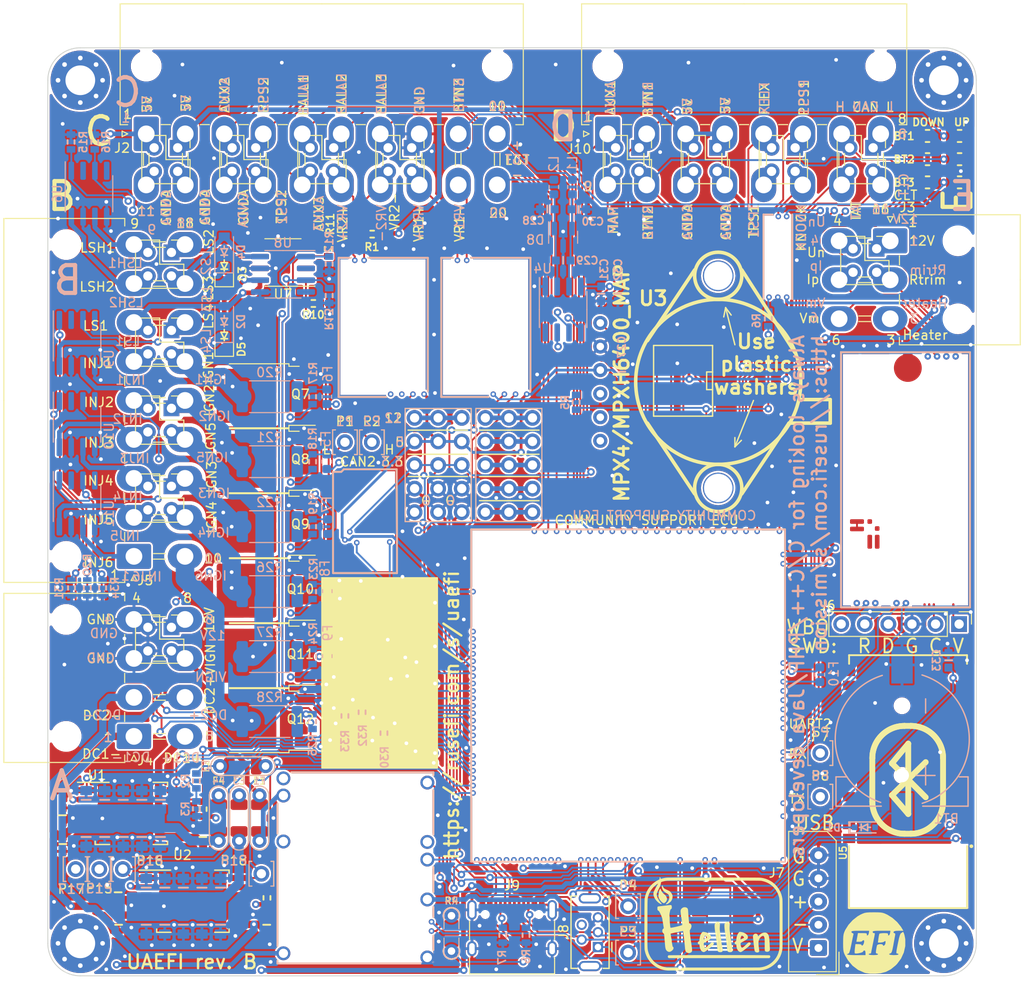
<source format=kicad_pcb>
(kicad_pcb (version 20221018) (generator pcbnew)
  (title_block (title "UAEFI") (date "2024-01-28") (rev "B"))
  (layers (0 "F.Cu" signal) (1 "In1.Cu" signal) (2 "In2.Cu" signal) (31 "B.Cu" signal) (34 "B.Paste" user) (35 "F.Paste" user) (36 "B.SilkS" user "B.Silkscreen") (37 "F.SilkS" user "F.Silkscreen") (38 "B.Mask" user) (39 "F.Mask" user) (44 "Edge.Cuts" user))
  (net 0 "")
  (net 1 "Net-(BT1-+)")
  (net 2 "GND")
  (net 3 "/DC Driver 1/PWR")
  (net 4 "/OUT_DC1-")
  (net 5 "/OUT_DC1+")
  (net 6 "/DC Driver 2/PWR")
  (net 7 "/OUT_DC2-")
  (net 8 "/OUT_DC2+")
  (net 9 "+5VA")
  (net 10 "Net-(U4-T-)")
  (net 11 "Net-(U4-T+)")
  (net 12 "+3.3VA")
  (net 13 "/VBAT")
  (net 14 "+12V_RAW")
  (net 15 "/OUT_LS1")
  (net 16 "/OUT_LS2")
  (net 17 "/OUT_LS3")
  (net 18 "/OUT_LS4")
  (net 21 "/IN_VIGN")
  (net 22 "+12V")
  (net 23 "Net-(G4-Pad1)")
  (net 24 "Net-(G4-Pad12)")
  (net 25 "Net-(G4-Pad13)")
  (net 26 "Net-(G4-Pad14)")
  (net 27 "Net-(G4-Pad10)")
  (net 28 "+5VP")
  (net 29 "/IN_PPS2")
  (net 30 "/IN_PPS1")
  (net 31 "/IN_CLT")
  (net 32 "/IN_IAT")
  (net 33 "/CAN-")
  (net 34 "/CAN+")
  (net 35 "GNDA")
  (net 36 "/IN_TPS1")
  (net 37 "/IN_TPS2")
  (net 38 "/IN_AUX3")
  (net 39 "/IN_AUX2")
  (net 40 "/IN_AUX1")
  (net 41 "/IN_BUTTON2")
  (net 42 "/IN_BUTTON1")
  (net 43 "/IN_HALL3")
  (net 44 "/IN_HALL2")
  (net 45 "/IN_HALL1")
  (net 46 "/IN_MAP")
  (net 47 "/EGT+")
  (net 48 "/IN_BUTTON3")
  (net 49 "/IN_KNOCK_RAW")
  (net 50 "/IN_FLEX")
  (net 51 "/VR2-")
  (net 52 "/VR2+")
  (net 53 "/VR1-")
  (net 54 "/VR1+")
  (net 55 "/EGT-")
  (net 56 "/WBO_Un")
  (net 57 "/WBO_Vm")
  (net 58 "/WBO_Ip")
  (net 59 "/WBO_Rtrim")
  (net 60 "/WBO_Heater")
  (net 61 "/OUT_IGN6")
  (net 62 "/OUT_IGN5")
  (net 63 "/OUT_IGN4")
  (net 64 "/OUT_IGN3")
  (net 65 "/OUT_IGN2")
  (net 66 "/OUT_IGN1")
  (net 67 "/OUT_INJ6")
  (net 68 "/OUT_INJ5")
  (net 69 "/OUT_INJ4")
  (net 70 "/OUT_INJ3")
  (net 71 "/OUT_INJ2")
  (net 72 "/OUT_INJ1")
  (net 73 "Net-(J6-Pin_1)")
  (net 74 "Net-(J6-Pin_2)")
  (net 75 "Net-(J6-Pin_4)")
  (net 76 "Net-(J6-Pin_5)")
  (net 78 "/VBUS")
  (net 79 "/USB-")
  (net 80 "/USB+")
  (net 82 "Net-(J9-CC1)")
  (net 84 "Net-(J9-CC2)")
  (net 87 "/VIGN")
  (net 88 "+5V")
  (net 89 "/PWR_EN")
  (net 90 "Net-(M1-PG_5VP)")
  (net 91 "/IN_KNOCK")
  (net 92 "/VR1_THRESHOLD")
  (net 93 "/VR1_A")
  (net 94 "/VR1")
  (net 97 "/VR2")
  (net 100 "/DC2_DIS")
  (net 101 "/DC2_DIR")
  (net 102 "/DC1_DIS")
  (net 103 "/LS2")
  (net 104 "/LS1")
  (net 105 "/INJ6")
  (net 106 "/INJ5")
  (net 107 "/INJ4")
  (net 108 "/INJ3")
  (net 109 "/INJ2")
  (net 110 "/INJ1")
  (net 111 "/LS3")
  (net 112 "/LS4")
  (net 113 "/DC1_PWM")
  (net 114 "/DC1_DIR")
  (net 115 "/DC2_PWM")
  (net 116 "Net-(M5-PULL_DOWN1)")
  (net 121 "/EGT/SPI_CS")
  (net 122 "/EGT/SPI_SCK")
  (net 123 "/EGT/SPI_SO")
  (net 130 "+3.3V")
  (net 131 "/IN_VMAIN")
  (net 132 "/INTERNAL_MAP")
  (net 133 "/ADC3")
  (net 134 "/IGN6")
  (net 135 "/IGN5")
  (net 136 "/IGN4")
  (net 137 "/IGN3")
  (net 138 "/IGN2")
  (net 139 "/IGN1")
  (net 141 "Net-(Q7-G)")
  (net 142 "Net-(Q8-G)")
  (net 143 "Net-(Q9-G)")
  (net 144 "Net-(Q10-G)")
  (net 145 "Net-(Q11-G)")
  (net 146 "Net-(Q12-G)")
  (net 153 "Net-(M6-SPI2_CS_{slash}_CAN2_RX_(PB12))")
  (net 154 "Net-(M6-SPI2_SCK_{slash}_CAN2_TX_(PB13))")
  (net 155 "Net-(M6-UART2_TX_(PD5))")
  (net 156 "Net-(M6-UART2_RX_(PD6))")
  (net 157 "Net-(M6-LED_GREEN)")
  (net 158 "Net-(M6-LED_YELLOW)")
  (net 159 "Net-(M7-CANL)")
  (net 160 "Net-(M7-CANH)")
  (net 166 "/VREF1")
  (net 171 "/PG_5VP")
  (net 172 "Net-(F5-Pad1)")
  (net 173 "Net-(F6-Pad1)")
  (net 174 "Net-(F7-Pad1)")
  (net 175 "Net-(F8-Pad1)")
  (net 176 "Net-(F9-Pad1)")
  (net 177 "Net-(F10-Pad1)")
  (net 178 "/12V_KEY")
  (net 189 "/OUT_LS_HOT1")
  (net 190 "/OUT_LS_HOT2")
  (net 191 "/LS_HOT2")
  (net 192 "/LS_HOT1")
  (footprint "hellen-one-common:R0805" (layer "F.Cu") (at 148.2 74.5)
    (fp_text reference "R40" hide)
    (fp_text value "DNP" hide)
  )
  (footprint "Package_SO:SOIC-8_3.9x4.9mm_P1.27mm" (layer "F.Cu") (at 75.325 83.135 180)
    (fp_text reference "U7")
    (fp_text value "VNLD5160TR-E")
  )
  (footprint "hellen-one-common:C0603" (layer "F.Cu") (at 57.6 151 -90)
    (fp_text reference "C24" hide)
    (fp_text value "100n" hide)
  )
  (footprint "hellen-one-common:R0805" (layer "F.Cu") (at 148.2 72)
    (fp_text reference "R39" hide)
    (fp_text value "DNP" hide)
  )
  (footprint "Package_TO_SOT_SMD:TO-252-2" (layer "F.Cu") (at 72.66 118.5 180)
    (fp_text reference "Q10")
    (fp_text value "ISL9V3040D3ST")
  )
  (footprint "Connector_PinSocket_2.54mm:PinSocket_2x02_P2.54mm_Vertical" (layer "F.Cu") (at 63.315 107.25)
    (fp_text reference "J21" hide)
    (fp_text value "Conn_02x02_Odd_Even")
  )
  (footprint "Connector_Molex:Molex_Mini-Fit_Jr_5569-16A2_2x08_P4.20mm_Horizontal" (layer "F.Cu") (at 110.3 69.275)
    (fp_text reference "J10")
    (fp_text value "5569-16A2")
  )
  (footprint "hellen-one-common:PAD-TH" (layer "F.Cu") (at 133.2 140.7)
    (fp_text reference "P8")
    (fp_text value "Pad" hide)
  )
  (footprint "Connector_PinSocket_2.54mm:PinSocket_2x02_P2.54mm_Vertical" (layer "F.Cu") (at 63.315 98.85)
    (fp_text reference "J20" hide)
    (fp_text value "Conn_02x02_Odd_Even")
  )
  (footprint "hellen-one-wbo-0.5:wbo" (layer "F.Cu") (at 149.425 120.4 90)
    (fp_text reference "M5" hide)
    (fp_text value "Module-wbo-0.5" hide)
  )
  (footprint "Connector_Molex:Molex_Mini-Fit_Jr_5569-20A2_2x10_P4.20mm_Horizontal" (layer "F.Cu") (at 60.6 69.275)
    (fp_text reference "J2")
    (fp_text value "5569-20A2")
  )
  (footprint "Package_TO_SOT_SMD:TO-252-2" (layer "F.Cu") (at 72.66 97.5 180)
    (fp_text reference "Q7")
    (fp_text value "ISL9V3040D3ST")
  )
  (footprint "Package_TO_SOT_SMD:TO-252-2" (layer "F.Cu") (at 72.66 104.5 180)
    (fp_text reference "Q8")
    (fp_text value "ISL9V3040D3ST")
  )
  (footprint "Connector_PinSocket_2.54mm:PinSocket_2x02_P2.54mm_Vertical" (layer "F.Cu") (at 89.19 70.775)
    (fp_text reference "J17" hide)
    (fp_text value "Conn_02x02_Odd_Even")
  )
  (footprint "hellen-one-common:PAD-TH" (layer "F.Cu") (at 82 102.5)
    (fp_text reference "P1")
    (fp_text value "Pad" hide)
  )
  (footprint "hellen-one-common:C0603" (layer "F.Cu") (at 73.6 154.5 -90)
    (fp_text reference "C26" hide)
    (fp_text value "10n" hide)
  )
  (footprint "hellen-one-common:R0603" (layer "F.Cu") (at 84.932497 80.075 180)
    (fp_text reference "R1")
    (fp_text value "4.7k" hide)
  )
  (footprint "hellen-one-common:LOGO" (layer "F.Cu") (at 122 154.5)
    (fp_text reference "G2" hide)
    (fp_text value "LOGO" hide)
  )
  (footprint "hellen-one-common:PAD-TH" (layer "F.Cu") (at 84.9 102.5)
    (fp_text reference "P2")
    (fp_text value "Pad" hide)
  )
  (footprint "hellen-one-common:C0603" (layer "F.Cu") (at 66.725 145.04 -90)
    (fp_text reference "C13" hide)
    (fp_text value "10n" hide)
  )
  (footprint "hellen-one-common:PAD-TH" (layer "F.Cu") (at 55.54 148.5)
    (fp_text reference "P15")
    (fp_text value "Pad" hide)
  )
  (footprint "MountingHole:MountingHole_3.2mm_M3_Pad_Via" (layer "F.Cu") (at 53.5 63.5)
    (fp_text reference "H1" hide)
    (fp_text value "M3")
  )
  (footprint "MountingHole:MountingHole_3.2mm_M3_Pad_Via" (layer "F.Cu") (at 146.5 63.5)
    (fp_text reference "H4" hide)
    (fp_text value "M3")
  )
  (footprint "hellen-one-common:PAD-1206-PAD" (layer "F.Cu") (at 68.4 143 -90)
    (fp_text reference "F4")
    (fp_text value "12H1500D" hide)
  )
  (footprint "hellen-one-common:R0805" (layer "F.Cu") (at 144.75 74.5)
    (fp_text reference "R37" hide)
    (fp_text value "10k" hide)
  )
  (footprint "hellen-one-common:C0603" (layer "F.Cu") (at 51.6 142.7 -90)
    (fp_text reference "C11" hide)
    (fp_text value "100n" hide)
  )
  (footprint "Connector_Molex:Molex_SPOX_5267-05A_1x05_P2.50mm_Vertical" (layer "F.Cu") (at 133 157 90)
    (fp_text reference "J7")
    (fp_text value "Conn_01x05_Male")
  )
  (footprint "hellen-one-common:PAD-TH" (layer "F.Cu") (at 112.5 152.5)
    (fp_text reference "P4")
    (fp_text value "Pad" hide)
  )
  (footprint "MountingHole:MountingHole_3.2mm_M3_Pad_Via" (layer "F.Cu") (at 53.5 156.5)
    (fp_text reference "H2" hide)
    (fp_text value "M3")
  )
  (footprint "hellen-one-vr-discrete-0.4:vr-discrete" (layer "F.Cu") (at 92.275 82.525 -90)
    (fp_text reference "M3" hide)
    (fp_text value "Module-vr-discrete-0.4" hide)
  )
  (footprint "hellen-one-common:R0603" (layer "F.Cu") (at 78.6 87.55 180)
    (fp_text reference "R10")
    (fp_text value "4.7k" hide)
  )
  (footprint "hellen-one-common:PAD-TH" (layer "F.Cu") (at 53 148.5)
    (fp_text reference "P17")
    (fp_text value "Pad" hide)
  )
  (footprint "hellen-one-common:USB-MINI-B-VERTICAL" (layer "F.Cu") (at 108.375 155.3 90)
    (fp_text reference "J8")
    (fp_text value "USB_B_Mini")
  )
  (footprint "hellen-one-common:PAD-1206-PAD" (layer "F.Cu") (at 70.6 143 -90)
    (fp_text reference "F3")
    (fp_text value "12H1500D" hide)
  )
  (footprint "hellen-one-knock-0.2:knock" (layer "F.Cu") (at 126.974999 77.875 -90)
    (fp_text reference "M2" hide)
    (fp_text value "Module-knock-0.2" hide)
  )
  (footprint "hellen-one-common:C0603" (layer "F.Cu") (at 57.6 154.5 90)
    (fp_text reference "C25" hide)
    (fp_text value "10n" hide)
  )
  (footprint "hellen-one-common:PAD-TH" (layer "F.Cu") (at 73 149)
    (fp_text reference "P18")
    (fp_text value "Pad" hide)
  )
  (footprint "hellen-one-power_12and5V-0.2:power_12and5V" (layer "F.Cu") (at 74.624999 158.775001)
    (fp_text reference "M1" hide)
    (fp_text value "Module-power_12and5V-0.2" hide)
  )
  (footprint "Package_TO_SOT_SMD:TO-252-2" (layer "F.Cu") (at 72.66 132.5 180)
    (fp_text reference "Q12")
    (fp_text value "ISL9V3040D3ST")
  )
  (footprint "hellen-one-can-0.1:can" (layer "F.Cu") (at 80.625 105.325002 -90)
    (fp_text reference "M7" hide)
    (fp_text value "Module-can-0.1" hide)
  )
  (footprint "hellen-one-common:R0603" (layer "F.Cu") (at 66.725 142.04 -90)
    (fp_text reference "R9" hide)
    (fp_text value "4.7k" hide)
  )
  (footprint "Connector_PinSocket_2.54mm:PinSocket_2x02_P2.54mm_Vertical" (layer "F.Cu") (at 130.49 70.775)
    (fp_text reference "J11" hide)
    (fp_text value "Conn_02x02_Odd_Even")
  )
  (footprint "Connector_Molex:Molex_Mini-Fit_Jr_5569-18A2_2x09_P4.20mm_Horizontal" (layer "F.Cu") (at 59.275 114.8 90)
    (fp_text reference "J5")
    (fp_text value "5569-18A2")
  )
  (footprint "Package_TO_SOT_SMD:TO-252-2" (layer "F.Cu") (at 72.66 111.5 180)
    (fp_text reference "Q9")
    (fp_text value "ISL9V3040D3ST")
  )
  (footprint "kicad6-libraries:JDY-33" (layer "F.Cu") (at 142.65 138.875 180)
    (fp_text reference "U5")
    (fp_text value "JDY-33")
  )
  (footprint "Connector_PinSocket_2.54mm:PinSocket_2x02_P2.54mm_Vertical" (layer "F.Cu") (at 138.89 70.775)
    (fp_text reference "J1" hide)
    (fp_text value "Conn_02x02_Odd_Even")
  )
  (footprint "Connector_Molex:Molex_Mini-Fit_Jr_5569-06A2_2x03_P4.20mm_Horizontal" (layer "F.Cu") (at 140.725 80.8 -90)
    (fp_text reference "J3")
    (fp_text value "5569-06A2")
  )
  (footprint "hellen-one-common:R0805" (layer "F.Cu") (at 144.75 69.5)
    (fp_text reference "R35" hide)
    (fp_text value "10k" hide)
  )
  (footprint "Connector_PinSocket_2.54mm:PinSocket_2x02_P2.54mm_Vertical" (layer "F.Cu") (at 80.79 70.775)
    (fp_text reference "J16" hide)
    (fp_text value "Conn_02x02_Odd_Even")
  )
  (footprint "hellen-one-common:PAD-1206-PAD" (layer "F.Cu") (at 72.8 143 -90)
    (fp_text reference "F1")
    (fp_text value "12H1500D" hide)
  )
  (footprint "hellen-one-common:PROTO_AREA" (layer "F.Cu") (at 89.5 110.04 90)
    (fp_text reference "G3" hide)
    (fp_text value "PROTO_AREA" hide)
  )
  (footprint "hellen-one-common:PAD-TH" (layer "F.Cu") (at 112.5 157.5)
    (fp_text reference "P3")
    (fp_text value "Pad" hide)
  )
  (footprint "hellen-one-common:PAD-0805-PAD" (layer "F.Cu") (at 93.474609 155.430391 -90)
    (fp_text reference "R4")
    (fp_text value "Jumper-Pad-Pad" hide)
  )
  (footprint "hellen-one-common:R0603" (layer "F.Cu") (at 80.2 81.65 -90)
    (fp_text reference "R11")
    (fp_text value "4.7k" hide)
  )
  (footprint "hellen-one-common:SOD-123" (layer "F.Cu") (at 69 83.5 90)
    (fp_text reference "D3")
    (fp_text value "B5819W" hide)
  )
  (footprint "hellen-one-common:R0805" (layer "F.Cu") (at 148.2 69.5)
    (fp_text reference "R38" hide)
    (fp_text value "DNP" hide)
  )
  (footprint "hellen-one-common:R0805" (layer "F.Cu") (at 144.75 72)
    (fp_text reference "R36" hide)
    (fp_text value "10k" hide)
  )
  (footprint "Package_SO:Infineon_PG-DSO-12-11" (layer "F.Cu") (at 59 142.5)
    (fp_text reference "U1")
    (fp_text value "TLE9201SG")
  )
  (footprint "Package_SO:Infineon_PG-DSO-12-11" (layer "F.Cu") (at 65.625 151.96)
    (fp_text reference "U2")
    (fp_text value "TLE9201SG")
  )
  (footprint "Connector_PinSocket_2.54mm:PinSocket_2x02_P2.54mm_Vertical" (layer "F.Cu") (at 139.265 81.65)
    (fp_text reference "J24" hide)
    (fp_text value "Conn_02x02_Odd_Even")
  )
  (footprint "Connector_Molex:Molex_Mini-Fit_Jr_5569-08A2_2x04_P4.20mm_Horizontal" (layer "F.Cu") (at 59.275 134.2 90)
    (fp_text reference "J4")
    (fp_text value "5569-08A2")
  )
  (footprint "hellen-one-common:PAD-TH" (layer "F.Cu") (at 133.2 136)
    (fp_text reference "P7")
    (fp_text value "Pad" hide)
  )
  (footprint "hellen-one-mega-mcu100-0.3:mega-mcu100" (layer "F.Cu") (at 129.50001 111.8 180)
    (fp_text reference "M6" hide)
    (fp_text value "Module:mega-mcu100/0.3" hide)
  )
  (footprint "Package_TO_SOT_SMD:TO-252-2" (layer "F.Cu") (at 72.66 125.5 180)
    (fp_text reference "Q11")
    (fp_text value "ISL9V3040D3ST")
  )
  (footprint "Connector_PinSocket_2.54mm:PinSocket_2x02_P2.54mm_Vertical" (layer "F.Cu") (at 113.69 70.775)
    (fp_text reference "J13" hide)
    (fp_text value "Conn_02x02_Odd_Even")
  )
  (footprint "kicad6-libraries:USB_C" (layer "F.Cu") (at 100 156)
    (fp_text reference "J9")
    (fp_text value "USB_C")
  )
  (footprint "MountingHole:MountingHole_3.2mm_M3_Pad_Via" (layer "F.Cu") (at 146.5 156.5)
    (fp_text reference "H3" hide)
    (fp_text value "M3")
  )
  (footprint "hellen-one-vr-max9924-0.1:vr-max9924" (layer "F.Cu") (at 81.225 82.525 -90)
    (fp_text reference "M4" hide)
    (fp_text value "Module-vr-max9924-0.1" hide)
  )
  (footprint "Connector_PinSocket_2.54mm:PinSocket_2x02_P2.54mm_Vertical" (layer "F.Cu") (at 63.99 70.775)
    (fp_text reference "J14" hide)
    (fp_text value "Conn_02x02_Odd_Even")
  )
  (footprint "kicad6-libraries:rusefi_logo" (layer "F.Cu") (at 139 156.5)
    (fp_text reference "G1" hide)
    (fp_text value "RUSEFI_LOGO" hide)
  )
  (footprint "Connector_PinSocket_2.54mm:PinSocket_2x02_P2.54mm_Vertical" (layer "F.Cu") (at 63.315 82.05)
    (fp_text reference "J18" hide)
    (fp_text value "Conn_02x02_Odd_Even")
  )
  (footprint "hellen-one-common:PAD-1206-PAD" (layer "F.Cu") (at 71 137.4)
    (fp_text reference "F2")
    (fp_text value "12H1500D" hide)
  )
  (footprint "Connector_PinSocket_2.54mm:PinSocket_2x02_P2.54mm_Vertical" (layer "F.Cu") (at 72.39 70.775)
    (fp_text reference "J15" hide)
    (fp_text value "Conn_02x02_Odd_Even")
  )
  (footprint "hellen-one-common:SOD-123" (layer "F.Cu") (at 69 91 90)
    (fp_text reference "D5")
    (fp_text value "B5819W" hide)
  )
  (footprint "Connector_PinHeader_2.54mm:PinHeader_1x06_P2.54mm_Vertical" (layer "F.Cu") (at 148.15 122.1 -90)
    (fp_text reference "J6")
    (fp_text value "Conn_01x06")
  )
  (footprint "Connector_PinSocket_2.54mm:PinSocket_2x02_P2.54mm_Vertical" (layer "F.Cu") (at 63.315 90.45)
    (fp_text reference "J19" hide)
    (fp_text value "Conn_02x02_Odd_Even")
  )
  (footprint "Connector_PinSocket_2.54mm:PinSocket_2x02_P2.54mm_Vertical" (layer "F.Cu") (at 63.315 122.45)
    (fp_text reference "J22" hide)
    (fp_text value "Conn_02x02_Odd_Even")
  )
  (footprint "hellen-one-common:R0603" (layer "F.Cu") (at 73.6 151.6 -90)
    (fp_text reference "R14" hide)
    (fp_text value "4.7k" hide)
  )
  (footprint "Connector_PinSocket_2.54mm:PinSocket_2x02_P2.54mm_Vertical" (layer "F.Cu") (at 122.09 70.775)
    (fp_text reference "J12" hide)
    (fp_text value "Conn_02x02_Odd_Even")
  )
  (footprint "kicad6-libraries:MPX-4_MAP" (layer "F.Cu") (at 126.01325 96 -90)
    (fp_text reference "U3")
    (fp_text value "MPX4/MPXH6400_MAP")
  )
  (footprint "hellen-one-common:PAD-TH" (layer "F.Cu") (at 58.08 148.5)
    (fp_text reference "P16")
    (fp_text value "Pad" hide)
  )
  (footprint "hellen-one-common:C0603" (layer "F.Cu") (at 51.6 145.8 90)
    (fp_text reference "C12" hide)
    (fp_text value "10n" hide)
  )
  (footprint "hellen-one-common:PROTO_AREA" (layer "F.Cu") (at 97.12 110.04 90)
    (fp_text reference "G4" hide)
    (fp_text value "PROTO_AREA" hide)
  )
  (footprint "Package_TO_SOT_SMD:SOT-23" (layer "B.Cu") (at 105.5 80.417977 -90)
    (fp_text reference "D8")
    (fp_text value "NUP2105L")
  )
  (footprint "hellen-one-common:C0805" (layer "B.Cu") (at 62.125 145.04 90)
    (fp_text reference "C10" hide)
    (fp_text value "10u" hide)
  )
  (footprint "hellen-one-common:C0603" (layer "B.Cu") (at 111.8 94.9 -90)
    (fp_text reference "C27")
    (fp_text value "100n" hide)
  )
  (footprint "hellen-one-common:SOD-123" (layer "B.Cu") (at 69 82 90)
    (fp_text reference "D4")
    (fp_text value "B5819W" hide)
  )
  (footprint "kicad6-libraries:CR1220-2" (layer "B.Cu") (at 142 134.5 90)
    (fp_text reference "BT1")
    (fp_text value "CR1220")
  )
  (footprint "Package_SO:SOIC-8_3.9x4.9mm_P1.27mm" (layer "B.Cu") (at 53.15 100.55 -90)
    (fp_text reference "U10")
    (fp_text value "VNLD5160TR-E")
  )
  (footprint "hellen-one-common:R0603" (layer "B.Cu") (at 52.55 118.2 90)
    (fp_text reference "R31")
    (fp_text value "4.7k" hide)
  )
  (footprint "hellen-one-common:C0603" (layer "B.Cu") (at 107.190001 77.4 180)
    (fp_text reference "C30")
    (fp_text value "10n" hide)
  )
  (footprint "hellen-one-common:C0805" (layer "B.Cu") (at 56.125 145.04 90)
    (fp_text reference "C7" hide)
    (fp_text value "10u" hide)
  )
  (footprint "hellen-one-common:C0603" (layer "B.Cu") (at 147 126 -90)
    (fp_text reference "C33")
    (fp_text value "100n" hide)
  )
  (footprint "hellen-one-common:C0603" (layer "B.Cu") (at 105.5 82.917977)
    (fp_text reference "C29")
    (fp_text value "100n" hide)
  )
  (footprint "hellen-one-common:R0603" (layer "B.Cu") (at 55.9 118.2 90)
    (fp_text reference "R34")
    (fp_text value "4.7k" hide)
  )
  (footprint "hellen-one-common:C0805" (layer "B.Cu") (at 66.6 150.5 -90)
    (fp_text reference "C17" hide)
    (fp_text value "10u" hide)
  )
  (footprint "Resistor_SMD:R_2512_6332Metric" (layer "B.Cu") (at 73.9 97.6 180)
    (fp_text reference "R20")
    (fp_text value "0")
  )
  (footprint "hellen-one-common:C0805" (layer "B.Cu") (at 58.125 141.04 -90)
    (fp_text reference "C3" hide)
    (fp_text value "10u" hide)
  )
  (footprint "hellen-one-common:C0805" (layer "B.Cu") (at 68.6 154.5 90)
    (fp_text reference "C23" hide)
    (fp_text value "10u" hide)
  )
  (footprint "Package_SO:SOIC-8_3.9x4.9mm_P1.27mm" (layer "B.Cu") (at 105.5 88.2 -90)
    (fp_text reference "U4")
    (fp_text value "MAX31855KASA")
  )
  (footprint "hellen-one-common:C0805" (layer "B.Cu") (at 54.125 141.04 -90)
    (fp_text reference "C1" hide)
    (fp_text value "10u" hide)
  )
  (footprint "Resistor_SMD:R_2512_6332Metric" (layer "B.Cu") (at 73.9 118.6 180)
    (fp_text reference "R26")
    (fp_text value "0")
  )
  (footprint "Package_SO:SOIC-8_3.9x4.9mm_P1.27mm" (layer "B.Cu") (at 53.15 109.1 -90)
    (fp_text reference "U11")
    (fp_text value "VNLD5160TR-E")
  )
  (footprint "hellen-one-common:C0603" (layer "B.Cu") (at 109.6 86.5 90)
    (fp_text reference "C31")
    (fp_text value "100n" hide)
  )
  (footprint "Fuse:Fuse_0603_1608Metric" (layer "B.Cu") (at 80.1 125.55 -90)
    (fp_text reference "F9")
    (fp_text value "50mA")
  )
  (footprint "hellen-one-common:C0805" (layer "B.Cu") (at 60.6 150.5 -90)
    (fp_text reference "C14" hide)
    (fp_text value "10u" hide)
  )
  (footprint "hellen-one-common:C0805" (layer "B.Cu") (at 60.6 154.5 90)
    (fp_text reference "C19" hide)
    (fp_text value "10u" hide)
  )
  (footprint "Fuse:Fuse_0603_1608Metric" (layer "B.Cu") (at 80.05 97.6 -90)
    (fp_text reference "F6")
    (fp_text value "50mA")
  )
  (footprint "Resistor_SMD:R_2512_6332Metric" (layer "B.Cu") (at 73.9 125.6 180)
    (fp_text reference "R27")
    (fp_text value "0")
  )
  (footprint "Resistor_SMD:R_2512_6332Metric" (layer "B.Cu") (at 73.9 104.6 180)
    (fp_text reference "R21")
    (fp_text value "0")
  )
  (footprint "hellen-one-common:C0805" (layer "B.Cu") (at 60.125 141.04 -90)
    (fp_text reference "C4" hide)
    (fp_text value "10u" hide)
  )
  (footprint "Fuse:Fuse_0603_1608Metric" (layer "B.Cu") (at 133.15 127.55 -90)
    (fp_text reference "F10")
    (fp_text value "50mA")
  )
  (footprint "hellen-one-common:SOD-123" (layer "B.Cu") (at 69 89.5 90)
    (fp_text reference "D2")
    (fp_text value "B5819W" hide)
  )
  (footprint "hellen-one-common:SOD-323" (layer "B.Cu") (at 138 144)
    (fp_text reference "D1")
    (fp_text value "1N4148WS" hide)
  )
  (footprint "hellen-one-common:R0603" (layer "B.Cu") (at 78.5125 111.6 90)
    (fp_text reference "R19")
    (fp_text value "22" hide)
  )
  (footprint "hellen-one-common:R0603" (layer "B.Cu") (at 82 132 -90)
    (fp_text reference "R33")
    (fp_text value "4.7k" hide)
  )
  (footprint "hellen-one-common:C0805" (layer "B.Cu") (at 64.6 154.5 90)
    (fp_text reference "C21" hide)
    (fp_text value "10u" hide)
  )
  (footprint "Fuse:Fuse_0603_1608Metric" (layer "B.Cu") (at 80.1 118.55 -90)
    (fp_text reference "F8")
    (fp_text value "50mA")
  )
  (footprint "hellen-one-common:R0603" (layer "B.Cu") (at 78.5125 118.6 90)
    (fp_text reference "R23")
    (fp_text value "22" hide)
  )
  (footprint "hellen-one-common:R0603" (layer "B.Cu") (at 99 155.621682 90)
    (fp_text reference "R7")
    (fp_text value "5.6k" hide)
  )
  (footprint "hellen-one-common:R0603" (layer "B.Cu") (at 78.5125 125.6 90)
    (fp_text reference "R24")
    (fp_text value "22" hide)
  )
  (footprint "Fuse:Fuse_0603_1608Metric" (layer "B.Cu") (at 80.15 111.6 -90)
    (fp_text reference "F7")
    (fp_text value "50mA")
  )
  (footprint "hellen-one-common:C0603" (layer "B.Cu") (at 111.4 86.5 90)
    (fp_text reference "C32")
    (fp_text value "1u" hide)
  )
  (footprint "hellen-one-common:R0603" (layer "B.Cu") (at 55.05 70.15 90)
    (fp_text reference "R16")
    (fp_text value "4.7k" hide)
  )
  (footprint "Package_SO:SOIC-8_3.9x4.9mm_P1.27mm" (layer "B.Cu") (at 53.15 91.8 -90)
    (fp_text reference "U9")
    (fp_text value "VNLD5160TR-E")
  )
  (footprint "hellen-one-common:R0603" (layer "B.Cu") (at 86.2 133.85 90)
    (fp_text reference "R30")
    (fp_text value "4.7k" hide)
  )
  (footprint "Resistor_SMD:R_2512_6332Metric" (layer "B.Cu") (at 73.9 111.6 180)
    (fp_text reference "R22")
    (fp_text value "0")
  )
  (footprint "hellen-one-common:R0603" (layer "B.Cu") (at 78.5125 132.6 90)
    (fp_text reference "R25")
    (fp_text value "22" hide)
  )
  (footprint "Inductor_SMD:L_0603_1608Metric" (layer "B.Cu") (at 104.5 75 -90)
    (fp_text reference "L2")
    (fp_text value "470R@100MHz")
  )
  (footprint "hellen-one-common:C0805" (layer "B.Cu") (at 64.6 150.5 -90)
    (fp_text reference "C16" hide)
    (fp_text value "10u" hide)
  )
  (footprint "hellen-one-common:R0603" (layer "B.Cu") (at 78.5125 97.6 90)
    (fp_text reference "R17")
    (fp_text value "22" hide)
  )
  (footprint "hellen-one-common:C0805" (layer "B.Cu") (at 66.6 154.5 90)
    (fp_text reference "C22" hide)
    (fp_text value "10u" hide)
  )
  (footprint "hellen-one-common:R0603" (layer "B.Cu") (at 101.5 155.621682 90)
    (fp_text reference "R8")
    (fp_text value "5.6k" hide)
  )
  (footprint "hellen-one-common:R0603" (layer "B.Cu") (at 66 142 90)
    (fp_text reference "R3")
    (fp_text value "6.8k" hide)
  )
  (footprint "hellen-one-common:R0603" (layer "B.Cu") (at 52.5 70.15 90)
    (fp_text reference "R15")
    (fp_text value "4.7k" hide)
  )
  (footprint "hellen-one-common:R0603" (layer "B.Cu") (at 80.3 86.7 90)
    (fp_text reference "R13")
    (fp_text value "4.7k" hide)
  )
  (footprint "hellen-one-common:C0805" (layer "B.Cu") (at 62.125 141.04 -90)
    (fp_text reference "C5" hide)
    (fp_text value "10u" hide)
  )
  (footprint "Fuse:Fuse_0603_1608Metric" (layer "B.Cu") (at 80.05 104.6 -90)
    (fp_text reference "F5")
    (fp_text value "50mA")
  )
  (footprint "hellen-one-common:R0603" (layer "B.Cu") (at 83.85 131.6 -90)
    (fp_text reference "R32")
    (fp_text value "4.7k" hide)
  )
  (footprint "hellen-one-common:C0603" (layer "B.Cu") (at 103.8 77.4)
    (fp_text reference "C28")
    (fp_text value "10n" hide)
  )
  (footprint "Package_SO:SOIC-8_3.9x4.9mm_P1.27mm" (layer "B.Cu") (at 54.435 75.725 -90)
    (fp_text reference "U6")
    (fp_text value "VNLD5160TR-E")
  )
  (footprint "hellen-one-common:R0603" (layer "B.Cu") (at 54.25 118.2 90)
    (fp_text reference "R29")
    (fp_text value "4.7k" hide)
  )
  (footprint "hellen-one-common:R0603" (layer "B.Cu") (at 78.5125 104.6 90)
    (fp_text reference "R18")
    (fp_text value "22" hide)
  )
  (footprint "Inductor_SMD:L_0603_1608Metric" (layer "B.Cu") (at 106.5 75 -90)
    (fp_text reference "L1")
    (fp_text value "470R@100MHz")
  )
  (footprint "hellen-one-common:C0805" (layer "B.Cu") (at 62.6 150.5 -90)
    (fp_text reference "C15" hide)
    (fp_text value "10u" hide)
  )
  (footprint "Resistor_SMD:R_2512_6332Metric" (layer "B.Cu") (at 73.9 132.6 180)
    (fp_text reference "R28")
    (fp_text value "0")
  )
  (footprint "hellen-one-common:C0805" (layer "B.Cu") (at 58.125 145.04 90)
    (fp_text reference "C8" hide)
    (fp_text value "10u" hide)
  )
  (footprint "hellen-one-common:C0805" (layer "B.Cu") (at 60.125 145.04 90)
    (fp_text reference "C9" hide)
    (fp_text value "10u" hide)
  )
  (footprint "hellen-one-common:C0805" (layer "B.Cu") (at 54.125 145.04 90)
    (fp_text reference "C6" hide)
    (fp_text value "10u" hide)
  )
  (footprint "hellen-one-common:C0805" (layer "B.Cu") (at 56.125 141.04 -90)
    (fp_text reference "C2" hide)
    (fp_text value "10u" hide)
  )
  (footprint "hellen-one-common:C0805" (layer "B.Cu") (at 68.6 150.5 -90)
    (fp_text reference "C18" hide)
    (fp_text value "10u" hide)
  )
  (footprint "hellen-one-common:R0603" (layer "B.Cu") (at 80.3 83.3 90)
    (fp_text reference "R12")
    (fp_text value "4.7k" hide)
  )
  (footprint "hellen-one-common:C0805" (layer "B.Cu") (at 62.6 154.5 90)
    (fp_text reference "C20" hide)
    (fp_text value "10u" hide)
  )
  (footprint "hellen-one-common:R0603" (layer "B.Cu") (at 106.9 98.2 -90)
    (fp_text reference "R5")
    (fp_text value "0" hide)
  )
  (footprint "hellen-one-common:R0603" (layer "B.Cu") (at 127.6 89.2 -90)
    (fp_text reference "R6")
    (fp_text value "0" hide)
  )
  (footprint "hellen-one-common:R0603" (layer "B.Cu") (at 66 139 90)
    (fp_text reference "R2")
    (fp_text value "33k" hide)
  )
  (footprint "Package_SO:SOIC-8_3.9x4.9mm_P1.27mm" (layer "B.Cu") (at 75.325 84.405 180)
    (fp_text reference "U8")
    (fp_text value "VNLD5160TR-E")
  )
  (gr_line (start 96.5 106.2) (end 102.9 106.2) (stroke (width 0.15)) (layer "F.SilkS"))
  (gr_line (start 96.5 108.8) (end 102.9 108.8) (stroke (width 0.15)) (layer "F.SilkS"))
  (gr_line (start 123 88) (end 122.8 89) (stroke (width 0.15)) (layer "F.SilkS"))
  (gr_line (start 88.8 101.2) (end 95.2 101.2) (stroke (width 0.15)) (layer "F.SilkS"))
  (gr_rect (start 79.523985 117.11513) (end 91.95 137.6) (stroke (width 0.15)) (fill solid) (layer "F.SilkS"))
  (gr_line (start 123 88) (end 123.6 88.8) (stroke (width 0.15)) (layer "F.SilkS"))
  (gr_line (start 124 92) (end 123 88) (stroke (width 0.15)) (layer "F.SilkS"))
  (gr_line (start 96.5 103.8) (end 102.9 103.8) (stroke (width 0.15)) (layer "F.SilkS"))
  (gr_line (start 88.8 106.2) (end 95.2 106.2) (stroke (width 0.15)) (layer "F.SilkS"))
  (gr_line (start 96.5 101.2) (end 102.9 101.2) (stroke (width 0.15)) (layer "F.SilkS"))
  (gr_line (start 124 103) (end 124.7 102.3) (stroke (width 0.15)) (layer "F.SilkS"))
  (gr_line (start 88.8 103.8) (end 95.2 103.8) (stroke (width 0.15)) (layer "F.SilkS"))
  (gr_line (start 124 103) (end 124 102) (stroke (width 0.15)) (layer "F.SilkS"))
  (gr_line (start 126 98) (end 124 103) (stroke (width 0.15)) (layer "F.SilkS"))
  (gr_arc (start 50 63.5) (mid 51.025126 61.025126) (end 53.5 60) (stroke (width 0.1)) (layer "Edge.Cuts"))
  (gr_arc (start 150 156.5) (mid 148.974874 158.974874) (end 146.5 160) (stroke (width 0.1)) (layer "Edge.Cuts"))
  (gr_line (start 150 156.5) (end 150 63.5) (stroke (width 0.1)) (layer "Edge.Cuts"))
  (gr_line (start 50 63.5) (end 50 156.5) (stroke (width 0.1)) (layer "Edge.Cuts"))
  (gr_line (start 146.5 60) (end 53.5 60) (stroke (width 0.1)) (layer "Edge.Cuts"))
  (gr_arc (start 53.5 160) (mid 51.025126 158.974874) (end 50 156.5) (stroke (width 0.1)) (layer "Edge.Cuts"))
  (gr_arc (start 146.5 60) (mid 148.974874 61.025126) (end 150 63.5) (stroke (width 0.1)) (layer "Edge.Cuts"))
  (gr_line (start 53.5 160) (end 146.5 160) (stroke (width 0.1)) (layer "Edge.Cuts"))
  (gr_text "GND" (at 90.05 65.65 90) (layer "B.SilkS") (effects (font (size 1 1)) (justify mirror)))
  (gr_text "GND" (at 55.7 125.75) (layer "B.SilkS") (effects (font (size 1 1)) (justify mirror)))
  (gr_text "18" (at 64.8 78.9) (layer "B.SilkS") (effects (font (size 1 1)) (justify mirror)))
  (gr_text "HALL3" (at 85.95 64.95 90) (layer "B.SilkS") (effects (font (size 1 1)) (justify mirror)))
  (gr_text "5" (at 67.4 134.2) (layer "B.SilkS") (effects (font (size 1 1)) (justify mirror)))
  (gr_text "DC2+" (at 67.25 131.9) (layer "B.SilkS") (effects (font (size 1 1)) (justify mirror)))
  (gr_text "INJ2" (at 58.6 100) (layer "B.SilkS") (effects (font (size 1 1)) (justify mirror)))
  (gr_text "VR1+" (at 89.95 78.85 90) (layer "B.SilkS") (effects (font (size 1 1)) (justify mirror)))
  (gr_text "6" (at 132.5 89.1) (layer "B.SilkS") (effects (font (size 1 1)) (justify mirror)))
  (gr_text "5V" (at 60.7 66.05 90) (layer "B.SilkS") (effects (font (size 1 1)) (justify mirror)))
  (gr_text "3.3" (at 87.1 104.6) (layer "B.SilkS") (effects (font (size 1 1)) (justify mirror)))
  (gr_text "10" (at 67.810761 115.044619) (layer "B.SilkS") (effects (font (size 1 1)) (justify mirror)))
  (gr_text "GND" (at 56.05 123.1) (layer "B.SilkS") (effects (font (size 1 1)) (justify mirror)))
  (gr_text "LS4" (at 67.05 91.6 90) (layer "B.SilkS") (effects (font (size 1 1)) (justify mirror)))
  (gr_text "BTN1" (at 114.65 65.5 90) (layer "B.SilkS") (effects (font (size 1 1)) (justify mirror)))
  (gr_text "9" (at 61.2 79.6) (layer "B.SilkS") (effects (font (size 1 1)) (justify mirror)))
  (gr_text "VR2-" (at 85.95 78.9 90) (layer "B.SilkS") (effects (font (size 1 1)) (justify mirror)))
  (gr_text "11" (at 60.6 77.6) (layer "B.SilkS") (effects (font (size 1 1)) (justify mirror)))
  (gr_text "HALL1" (at 77.55 65.05 90) (layer "B.SilkS") (effects (font (size 1 1)) (justify mirror)))
  (gr_text "4" (at 56.5 121.6) (layer "B.SilkS") (effects (font (size 1 1)) (justify mirror)))
  (gr_text "B" (at 52.15 85.05) (layer "B.SilkS") (effects (font (size 3 3) (thickness 0.45)) (justify mirror)))
  (gr_text "Heater" (at 144.45 87.55) (layer "B.SilkS") (effects (font (size 1 1)) (justify mirror)))
  (gr_text "3" (at 143.3 89.2) (layer "B.SilkS") (effects (font (size 1 1)) (justify mirror)))
  (gr_text "LS3" (at 67.15 87.1 90) (layer "B.SilkS") (effects (font (size 1 1)) (justify mirror)))
  (gr_text "5V" (at 123 66.2 90) (layer "B.SilkS") (effects (font (size 1 1)) (justify mirror)))
  (gr_text "Always looking for C/C++/PHP/Java developers\nhttps://rusefi.com/s/mission" (at 131.9 90.8 90) (layer "B.SilkS") (effects (font (size 1.5 1.5) (thickness 0.25)) (justify left mirror)))
  (gr_text "8" (at 142.05 69.3) (layer "B.SilkS") (effects (font (size 1 1)) (justify mirror)))
  (gr_text "A" (at 51.499998 139.5) (layer "B.SilkS") (effects (font (size 3 3) (thickness 0.45)) (justify mirror)))
  (gr_text "VR1-" (at 94.35 78.85 90) (layer "B.SilkS") (effects (font (size 1 1)) (justify mirror)))
  (gr_text "L CAN H" (at 137.95 66.35) (layer "B.SilkS") (effects (font (size 1 1)) (justify mirror)))
  (gr_text "GNDA" (at 66.95 77.15 90) (layer "B.SilkS") (effects (font (size 1 1)) (justify mirror)))
  (gr_text "16" (at 139.7 77.4) (layer "B.SilkS") (effects (font (size 1 1)) (justify mirror)))
  (gr_text "AUX1" (at 110.6 65.5 90) (layer "B.SilkS") (effects (font (size 1 1)) (justify mirror)))
  (gr_text "1" (at 108.05 67.5) (layer "B.SilkS") (effects (font (size 1 1)) (justify mirror)))
  (gr_text "VR2+" (at 81.75 78.9 90) (layer "B.SilkS") (effects (font (size 1 1)) (justify mirror)))
  (gr_text "Rtrim" (at 144.8 83.95) (layer "B.SilkS") (effects (font (size 1 1)) (justify mirror)))
  (gr_text "AUX2" (at 69.05 65.05 90) (layer "B.SilkS") (effects (font (size 1 1)) (justify mirror)))
  (gr_text "DC1+" (at 64.3 136.5) (layer "B.SilkS") (effects (font (size 1 1)) (justify mirror)))
  (gr_text "TPS2" (at 75.25 77.2 90) (layer "B.SilkS") (effects (font (size 1 1)) (justify mirror)))
  (gr_text "IGN6" (at 67.55 116.9) (layer "B.SilkS") (effects (font (size 1 1)) (justify mirror)))
  (gr_text "12V" (at 67.75 123.35) (layer "B.SilkS") (effects (font (size 1 1)) (justify mirror)))
  (gr_text "5" (at 87.9 102.5) (layer "B.SilkS") (effects (font (size 1 1)) (justify mirror)))
  (gr_text "9" (at 108.2 74.95) (layer "B.SilkS") (effects (font (size 1 1)) (justify mirror)))
  (gr_text "20" (at 98.5 77.8) (layer "B.SilkS") (effects (font (size 1 1)) (justify mirror)))
  (gr_text "Vm" (at 132.65 87.5) (layer "B.SilkS") (effects (font (size 1 1)) (justify mirror)))
  (gr_text "GNDA" (at 118.9 78.75 90) (layer "B.SilkS") (effects (font (size 1 1)) (justify mirror)))
  (gr_text "DC2-" (at 55.85 131.9) (layer "B.SilkS") (effects (font (size 1 1)) (justify mirror)))
  (gr_text "1" (at 56.5 134.3) (layer "B.SilkS") (effects (font (size 1 1)) (justify mirror)))
  (gr_text "TPS1" (at 126.05 78.65 90) (layer "B.SilkS") (effects (font (size 1 1)) (justify mirror)))
  (gr_text "BTN3" (at 94.3 65.05 90) (layer "B.SilkS") (effects (font (size 1 1)) (justify mirror)))
  (gr_text "E" (at 148.499998 76) (layer "B.SilkS") (effects (font (size 3 3) (thickness 0.45)) (justify mirror)))
  (gr_text "12" (at 87.2 99.9) (layer "B.SilkS") (effects (font (size 1 1)) (justify mirror)))
  (gr_text "INJ1" (at 58.9 95.8) (layer "B.SilkS") (effects (font (size 1 1)) (justify mirror)))
  (gr_text "MAP" (at 110.9 78.55 90) (layer "B.SilkS") (effects (font (size 1 1)) (justify mirror)))
  (gr_text "INJ5" (at 58.3 112.6) (layer "B.SilkS") (effects (font (size 1 1)) (justify mirror)))
  (gr_text "1" (at 143.3 80.8) (layer "B.SilkS") (effects (font (size 1 1)) (justify mirror)))
  (gr_text "IGN3" (at 67.9 108) (layer "B.SilkS") (effects (font (size 1 1)) (justify mirror)))
  (gr_text "Ip" (at 132.75 83.5) (layer "B.SilkS") (effects (font (size 1 1)) (justify mirror)))
  (gr_text "12V" (at 142.35 78.45) (layer "B.SilkS") (effects (font (size 1 1)) (justify mirror)))
  (gr_text "IGN2" (at 67.95 99.7) (layer "B.SilkS") (effects (font (size 1 1)) (justify mirror)))
  (gr_text "G" (at 93.4 108.8) (layer "B.SilkS") (effects (font (size 1 1)) (justify mirror)))
  (gr_text "5V" (at 64.9 65.95 90) (layer "B.SilkS") (effects (font (size 1 1)) (justify mirror)))
  (gr_text "IAT" (at 137.05 77.5 90) (layer "B.SilkS") (effects (font (size 1 1)) (justify mirror)))
  (gr_text "5V" (at 118.9 66.3 90) (layer "B.SilkS") (effects (font (size 1 1)) (justify mirror)))
  (gr_text "LSH2" (at 58.45 87.45) (layer "B.SilkS") (effects (font (size 1 1)) (justify mirror)))
  (gr_text "8" (at 67.4 121.6) (layer "B.SilkS") (effects (font (size 1 1)) (justify mirror)))
  (gr_text "G" (at 90.8 108.8) (layer "B.SilkS") (effects (font (size 1 1)) (justify mirror)))
  (gr_text "Un" (at 132.8 78.75) (layer "B.SilkS") (effects (font (size 1 1)) (justify mirror)))
  (gr_text "CLT" (at 142.2 74.8 90) (layer "B.SilkS") (effects (font (size 1 1)) (justify mirror)))
  (gr_text "INJ6" (at 60.65 117) (layer "B.SilkS") (effects (font (size 1 1)) (justify mirror)))
  (gr_text "1" (at 58.4 67.55) (layer "B.SilkS") (effects (font (size 1 1)) (justify mirror)))
  (gr_text "VIGN" (at 67.55 127.8) (layer "B.SilkS") (effects (font (size 1 1)) (justify mirror)))
  (gr_text "GNDA" (at 123.05 78.75 90) (layer "B.SilkS") (effects (font (size 1 1)) (justify mirror)))
  (gr_text "KNOCK" (at 131.15 79.35 90) (layer "B.SilkS") (effects (font (size 1 1)) (justify mirror)))
  (gr_text "IGN5" (at 67.7 104.15) (layer "B.SilkS") (effects (font (size 1 1)) (justify mirror)))
  (gr_text "PPS1" (at 131.45 65.35 90) (layer "B.SilkS") (effects (font (size 1 1)) (justify mirror)))
  (gr_text "IGN1" (at 67.55 95.75) (layer "B.SilkS") (effects (font (size 1 1)) (justify mirror)))
  (gr_text "LS1" (at 58.6 91.6) (layer "B.SilkS") (effects (font (size 1 1)) (justify mirror)))
  (gr_text "10" (at 98.4 66.3) (layer "B.SilkS") (effects (font (size 1 1)) (justify mirror)))
  (gr_text "LSH1" (at 58.35 83.2) (layer "B.SilkS") (effects (font (size 1 1)) (justify mirror)))
  (gr_text "LS2" (at 67.05 83.15 90) (layer "B.SilkS") (effects (font (size 1 1)) (justify mirror)))
  (gr_text "+\nEGT\n-" (at 100.55 72.05) (layer "B.SilkS") (effects (font (size 1 1)) (justify mirror)))
  (gr_text "GNDA" (at 62.75 77.2 90) (layer "B.SilkS") (effects (font (size 1 1)) (justify mirror)))
  (gr_text "IGN4" (at 67.85 112.25) (layer "B.SilkS") (effects (font (size 1 1)) (justify mirror)))
  (gr_text "FLEX" (at 127.2 65.45 90) (layer "B.SilkS") (effects (font (size 1 1)) (justify mirror)))
  (gr_text "AUX3" (at 79.2 77.85 90) (layer "B.SilkS") (effects (font (size 1 1)) (justify mirror)))
  (gr_text "HALL2" (at 81.65 64.95 90) (layer "B.SilkS") (effects (font (size 1 1)) (justify mirror)))
  (gr_text "1" (at 58.35 116.9) (layer "B.SilkS") (effects (font (size 1 1)) (justify mirror)))
  (gr_text "C" (at 58.55 64.8) (layer "B.SilkS") (effects (font (size 3 3) (thickness 0.45)) (justify mirror)))
  (gr_text "DC1-" (at 58.95 136.45) (layer "B.SilkS") (effects (font (size 1 1)) (justify mirror)))
  (gr_text "INJ3" (at 59.35 104.25) (layer "B.SilkS") (effects (font (size 1 1)) (justify mirror)))
  (gr_text "D" (at 105.499998 68.5) (layer "B.SilkS") (effects (font (size 3 3) (thickness 0.45)) (justify mirror)))
  (gr_text "INJ4" (at 58.6 108.4) (layer "B.SilkS") (effects (font (size 1 1)) (justify mirror)))
  (gr_text "GNDA" (at 71.05 77.45 90) (layer "B.SilkS") (effects (font (size 1 1)) (justify mirror)))
  (gr_text "4" (at 132.6 80.8) (layer "B.SilkS") (effects (font (size 1 1)) (justify mirror)))
  (gr_text "BTN2" (at 114.65 78.8 90) (layer "B.SilkS") (effects (font (size 1 1)) (justify mirror)))
  (gr_text "COMMUNITY SUPPORT ECU" (at 126.4 111) (layer "B.SilkS") (effects (font (size 1 1)) (justify left bottom mirror)))
  (gr_text "PPS2" (at 73.25 65.05 90) (layer "B.SilkS") (effects (font (size 1 1)) (justify mirror)))
  (gr_text "H" (at 86.8 103.3) (layer "F.SilkS") (effects (font (size 1 1))))
  (gr_text "12V" (at 144.15 80.8) (layer "F.SilkS") (effects (font (size 1 1))))
  (gr_text "B" (at 51.5 76) (layer "F.SilkS") (effects (font (size 3 3) (thickness 0.45))))
  (gr_text "5" (at 67.4 134.2) (layer "F.SilkS") (effects (font (size 1 1))))
  (gr_text "INJ6" (at 55.45 115.45) (layer "F.SilkS") (effects (font (size 1 1))))
  (gr_text "LS2" (at 67.35 80.9 90) (layer "F.SilkS") (effects (font (size 1 1))))
  (gr_text "INJ4" (at 55.45 106.65) (layer "F.SilkS") (effects (font (size 1 1))))
  (gr_text "LSH2" (at 55.3 85.75) (layer "F.SilkS") (effects (font (size 1 1))))
  (gr_text "18" (at 64.8 78.9) (layer "F.SilkS") (effects (font (size 1 1))))
  (gr_text "DC2-" (at 55.85 131.95) (layer "F.SilkS") (effects (font (size 1 1))))
  (gr_text "5V" (at 60.7 66.1 90) (layer "F.SilkS") (effects (font (size 1 1))))
  (gr_text "1" (at 108.25 67.4) (layer "F.SilkS") (effects (font (size 1 1))))
  (gr_text "HALL2" (at 81.65 65 90) (layer "F.SilkS") (effects (font (size 1 1))))
  (gr_text "VR1+" (at 89.95 78.9 90) (layer "F.SilkS") (effects (font (size 1 1))))
  (gr_text "G\nG\n+\n-\nV" (at 130.036105 157.679263) (layer "F.SilkS") (effects (font (size 1.5 1.4) (thickness 0.2)) (justify left bottom)))
  (gr_text "KNOCK" (at 131.15 79.4 90) (layer "F.SilkS") (effects (font (size 1 1))))
  (gr_text "UART2\n\nRX\n\n\nTX" (at 129.7 136.9) (layer "F.SilkS") (effects (font (size 1 1)) (justify left)))
  (gr_text "A" (at 51.5 139.5) (layer "F.SilkS") (effects (font (size 3 3) (thickness 0.45))))
  (gr_text "5V" (at 64.9 66 90) (layer "F.SilkS") (effects (font (size 1 1))))
  (gr_text "16" (at 139.7 77.4) (layer "F.SilkS") (effects (font (size 1 1))))
  (gr_text "BTN3" (at 94.3 65.1 90) (layer "F.SilkS") (effects (font (size 1 1))))
  (gr_text "AUX2" (at 69.05 65.1 90) (layer "F.SilkS") (effects (font (size 1 1))))
  (gr_text "4" (at 59.55 119.3) (layer "F.SilkS") (effects (font (size 1 1))))
  (gr_text "3.3" (at 87.1 104.6) (layer "F.SilkS") (effects (font (size 1 1))))
  (gr_text "TPS1" (at 126.05 78.7 90) (layer "F.SilkS") (effects (font (size 1 1))))
  (gr_text "UP" (at 147.5 68.5) (layer "F.SilkS") (effects (font (size 0.82 0.82) (thickness 0.17)) (justify left bottom)))
  (gr_text "5" (at 87.9 102.5) (layer "F.SilkS") (effects (font (size 1 1))))
  (gr_text "AUX3" (at 79.2 77.9 90) (layer "F.SilkS") (effects (font (size 1 1))))
  (gr_text "GNDA" (at 71.1 77.2 90) (layer "F.SilkS") (effects (font (size 1 1))))
  (gr_text "BT1" (at 141 70) (layer "F.SilkS") (effects (font (size 0.82 0.82) (thickness 0.17)) (justify left bottom)))
  (gr_text "3" (at 140.8 91.5) (layer "F.SilkS") (effects (font (size 1 1))))
  (gr_text "10" (at 67.810761 115.044619) (layer "F.SilkS") (effects (font (size 1 1))))
  (gr_text "20" (at 98.5 77.8) (layer "F.SilkS") (effects (font (size 1 1))))
  (gr_text "Rtrim" (at 144.75 85) (layer "F.SilkS") (effects (font (size 1 1))))
  (gr_text "GND" (at 55.7 121.6) (layer "F.SilkS") (effects (font (size 1 1))))
  (gr_text "AUX1" (at 110.6 65.35 90) (layer "F.SilkS") (effects (font (size 1 1))))
  (gr_text "11" (at 60.6 77.6) (layer "F.SilkS") (effects (font (size 1 1))))
  (gr_text "1" (at 56.5 134.3) (layer "F.SilkS") (effects (font (size 1 1))))
  (gr_text "1" (at 57.2 116.8) (layer "F.SilkS") (effects (font (size 1 1))))
  (gr_text "12" (at 87.2 99.9) (layer "F.SilkS") (effects (font (size 1 1))))
  (gr_text "12V" (at 67.4 121.65 90) (layer "F.SilkS") (effects (font (size 1 1))))
  (gr_text "INJ3" (at 55.5 102.55) (layer "F.SilkS") (effects (font (size 1 1))))
  (gr_text "SWD:  R D G C V" (at 129.7 125.339221) (layer "F.SilkS") (effects (font (size 1.5 1.45) (thickness 0.2)) (justify left bottom)))
  (gr_text "VIGN" (at 67.5 125.9 90) (layer "F.SilkS") (effects (font (size 1 1))))
  (gr_text "5V" (at 118.9 66.35 90) (layer "F.SilkS") (effects (font (size 1 1))))
  (gr_text "INJ2" (at 55.5 98.2) (layer "F.SilkS") (effects (font (size 1 1))))
  (gr_text "4" (at 135.05 78.65) (layer "F.SilkS") (effects (font (size 1 1))))
  (gr_text "CLT" (at 142.370727 75.885081) (layer "F.SilkS") (effects (font (size 1 1))))
  (gr_text "DOWN" (at 143 68.5) (layer "F.SilkS") (effects (font (size 0.82 0.82) (thickness 0.17)) (justify left bottom)))
  (gr_text "G" (at 93.3 108.8) (layer "F.SilkS") (effects (font (size 1 1))))
  (gr_text "COMMUNITY SUPPORT ECU" (at 104.5 111.5) (layer "F.SilkS") (effects (font (size 1 1)) (justify left bottom)))
  (gr_text "USB" (at 130.4 144.4) (layer "F.SilkS") (effects (font (size 1.5 1.4) (thickness 0.2)) (justify left bottom)))
  (gr_text "IGN1" (at 67.3 94.45 90) (layer "F.SilkS") (effects (font (size 1 1))))
  (gr_text "INJ1" (at 55.4 94) (layer "F.SilkS") (effects (font (size 1 1))))
  (gr_text "Un" (at 132.75 82.05) (layer "F.SilkS") (effects (font (size 1 1))))
  (gr_text "PPS1" (at 131.45 65.4 90) (layer "F.SilkS") (effects (font (size 1 1))))
  (gr_text "GNDA" (at 118.9 78.8 90) (layer "F.SilkS") (effects (font (size 1 1))))
  (gr_text "L" (at 80 103.3) (layer "F.SilkS") (effects (font (size 1 1))))
  (gr_text "LS4" (at 67.3 88.95 90) (layer "F.SilkS") (effects (font (size 1 1))))
  (gr_text "Ip" (at 132.4 84.95) (layer "F.SilkS") (effects (font (size 1 1))))
  (gr_text "Heater" (at 144.5 90.95) (layer "F.SilkS") (effects (font (size 1 1))))
  (gr_text "G" (at 90.7 108.8) (layer "F.SilkS") (effects (font (size 1 1))))
  (gr_text "FLEX" (at 127.2 65.5 90) (layer "F.SilkS") (effects (font (size 1 1))))
  (gr_text "Vm" (at 132.05 89.15) (layer "F.SilkS") (effects (font (size 1 1))))
  (gr_text "HALL1" (at 77.55 65.1 90) (layer "F.SilkS") (effects (font (size 1 1))))
  (gr_text "+\nEGT\n-" (at 100.55 72.1) (layer "F.SilkS") (effects (font (size 1 1))))
  (gr_text "IGN4" (at 67.65 110.6 90) (layer "F.SilkS") (effects (font (size 1 1))))
  (gr_text "GNDA" (at 123.05 78.8 90) (layer "F.SilkS") (effects (font (size 1 1))))
  (gr_text "https://rusefi.com/s/uaefi" (at 93.5 131.9 90) (layer "F.SilkS") (effects (font (size 1.5 1.5) (thickness 0.25) bold)))
  (gr_text "BTN2" (at 114.65 78.85 90) (layer "F.SilkS") (effects (font (size 1 1))))
  (gr_text "CAN2" (at 83.4 104.6) (layer "F.SilkS") (effects (font (size 1 1))))
  (gr_text "GND" (at 90.05 65.7 90) (layer "F.SilkS") (effects (font (size 1 1))))
  (gr_text "8" (at 142.018791 67.667171) (layer "F.SilkS") (effects (font (size 1 1))))
  (gr_text "6" (at 134.9 91.5) (layer "F.SilkS") (effects (font (size 1 1))))
  (gr_text "Use\nplastic\nwashers" (at 126.3 94.1) (layer "F.SilkS") (effects (font (size 1.524 1.524) (thickness 0.3048))))
  (gr_text "GND" (at 55.7 125.8) (layer "F.SilkS") (effects (font (size 1 1))))
  (gr_text "1" (at 58.6 67.15) (layer "F.SilkS") (effects (font (size 1 1))))
  (gr_text "IGN5" (at 67.55 102.1 90) (layer "F.SilkS") (effects (font (size 1 1))))
  (gr_text "BTN1" (at 114.65 65.55 90) (layer "F.SilkS") (effects (font (size 1 1))))
  (gr_text "DC1+" (at 64.55 136.55) (layer "F.SilkS") (effects (font (size 1 1))))
  (gr_text "VR2+" (at 81.75 78.95 90) (layer "F.SilkS") (effects (font (size 1 1))))
  (gr_text "9" (at 59.35 78.95) (layer "F.SilkS") (effects (font (size 1 1))))
  (gr_text "PPS2" (at 73.25 65.1 90) (layer "F.SilkS") (effects (font (size 1 1))))
  (gr_text "DC2+" (at 67.45 129.75 90) (layer "F.SilkS") (effects (font (size 1 1))))
  (gr_text "UAEFI rev. B" (at 65.5 158.5) (layer "F.SilkS") (effects (font (size 1.5 1.5) (thickness 0.25) bold)))
  (gr_text "H CAN L" (at 137.95 66.4) (layer "F.SilkS") (effects (font (size 1 1))))
  (gr_text "DC1-" (at 55.8 136.1) (layer "F.SilkS") (effects (font (size 1 1))))
  (gr_text "E" (at 148 76.5 90) (layer "F.SilkS") (effects (font (size 3 3) (thickness 0.45))))
  (gr_text "VR2-" (at 87.35 77.65 90) (layer "F.SilkS") (effects (font (size 1 1))))
  (gr_text "10" (at 98.4 66.3) (layer "F.SilkS") (effects (font (size 1 1))))
  (gr_text "HALL3" (at 85.95 65 90) (layer "F.SilkS") (effects (font (size 1 1))))
  (gr_text "BT3" (at 141 75) (layer "F.SilkS") (effects (font (size 0.82 0.82) (thickness 0.17)) (justify left bottom)))
  (gr_text "IGN2" (at 67.4 98 90) (layer "F.SilkS") (effects (font (size 1 1))))
  (gr_text "IGN3" (at 67.65 106.25 90) (layer "F.SilkS") (effects (font (size 1 1))))
  (gr_text "TPS2" (at 75.15 77.1 90) (layer "F.SilkS") (effects (font (size 1 1))))
  (gr_text "GNDA" (at 66.95 77.2 90) (layer "F.SilkS") (effects (font (size 1 1))))
  (gr_text "1" (at 143.15 78.8) (layer "F.SilkS") (effects (font (size 1 1))))
  (gr_text "WBO" (at 129.4 123.3) (layer "F.SilkS") (effects (font (size 1.5 1.45) (thickness 0.2)) (justify left bottom)))
  (gr_text "INJ5" (at 55.45 110.85) (layer "F.SilkS") (effects (font (size 1 1))))
  (gr_text "IAT" (at 137.05 77.55 90) (layer "F.SilkS") (effects (font (size 1 1))))
  (gr_text "9" (at 108.15 74.95) (layer "F.SilkS") (effects (font (size 1 1))))
  (gr_text "8" (at 65.05 119.3) (layer "F.SilkS") (effects (font (size 1 1))))
  (gr_text "VR1-" (at 94.35 78.9 90) (layer "F.SilkS") (effects (font (size 1 1))))
  (gr_text "C" (at 55.5 69) (layer "F.SilkS") (effects (font (size 3 3) (thickness 0.45))))
  (gr_text "LS3" (at 67.3 85.9 90) (layer "F.SilkS") (effects (font (size 1 1))))
  (gr_text "LSH1" (at 55.35 81.55) (layer "F.SilkS") (effects (font (size 1 1))))
  (gr_text "LS1" (at 55.15 89.95) (layer "F.SilkS") (effects (font (size 1 1))))
  (gr_text "GNDA" (at 62.75 77.25 90) (layer "F.SilkS") (effects (font (size 1 1))))
  (gr_text "D" (at 105.5 68.5) (layer "F.SilkS") (effects (font (size 3 3) (thickness 0.45))))
  (gr_text "BT2" (at 141 72.5) (layer "F.SilkS") (effects (font (size 0.82 0.82) (thickness 0.17)) (justify left bottom)))
  (gr_text "5V" (at 123 66.25 90) (layer "F.SilkS") (effects (font (size 1 1))))
  (gr_text "MAP" (at 110.9 78.6 90) (layer "F.SilkS") (effects (font (size 1 1))))
  (segment (start 140.600048 142.499952) (end 142 142.499952) (width 0.2) (layer "B.Cu") (net 1))
  (segment (start 139.1 144) (end 140.600048 142.499952) (width 0.2) (layer "B.Cu") (net 1))
  (segment (start 103.755 152.33) (end 104.32 152.895) (width 0.2) (layer "F.Cu") (net 2))
  (segment (start 103.05 152.33) (end 103.755 152.33) (width 0.2) (layer "F.Cu") (net 2))
  (via (at 72.9 78.3) (size 0.8) (drill 0.4) (layers "F.Cu" "B.Cu") (net 2))
  (via (at 114.2 78.5) (size 0.8) (drill 0.4) (layers "F.Cu" "B.Cu") (net 2))
  (via (at 85.6 104.7) (size 0.8) (drill 0.4) (layers "F.Cu" "B.Cu") (net 2))
  (via (at 126.1 102.6) (size 0.8) (drill 0.4) (layers "F.Cu" "B.Cu") (net 2))
  (via (at 74.55 83.75) (size 0.8) (drill 0.4) (layers "F.Cu" "B.Cu") (net 2))
  (via (at 89.6 135.8) (size 0.8) (drill 0.4) (layers "F.Cu" "B.Cu") (net 2))
  (via (at 65.6 148.3) (size 0.8) (drill 0.4) (layers "F.Cu" "B.Cu") (net 2))
  (via (at 59.1 139) (size 0.8) (drill 0.4) (layers "F.Cu" "B.Cu") (net 2))
  (via (at 86.4 81.6) (size 0.8) (drill 0.4) (layers "F.Cu" "B.Cu") (net 2))
  (via (at 73.9 156.6) (size 0.8) (drill 0.4) (layers "F.Cu" "B.Cu") (net 2))
  (via (at 91.35 71.15) (size 0.8) (drill 0.4) (layers "F.Cu" "B.Cu") (net 2))
  (via (at 59 154.799998) (size 0.8) (drill 0.4) (layers "F.Cu" "B.Cu") (net 2))
  (via (at 53.2 76.25) (size 0.8) (drill 0.4) (layers "F.Cu" "B.Cu") (net 2))
  (via (at 62.3 148.2) (size 0.8) (drill 0.4) (layers "F.Cu" "B.Cu") (net 2))
  (via (at 149.4 92) (size 0.8) (drill 0.4) (layers "F.Cu" "B.Cu") (net 2))
  (via (at 130.3 107.9) (size 0.8) (drill 0.4) (layers "F.Cu" "B.Cu") (net 2))
  (via (at 51.786207 126.461914) (size 0.8) (drill 0.4) (layers "F.Cu" "B.Cu") (net 2))
  (via (at 57.48447 145.079243) (size 0.8) (drill 0.4) (layers "F.Cu" "B.Cu") (net 2))
  (via (at 57 147.4) (size 0.8) (drill 0.4) (layers "F.Cu" "B.Cu") (net 2))
  (via (at 115.6 148.3) (size 0.8) (drill 0.4) (layers "F.Cu" "B.Cu") (net 2))
  (via (at 130 134.6) (size 0.8) (drill 0.4) (layers "F.Cu" "B.Cu") (net 2))
  (via (at 52.39 92.569061) (size 0.8) (drill 0.4) (layers "F.Cu" "B.Cu") (net 2))
  (via (at 65.6 154.5) (size 0.8) (drill 0.4) (layers "F.Cu" "B.Cu") (net 2))
  (via (at 86.612639 123.782044) (size 0.8) (drill 0.4) (layers "F.Cu" "B.Cu") (net 2))
  (via (at 83.1 98.3) (size 0.8) (drill 0.4) (layers "F.Cu" "B.Cu") (net 2))
  (via (at 142.5 159) (size 0.8) (drill 0.4) (layers "F.Cu" "B.Cu") (net 2))
  (via (at 71.8 88.1) (size 0.8) (drill 0.4) (layers "F.Cu" "B.Cu") (net 2))
  (via (at 56.3 159.3) (size 0.8) (drill 0.4) (layers "F.Cu" "B.Cu") (net 2))
  (via (at 101.2 81.7) (size 0.8) (drill 0.4) (layers "F.Cu" "B.Cu") (net 2))
  (via (at 52.493627 110.185108) (size 0.8) (drill 0.4) (layers "F.Cu" "B.Cu") (net 2))
  (via (at 102.6 156.6) (size 0.8) (drill 0.4) (layers "F.Cu" "B.Cu") (net 2))
  (via (at 63.8 148.4) (size 0.8) (drill 0.4) (layers "F.Cu" "B.Cu") (net 2))
  (via (at 92.7 81.6) (size 0.8) (drill 0.4) (layers "F.Cu" "B.Cu") (net 2))
  (via (at 129 99.5) (size 0.8) (drill 0.4) (layers "F.Cu" "B.Cu") (net 2))
  (via (at 115.949489 71.24) (size 0.8) (drill 0.4) (layers "F.Cu" "B.Cu") (net 2))
  (via (at 81.6 123.7) (size 0.8) (drill 0.4) (layers "F.Cu" "B.Cu") (net 2))
  (via (at 148.9 68) (size 0.8) (drill 0.4) (layers "F.Cu" "B.Cu") (net 2))
  (via (at 56.8 79.75) (size 0.8) (drill 0.4) (layers "F.Cu" "B.Cu") (net 2))
  (via (at 103 159) (size 0.8) (drill 0.4) (layers "F.Cu" "B.Cu") (net 2))
  (via (at 77.6 101) (size 0.8) (drill 0.4) (layers "F.Cu" "B.Cu") (net 2))
  (via (at 56.660831 82.039169) (size 0.8) (drill 0.4) (layers "F.Cu" "B.Cu") (net 2))
  (via (at 57.2 139) (size 0.8) (drill 0.4) (layers "F.Cu" "B.Cu") (net 2))
  (via (at 79.3 102.2) (size 0.8) (drill 0.4) (layers "F.Cu" "B.Cu") (net 2))
  (via (at 113.5 89.6) (size 0.8) (drill 0.4) (layers "F.Cu" "B.Cu") (net 2))
  (via (at 128.8 159) (size 0.8) (drill 0.4) (layers "F.Cu" "B.Cu") (net 2))
  (via (at 75.2 61.6) (size 0.8) (drill 0.4) (layers "F.Cu" "B.Cu") (net 2))
  (via (at 63.6 154.5) (size 0.8) (drill 0.4) (layers "F.Cu" "B.Cu") (net 2))
  (via (at 94.9 115) (size 0.8) (drill 0.4) (layers "F.Cu" "B.Cu") (net 2))
  (via (at 148.2 85.3) (size 0.8) (drill 0.4) (layers "F.Cu" "B.Cu") (net 2))
  (via (at 127.509373 108.999999) (size 0.8) (drill 0.4) (layers "F.Cu" "B.Cu") (net 2))
  (via (at 98.3 159.3) (size 0.8) (drill 0.4) (layers "F.Cu" "B.Cu") (net 2))
  (via (at 91.7 119.8) (size 0.8) (drill 0.4) (layers "F.Cu" "B.Cu") (net 2))
  (via (at 92.2 150.4) (size 0.8) (drill 0.4) (layers "F.Cu" "B.Cu") (net 2))
  (via (at 99.4 78.4) (size 0.8) (drill 0.4) (layers "F.Cu" "B.Cu") (net 2))
  (via (at 117.1 84.3) (size 0.8) (drill 0.4) (layers "F.Cu" "B.Cu") (net 2))
  (via (at 133.557179 71.957179) (size 0.8) (drill 0.4) (layers "F.Cu" "B.Cu") (net 2))
  (via (at 78.99293 109.30757) (size 0.8) (drill 0.4) (layers "F.Cu" "B.Cu") (net 2))
  (via (at 80.35 88.7) (size 0.8) (drill 0.4) (layers "F.Cu" "B.Cu") (net 2))
  (via (at 55.65 92.55) (size 0.8) (drill 0.4) (layers "F.Cu" "B.Cu") (net 2))
  (via (at 51.6 68.2) (size 0.8) (drill 0.4) (layers "F.Cu" "B.Cu") (net 2))
  (via (at 55.722757 104.327243) (size 0.8) (drill 0.4) (layers "F.Cu" "B.Cu") (net 2))
  (via (at 96.5 154.6) (size 0.8) (drill 0.4) (layers "F.Cu" "B.Cu") (net 2))
  (via (at 108.7 86.6) (size 0.8) (drill 0.4) (layers "F.Cu" "B.Cu") (net 2))
  (via (at 52.44 104.9) (size 0.8) (drill 0.4) (layers "F.Cu" "B.Cu") (net 2))
  (via (at 81.4 117.4) (size 0.8) (drill 0.4) (layers "F.Cu" "B.Cu") (net 2))
  (via (at 149.4 120.8) (size 0.8) (drill 0.4) (layers "F.Cu" "B.Cu") (net 2))
  (via (at 130.2 143.9) (size 0.8) (drill 0.4) (layers "F.Cu" "B.Cu") (net 2))
  (via (at 55.7 95.8) (size 0.8) (drill 0.4) (layers "F.Cu" "B.Cu") (net 2))
  (via (at 75.9 130.1) (size 0.8) (drill 0.4) (layers "F.Cu" "B.Cu") (net 2))
  (via (at 66.931302 86.49) (size 0.8) (drill 0.4) (layers "F.Cu" "B.Cu") (net 2))
  (via (at 63.6 156.7) (size 0.8) (drill 0.4) (layers "F.Cu" "B.Cu") (net 2))
  (via (at 137.9 92.1) (size 0.8) (drill 0.4) (layers "F.Cu" "B.Cu") (net 2))
  (via (at 76 102.2) (size 0.8) (drill 0.4) (layers "F.Cu" "B.Cu") (net 2))
  (via (at 59.1 145.1) (size 0.8) (drill 0.4) (layers "F.Cu" "B.Cu") (net 2))
  (via (at 74.3 143) (size 0.8) (drill 0.4) (layers "F.Cu" "B.Cu") (net 2))
  (via (at 80.3 84.9) (size 0.8) (drill 0.4) (layers "F.Cu" "B.Cu") (net 2))
  (via (at 136.1 158.9) (size 0.8) (drill 0.4) (layers "F.Cu" "B.Cu") (net 2))
  (via (at 127.6 111.35) (size 0.8) (drill 0.4) (layers "F.Cu" "B.Cu") (net 2))
  (via (at 146.1 135.9) (size 0.8) (drill 0.4) (layers "F.Cu" "B.Cu") (net 2))
  (via (at 81.8 81.3) (size 0.8) (drill 0.4) (layers "F.Cu" "B.Cu") (net 2))
  (via (at 67.6 154.5) (size 0.8) (drill 0.4) (layers "F.Cu" "B.Cu") (net 2))
  (via (at 95.058863 135.439624) (size 0.8) (drill 0.4) (layers "F.Cu" "B.Cu") (net 2))
  (via (at 70.8 91.3) (size 0.8) (drill 0.4) (layers "F.Cu" "B.Cu") (net 2))
  (via (at 130.1 151.5) (size 0.8) (drill 0.4) (layers "F.Cu" "B.Cu") (net 2))
  (via (at 84.95 134.65) (size 0.8) (drill 0.4) (layers "F.Cu" "B.Cu") (net 2))
  (via (at 107.1 70) (size 0.8) (drill 0.4) (layers "F.Cu" "B.Cu") (net 2))
  (via (at 119 61.6) (size 0.8) (drill 0.4) (layers "F.Cu" "B.Cu") (net 2))
  (via (at 72.1 153.4) (size 0.8) (drill 0.4) (layers "F.Cu" "B.Cu") (net 2))
  (via (at 71 83.8) (size 0.8) (drill 0.4) (layers "F.Cu" "B.Cu") (net 2))
  (via (at 67.8 79) (size 0.8) (drill 0.4) (layers "F.Cu" "B.Cu") (net 2))
  (via (at 112.4 87.3) (size 0.8) (drill 0.4) (layers "F.Cu" "B.Cu") (net 2))
  (via (at 74.8 80.3) (size 0.8) (drill 0.4) (layers "F.Cu" "B.Cu") (net 2))
  (via (at 62.9 138.5) (size 0.8) (drill 0.4) (layers "F.Cu" "B.Cu") (net 2))
  (via (at 79.460554 130.609178) (size 0.8) (drill 0.4) (layers "F.Cu" "B.Cu") (net 2))
  (via (at 58.3 157.9) (size 0.8) (drill 0.4) (layers "F.Cu" "B.Cu") (net 2))
  (via (at 97.5 156.6) (size 0.8) (drill 0.4) (layers "F.Cu" "B.Cu") (net 2))
  (via (at 52.508711 140.06) (size 0.8) (drill 0.4) (layers "F.Cu" "B.Cu") (net 2))
  (via (at 92.1 156.3) (size 0.8) (drill 0.4) (layers "F.Cu" "B.Cu") (net 2))
  (via (at 60.98 138.890465) (size 0.8) (drill 0.4) (layers "F.Cu" "B.Cu") (net 2))
  (via (at 88.5 125.7) (size 0.8) (drill 0.4) (layers "F.Cu" "B.Cu") (net 2))
  (via (at 91.6 90.9) (size 0.8) (drill 0.4) (layers "F.Cu" "B.Cu") (net 2))
  (via (at 50.671177 152.028823) (size 0.8) (drill 0.4) (layers "F.Cu" "B.Cu") (net 2))
  (via (at 98.3 108.5) (size 0.8) (drill 0.4) (layers "F.Cu" "B.Cu") (net 2))
  (via (at 123.3 78.8) (size 0.8) (drill 0.4) (layers "F.Cu" "B.Cu") (net 2))
  (via (at 89.7 126.2) (size 0.8) (drill 0.4) (layers "F.Cu" "B.Cu") (net 2))
  (via (at 56.465802 124.206519) (size 0.8) (drill 0.4) (layers "F.Cu" "B.Cu") (net 2))
  (via (at 83.5 71.24) (size 0.8) (drill 0.4) (layers "F.Cu" "B.Cu") (net 2))
  (via (at 100.899998 108.4) (size 0.8) (drill 0.4) (layers "F.Cu" "B.Cu") (net 2))
  (via (at 76.5 93.55) (size 0.8) (drill 0.4) (layers "F.Cu" "B.Cu") (net 2))
  (via (at 55.7 110.15) (size 0.8) (drill 0.4) (layers "F.Cu" "B.Cu") (net 2))
  (via (at 55.725 113.2) (size 0.8) (drill 0.4) (layers "F.Cu" "B.Cu") (net 2))
  (via (at 117.799998 94) (size 0.8) (drill 0.4) (layers "F.Cu" "B.Cu") (net 2))
  (via (at 105.7 148.2) (size 0.8) (drill 0.4) (layers "F.Cu" "B.Cu") (net 2))
  (via (at 65.6 156.7) (size 0.8) (drill 0.4) (layers "F.Cu" "B.Cu") (net 2))
  (via (at 105.5 79.8) (size 0.8) (drill 0.4) (layers "F.Cu" "B.Cu") (net 2))
  (via (at 88.2 112.100002) (size 0.8) (drill 0.4) (layers "F.Cu" "B.Cu") (net 2))
  (via (at 60.616691 148.316691) (size 0.8) (drill 0.4) (layers "F.Cu" "B.Cu") (net 2))
  (via (at 86.95 128) (size 0.8) (drill 0.4) (layers "F.Cu" "B.Cu") (net 2))
  (via (at 91.7 97.2) (size 0.8) (drill 0.4) (layers "F.Cu" "B.Cu") (net 2))
  (via (at 52.8 146) (size 0.8) (drill 0.4) (layers "F.Cu" "B.Cu") (net 2))
  (via (at 130 124.9) (size 0.8) (drill 0.4) (layers "F.Cu" "B.Cu") (net 2))
  (via (at 88.2 117) (size 0.8) (drill 0.4) (layers "F.Cu" "B.Cu") (net 2))
  (via (at 77.6 122.1) (size 0.8) (drill 0.4) (layers "F.Cu" "B.Cu") (net 2))
  (via (at 77.2 114.9295) (size 0.8) (drill 0.4) (layers "F.Cu" "B.Cu") (net 2))
  (via (at 110.8 106.1) (size 0.8) (drill 0.4) (layers "F.Cu" "B.Cu") (net 2))
  (via (at 134.9 61.3) (size 0.8) (drill 0.4) (layers "F.Cu" "B.Cu") (net 2))
  (via (at 146.7 121) (size 0.8) (drill 0.4) (layers "F.Cu" "B.Cu") (net 2))
  (via (at 71.55 79.95) (size 0.8) (drill 0.4) (layers "F.Cu" "B.Cu") (net 2))
  (via (at 63.9 146.3) (size 0.8) (drill 0.4) (layers "F.Cu" "B.Cu") (net 2))
  (via (at 111.5 97.5) (size 0.8) (drill 0.4) (layers "F.Cu" "B.Cu") (net 2))
  (via (at 117.78325 89.8) (size 0.8) (drill 0.4) (layers "F.Cu" "B.Cu") (net 2))
  (via (at 55.65 101.45) (size 0.8) (drill 0.4) (layers "F.Cu" "B.Cu") (net 2))
  (via (at 129.9 113.2) (size 0.8) (drill 0.4) (layers "F.Cu" "B.Cu") (net 2))
  (via (at 67.9 71.9) (size 0.8) (drill 0.4) (layers "F.Cu" "B.Cu") (net 2))
  (via (at 51.038395 118.100968) (size 0.8) (drill 0.4) (layers "F.Cu" "B.Cu") (net 2))
  (via (at 75.95 109.31) (size 0.8) (drill 0.4) (layers "F.Cu" "B.Cu") (net 2))
  (via (at 146.9 124.2) (size 0.8) (drill 0.4) (layers "F.Cu" "B.Cu") (net 2))
  (via (at 56.74943 118.929924) (size 0.8) (drill 0.4) (layers "F.Cu" "B.Cu") (net 2))
  (via (at 105.6 153.9) (size 0.8) (drill 0.4) (layers "F.Cu" "B.Cu") (net 2))
  (via (at 134.3 132.7) (size 0.8) (drill 0.4) (layers "F.Cu" "B.Cu") (net 2))
  (via (at 95 144.3) (size 0.8) (drill 0.4) (layers "F.Cu" "B.Cu") (net 2))
  (via (at 140 139.2) (size 0.8) (drill 0.4) (layers "F.Cu" "B.Cu") (net 2))
  (via (at 76 114.9) (size 0.8) (drill 0.4) (layers "F.Cu" "B.Cu") (net 2))
  (via (at 76 116.3) (size 0.8) (drill 0.4) (layers "F.Cu" "B.Cu") (net 2))
  (via (at 54.46 115.269486) (size 0.8) (drill 0.4) (layers "F.Cu" "B.Cu") (net 2))
  (via (at 102.4 78.4) (size 0.8) (drill 0.4) (layers "F.Cu" "B.Cu") (net 2))
  (via (at 129.9 116.8) (size 0.8) (drill 0.4) (layers "F.Cu" "B.Cu") (net 2))
  (via (at 79.2 123.3) (size 0.8) (drill 0.4) (layers "F.Cu" "B.Cu") (net 2))
  (via (at 144.1 126.5) (size 0.8) (drill 0.4) (layers "F.Cu" "B.Cu") (net 2))
  (via (at 51.1 78.4) (size 0.8) (drill 0.4) (layers "F.Cu" "B.Cu") (net 2))
  (via (at 135.6 92.2) (size 0.8) (drill 0.4) (layers "F.Cu" "B.Cu") (net 2))
  (via (at 102.7 95.2) (size 0.8) (drill 0.4) (layers "F.Cu" "B.Cu") (net 2))
  (via (at 134.6 93.2) (size 0.8) (drill 0.4) (layers "F.Cu" "B.Cu") (net 2))
  (via (at 55.8 138.9) (size 0.8) (drill 0.4) (layers "F.Cu" "B.Cu") (net 2))
  (via (at 105.8 159.3) (size 0.8) (drill 0.4) (layers "F.Cu" "B.Cu") (net 2))
  (via (at 52.39 96.25) (size 0.8) (drill 0.4) (layers "F.Cu" "B.Cu") (net 2))
  (via (at 134.7 116.8) (size 0.8) (drill 0.4) (layers "F.Cu" "B.Cu") (net 2))
  (via (at 80.2 93.1) (size 0.8) (drill 0.4) (layers "F.Cu" "B.Cu") (net 2))
  (via (at 140.6 92.1) (size 0.8) (drill 0.4) (layers "F.Cu" "B.Cu") (net 2))
  (via (at 58.25 123.65) (size 0.8) (drill 0.4) (layers "F.Cu" "B.Cu") (net 2))
  (via (at 97.3 81.6) (size 0.8) (drill 0.4) (layers "F.Cu" "B.Cu") (net 2))
  (via (at 138.55 120.75) (size 0.8) (drill 0.4) (layers "F.Cu" "B.Cu") (net 2))
  (via (at 77.7 129.1) (size 0.8) (drill 0.4) (layers "F.Cu" "B.Cu") (net 2))
  (via (at 63.64769 65.157839) (size 0.8) (drill 0.4) (layers "F.Cu" "B.Cu") (net 2))
  (via (at 112.4 101.6) (size 0.8) (drill 0.4) (layers "F.Cu" "B.Cu") (net 2))
  (via (at 74 158.5) (size 0.8) (drill 0.4) (layers "F.Cu" "B.Cu") (net 2))
  (via (at 62.1 95.9) (size 0.8) (drill 0.4) (layers "F.Cu" "B.Cu") (net 2))
  (via (at 139.3 92.1) (size 0.8) (drill 0.4) (layers "F.Cu" "B.Cu") (net 2))
  (via (at 83.709448 117.451363) (size 0.8) (drill 0.4) (layers "F.Cu" "B.Cu") (net 2))
  (via (at 134.6 127.4) (size 0.8) (drill 0.4) (layers "F.Cu" "B.Cu") (net 2))
  (via (at 69 148.1) (size 0.8) (drill 0.4) (layers "F.Cu" "B.Cu") (net 2))
  (via (at 144.1 91.9) (size 0.8) (drill 0.4) (layers "F.Cu" "B.Cu") (net 2))
  (via (at 52.39 101.45) (size 0.8) (drill 0.4) (layers "F.Cu" "B.Cu") (net 2))
  (via (at 104.7 61.8) (size 0.8) (drill 0.4) (layers "F.Cu" "B.Cu") (net 2))
  (via (at 89.4 81.7) (size 0.8) (drill 0.4) (layers "F.Cu" "B.Cu") (net 2))
  (via (at 140.3 126.4) (size 0.8) (drill 0.4) (layers "F.Cu" "B.Cu") (net 2))
  (via (at 102.4 85.7) (size 0.8) (drill 0.4) (layers "F.Cu" "B.Cu") (net 2))
  (via (at 61 145.1) (size 0.8) (drill 0.4) (layers "F.Cu" "B.Cu") (net 2))
  (via (at 90.6 78.9) (size 0.8) (drill 0.4) (layers "F.Cu" "B.Cu") (net 2))
  (via (at 93.695157 61.911331) (size 0.8) (drill 0.4) (layers "F.Cu" "B.Cu") (net 2))
  (via (at 130.1 137.8) (size 0.8) (drill 0.4) (layers "F.Cu" "B.Cu") (net 2))
  (via (at 134.9 105) (size 0.8) (drill 0.4) (layers "F.Cu" "B.Cu") (net 2))
  (via (at 59.581066 146.985552) (size 0.8) (drill 0.4) (layers "F.Cu" "B.Cu") (net 2))
  (via (at 67.5 156.7) (size 0.8) (drill 0.4) (layers "F.Cu" "B.Cu") (net 2))
  (via (at 148.34 73.291289) (size 0.8) (drill 0.4) (layers "F.Cu" "B.Cu") (net 2))
  (via (at 108.4 78.4) (size 0.8) (drill 0.4) (layers "F.Cu" "B.Cu") (net 2))
  (via (at 133.4 138.2) (size 0.8) (drill 0.4) (layers "F.Cu" "B.Cu") (net 2))
  (via (at 76 95.15) (size 0.8) (drill 0.4) (layers "F.Cu" "B.Cu") (net 2))
  (via (at 128 105.1) (size 0.8) (drill 0.4) (layers "F.Cu" "B.Cu") (net 2))
  (via (at 91.7 124.5) (size 0.8) (drill 0.4) (layers "F.Cu" "B.Cu") (net 2))
  (via (at 91.6 85) (size 0.8) (drill 0.4) (layers "F.Cu" "B.Cu") (net 2))
  (via (at 61.7 83.3) (size 0.8) (drill 0.4) (layers "F.Cu" "B.Cu") (net 2))
  (via (at 77.7 108.1) (size 0.8) (drill 0.4) (layers "F.Cu" "B.Cu") (net 2))
  (via (at 127.1 148.4) (size 0.8) (drill 0.4) (layers "F.Cu" "B.Cu") (net 2))
  (via (at 92.136337 153.185309) (size 0.8) (drill 0.4) (layers "F.Cu" "B.Cu") (net 2))
  (via (at 72.8 147.1) (size 0.8) (drill 0.4) (layers "F.Cu" "B.Cu") (net 2))
  (via (at 139.1 130.6) (size 0.8) (drill 0.4) (layers "F.Cu" "B.Cu") (net 2))
  (via (at 56.3 76.6) (size 0.8) (drill 0.4) (layers "F.Cu" "B.Cu") (net 2))
  (via (at 113 94.1) (size 0.8) (drill 0.4) (layers "F.Cu" "B.Cu") (net 2))
  (via (at 76.2 123.2) (size 0.8) (drill 0.4) (layers "F.Cu" "B.Cu") (net 2))
  (via (at 65.65 143.85) (size 0.8) (drill 0.4) (layers "F.Cu" "B.Cu") (net 2))
  (via (at 56.4 150.2) (size 0.8) (drill 0.4) (layers "F.Cu" "B.Cu") (net 2))
  (via (at 111.5 80.1) (size 0.8) (drill 0.4) (layers "F.Cu" "B.Cu") (net 2))
  (via (at 130.1 140.2) (size 0.8) (drill 0.4) (layers "F.Cu" "B.Cu") (net 2))
  (via (at 92 142.7) (size 0.8) (drill 0.4) (layers "F.Cu" "B.Cu") (net 2))
  (via (at 122.8 90.1) (size 0.8) (drill 0.4) (layers "F.Cu" "B.Cu") (net 2))
  (via (at 94.8 121.6) (size 0.8) (drill 0.4) (layers "F.Cu" "B.Cu") (net 2))
  (via (at 100.9 70.4) (size 0.8) (drill 0.4) (layers "F.Cu" "B.Cu") (net 2))
  (via (at 64.5 61.8) (size 0.8) (drill 0.4) (layers "F.Cu" "B.Cu") (net 2))
  (via (at 130.665646 82.884353) (size 0.8) (drill 0.4) (layers "F.Cu" "B.Cu") (net 2))
  (via (at 130.2 142.1) (size 0.8) (drill 0.4) (layers "F.Cu" "B.Cu") (net 2))
  (via (at 70.2 155.7) (size 0.8) (drill 0.4) (layers "F.Cu" "B.Cu") (net 2))
  (via (at 61.2 156.7) (size 0.8) (drill 0.4) (layers "F.Cu" "B.Cu") (net 2))
  (via (at 149 126) (size 0.8) (drill 0.4) (layers "F.Cu" "B.Cu") (net 2))
  (via (at 58.06943 118.857488) (size 0.8) (drill 0.4) (layers "F.Cu" "B.Cu") (net 2))
  (via (at 80.8 131.15) (size 0.8) (drill 0.4) (layers "F.Cu" "B.Cu") (net 2))
  (via (at 50.6 84.2) (size 0.8) (drill 0.4) (layers "F.Cu" "B.Cu") (net 2))
  (via (at 92 115.7) (size 0.8) (drill 0.4) (layers "F.Cu" "B.Cu") (net 2))
  (via (at 71.310803 159.017093) (size 0.8) (drill 0.4) (layers "F.Cu" "B.Cu") (net 2))
  (via (at 82.8 104.7) (size 0.8) (drill 0.4) (layers "F.Cu" "B.Cu") (net 2))
  (via (at 72.65 89.9) (size 0.8) (drill 0.4) (layers "F.Cu" "B.Cu") (net 2))
  (via (at 119.4 148.4) (size 0.8) (drill 0.4) (layers "F.Cu" "B.Cu") (net 2))
  (via (at 82.85 130.25) (size 0.8) (drill 0.4) (layers "F.Cu" "B.Cu") (net 2))
  (via (at 58.659566 117.876062) (size 0.8) (drill 0.4) (layers "F.Cu" "B.Cu") (net 2))
  (via (at 79.4 95.15) (size 0.8) (drill 0.4) (layers "F.Cu" "B.Cu") (net 2))
  (via (at 133.6 159.1) (size 0.8) (drill 0.4) (layers "F.Cu" "B.Cu") (net 2))
  (segment (start 51.6 143.490001) (end 52.090001 143) (width 0.8) (layer "F.Cu") (net 3))
  (segment (start 55.835 143) (end 55.875 143.04) (width 0.8) (layer "F.Cu") (net 3))
  (segment (start 54.2 143) (end 52.7 143) (width 0.8) (layer "F.Cu") (net 3))
  (segment (start 52.090001 143) (end 52.7 143) (width 0.8) (layer "F.Cu") (net 3))
  (segment (start 54.2 143) (end 55.835 143) (width 0.8) (layer "F.Cu") (net 3))
  (via (at 52.7 143) (size 0.8) (drill 0.4) (layers "F.Cu" "B.Cu") (net 3))
  (via (at 55.875 143.04) (size 0.8) (drill 0.4) (layers "F.Cu" "B.Cu") (net 3))
  (segment (start 68.4 145.45) (end 65.365075 145.45) (width 1) (layer "B.Cu") (net 3))
  (segment (start 65.365075 145.45) (end 63.955075 144.04) (width 1) (layer "B.Cu") (net 3))
  (segment (start 63.955075 144.04) (end 62.125 144.04) (width 1) (layer "B.Cu") (net 3))
  (segment (start 54.2 144) (end 52.575001 144) (width 0.8) (layer "F.Cu") (net 4))
  (segment (start 50.6 140.356497) (end 56.756497 134.2) (width 0.8) (layer "F.Cu") (net 4))
  (segment (start 52.575001 144.095382) (end 52.205381 144.465002) (width 0.8) (layer "F.Cu") (net 4))
  (segment (start 52.575001 144) (end 52.575001 144.095382) (width 0.8) (layer "F.Cu") (net 4))
  (segment (start 52.205381 144.465002) (end 52.144997 144.465002) (width 0.8) (layer "F.Cu") (net 4))
  (segment (start 51.2 145.009999) (end 51.6 145.009999) (width 0.8) (layer "F.Cu") (net 4))
  (segment (start 52.144997 144.465002) (end 51.6 145.009999) (width 0.8) (layer "F.Cu") (net 4))
  (segment (start 50.6 144.409999) (end 50.6 140.356497) (width 0.8) (layer "F.Cu") (net 4))
  (segment (start 50.6 144.409999) (end 51.2 145.009999) (width 0.8) (layer "F.Cu") (net 4))
  (segment (start 56.756497 134.2) (end 59.275 134.2) (width 0.8) (layer "F.Cu") (net 4))
  (segment (start 62 145) (end 61.94 144.94) (width 0.8) (layer "F.Cu") (net 5))
  (segment (start 61.94 137.035) (end 64.775 134.2) (width 0.8) (layer "F.Cu") (net 5))
  (segment (start 63.8 145) (end 63.9 145.1) (width 0.8) (layer "F.Cu") (net 5))
  (segment (start 63.8 145) (end 62 145) (width 0.8) (layer "F.Cu") (net 5))
  (segment (start 63.9 145.1) (end 65.994999 145.1) (width 0.8) (layer "F.Cu") (net 5))
  (segment (start 61.94 144.94) (end 61.94 137.035) (width 0.8) (layer "F.Cu") (net 5))
  (segment (start 65.994999 145.1) (end 66.725 145.830001) (width 0.8) (layer "F.Cu") (net 5))
  (segment (start 58.390001 151.790001) (end 59 152.4) (width 0.8) (layer "F.Cu") (net 6))
  (segment (start 60.825 152.46) (end 62.46 152.46) (width 0.8) (layer "F.Cu") (net 6))
  (segment (start 57.6 151.790001) (end 58.390001 151.790001) (width 0.8) (layer "F.Cu") (net 6))
  (segment (start 59.06 152.46) (end 59 152.4) (width 0.8) (layer "F.Cu") (net 6))
  (segment (start 62.46 152.46) (end 62.5 152.5) (width 0.8) (layer "F.Cu") (net 6))
  (segment (start 60.825 152.46) (end 59.06 152.46) (width 0.8) (layer "F.Cu") (net 6))
  (via (at 62.5 152.5) (size 0.8) (drill 0.4) (layers "F.Cu" "B.Cu") (net 6))
  (via (at 59 152.4) (size 0.8) (drill 0.4) (layers "F.Cu" "B.Cu") (net 6))
  (segment (start 69.1 151.5) (end 68.6 151.5) (width 1) (layer "B.Cu") (net 6))
  (segment (start 70.6 150) (end 69.1 151.5) (width 1) (layer "B.Cu") (net 6))
  (segment (start 70.6 145.45) (end 70.6 150) (width 1) (layer "B.Cu") (net 6))
  (segment (start 56.390001 152.5) (end 52.5 152.5) (width 0.8) (layer "F.Cu") (net 7))
  (segment (start 57.849999 153.46) (end 57.6 153.709999) (width 0.8) (layer "F.Cu") (net 7))
  (segment (start 60.825 153.46) (end 57.849999 153.46) (width 0.8) (layer "F.Cu") (net 7))
  (segment (start 57.6 153.709999) (end 56.390001 152.5) (width 0.8) (layer "F.Cu") (net 7))
  (via (at 52.5 152.5) (size 0.8) (drill 0.4) (layers "F.Cu" "B.Cu") (net 7))
  (segment (start 50.6 150.600001) (end 52.5 152.5) (width 0.8) (layer "B.Cu") (net 7))
  (segment (start 56.625 130) (end 55.925 130.7) (width 0.8) (layer "B.Cu") (net 7))
  (segment (start 59.275 130) (end 56.625 130) (width 0.8) (layer "B.Cu") (net 7))
  (segment (start 55.925 133.829416) (end 50.6 139.154416) (width 0.8) (layer "B.Cu") (net 7))
  (segment (start 55.925 130.7) (end 55.925 133.829416) (width 0.8) (layer "B.Cu") (net 7))
  (segment (start 50.6 139.154416) (end 50.6 150.600001) (width 0.8) (layer "B.Cu") (net 7))
  (segment (start 72.183107 154.46) (end 72.2 154.443107) (width 0.8) (layer "F.Cu") (net 8))
  (segment (start 72.753106 154.443107) (end 72.2 154.443107) (width 0.8) (layer "F.Cu") (net 8))
  (segment (start 70.425 154.46) (end 72.183107 154.46) (width 0.8) (layer "F.Cu") (net 8))
  (segment (start 73.6 155.290001) (end 72.753106 154.443107) (width 0.8) (layer "F.Cu") (net 8))
  (via (at 72.2 154.443107) (size 0.8) (drill 0.4) (layers "F.Cu" "B.Cu") (net 8))
  (segment (start 55.053301 152.75) (end 57.25 154.946699) (width 0.8) (layer "B.Cu") (net 8))
  (segment (start 62.467854 130) (end 60.167854 132.3) (width 0.8) (layer "B.Cu") (net 8))
  (segment (start 72.2 155.043503) (end 72.2 154.443107) (width 0.8) (layer "B.Cu") (net 8))
  (segment (start 59.7 157.75) (end 69.493503 157.75) (width 0.8) (layer "B.Cu") (net 8))
  (segment (start 56.875 132.761702) (end 56.875 134.281497) (width 0.8) (layer "B.Cu") (net 8))
  (segment (start 54.25 152.75) (end 55.053301 152.75) (width 0.8) (layer "B.Cu") (net 8))
  (segment (start 57.336702 132.3) (end 56.875 132.761702) (width 0.8) (layer "B.Cu") (net 8))
  (segment (start 64.775 130) (end 62.467854 130) (width 0.8) (layer "B.Cu") (net 8))
  (segment (start 57.25 155.3) (end 59.7 157.75) (width 0.8) (layer "B.Cu") (net 8))
  (segment (start 60.167854 132.3) (end 57.336702 132.3) (width 0.8) (layer "B.Cu") (net 8))
  (segment (start 69.493503 157.75) (end 72.2 155.043503) (width 0.8) (layer "B.Cu") (net 8))
  (segment (start 51.55 150.05) (end 54.25 152.75) (width 0.8) (layer "B.Cu") (net 8))
  (segment (start 51.55 139.606497) (end 51.55 150.05) (width 0.8) (layer "B.Cu") (net 8))
  (segment (start 56.875 134.281497) (end 51.55 139.606497) (width 0.8) (layer "B.Cu") (net 8))
  (segment (start 57.25 154.946699) (end 57.25 155.3) (width 0.8) (layer "B.Cu") (net 8))
  (segment (start 149.150021 74.5) (end 149.150021 69.5) (width 0.3) (layer "F.Cu") (net 9))
  (segment (start 146.215 77.435021) (end 149.150021 74.5) (width 0.3) (layer "F.Cu") (net 9))
  (segment (start 90.825 97.625) (end 90.825 101.205) (width 0.3) (layer "F.Cu") (net 9))
  (segment (start 146.5 87.25) (end 146.215 86.965) (width 0.3) (layer "F.Cu") (net 9))
  (segment (start 133.4 116.205382) (end 134.213469 115.391913) (width 0.2) (layer "F.Cu") (net 9))
  (segment (start 133.4 119.966533) (end 133.4 116.205382) (width 0.2) (layer "F.Cu") (net 9))
  (segment (start 90.825 101.205) (end 92.04 102.42) (width 0.3) (layer "F.Cu") (net 9))
  (segment (start 129.574999 86.875) (end 129.574999 95.625001) (width 0.3) (layer "F.Cu") (net 9))
  (segment (start 90.525 97.325) (end 90.825 97.625) (width 0.3) (layer "F.Cu") (net 9))
  (segment (start 119.05325 95.65325) (end 119.05325 91.0575) (width 0.3) (layer "F.Cu") (net 9))
  (segment (start 134.1 120.666533) (end 133.4 119.966533) (width 0.2) (layer "F.Cu") (net 9))
  (segment (start 129.574999 95.625001) (end 129.5 95.7) (width 0.3) (layer "F.Cu") (net 9))
  (segment (start 101.575 97.325) (end 100.973231 97.926769) (width 0.3) (layer "F.Cu") (net 9))
  (segment (start 100.973231 97.926769) (end 100.973231 103.595424) (width 0.3) (layer "F.Cu") (net 9))
  (segment (start 146.215 86.965) (end 146.215 77.435021) (width 0.3) (layer "F.Cu") (net 9))
  (segment (start 119.1 95.7) (end 119.05325 95.65325) (width 0.3) (layer "F.Cu") (net 9))
  (via (at 100.973231 103.595424) (size 0.8) (drill 0.4) (layers "F.Cu" "B.Cu") (net 9))
  (via (at 146.5 87.25) (size 0.8) (drill 0.4) (layers "F.Cu" "B.Cu") (net 9))
  (via (at 119.1 95.7) (size 0.8) (drill 0.4) (layers "F.Cu" "B.Cu") (net 9))
  (via (at 134.1 120.666533) (size 0.8) (drill 0.4) (layers "F.Cu" "B.Cu") (net 9))
  (via (at 134.213469 115.391913) (size 0.8) (drill 0.4) (layers "F.Cu" "B.Cu") (net 9))
  (via (at 129.5 95.7) (size 0.8) (drill 0.4) (layers "F.Cu" "B.Cu") (net 9))
  (segment (start 134.005382 115.6) (end 134.213469 115.391913) (width 0.2) (layer "B.Cu") (net 9))
  (segment (start 109.50325 94.73) (end 110.839999 94.73) (width 0.3) (layer "B.Cu") (net 9))
  (segment (start 129.574999 87.299264) (end 129.775735 87.5) (width 0.3) (layer "B.Cu") (net 9))
  (segment (start 81.999999 113.024999) (end 81.7 112.725) (width 0.3) (layer "B.Cu") (net 9))
  (segment (start 81.7 112.725) (end 81.7 110.22) (width 0.3) (layer "B.Cu") (net 9))
  (segment (start 119.090001 95.690001) (end 119.1 95.7) (width 0.3) (layer "B.Cu") (net 9))
  (segment (start 130.75 87.5) (end 146.25 87.5) (width 0.3) (layer "B.Cu") (net 9))
  (segment (start 94.58 102.42) (end 95.755424 103.595424) (width 0.3) (layer "B.Cu") (net 9))
  (segment (start 104.695 94.73) (end 109.50325 94.73) (width 0.3) (layer "B.Cu") (net 9))
  (segment (start 129.775735 87.5) (end 130.75 87.5) (width 0.3) (layer "B.Cu") (net 9))
  (segment (start 146.25 87.5) (end 146.5 87.25) (width 0.3) (layer "B.Cu") (net 9))
  (segment (start 138.125 119.8412) (end 137.299667 120.666533) (width 0.2) (layer "B.Cu") (net 9))
  (segment (start 87.149999 112.649999) (end 93.1 118.6) (width 0.3) (layer "B.Cu") (net 9))
  (segment (start 82.873524 112.649999) (end 87.149999 112.649999) (width 0.3) (layer "B.Cu") (net 9))
  (segment (start 81.999999 113.024999) (end 82.498524 113.024999) (width 0.3) (layer "B.Cu") (net 9))
  (segment (start 129.574999 86.875) (end 129.574999 87.299264) (width 0.3) (layer "B.Cu") (net 9))
  (segment (start 129.20001 115.6) (end 134.005382 115.6) (width 0.2) (layer "B.Cu") (net 9))
  (segment (start 111.8 95.690001) (end 119.090001 95.690001) (width 0.3) (layer "B.Cu") (net 9))
  (segment (start 82.498524 113.024999) (end 82.873524 112.649999) (width 0.3) (layer "B.Cu") (net 9))
  (segment (start 101.575 97.325) (end 102.1 97.325) (width 0.3) (layer "B.Cu") (net 9))
  (segment (start 89.5 102.42) (end 94.58 102.42) (width 0.3) (layer "B.Cu") (net 9))
  (segment (start 81.7 110.22) (end 89.5 102.42) (width 0.3) (layer "B.Cu") (net 9))
  (segment (start 110.839999 94.73) (end 111.8 95.690001) (width 0.3) (layer "B.Cu") (net 9))
  (segment (start 95.755424 103.595424) (end 100.973231 103.595424) (width 0.3) (layer "B.Cu") (net 9))
  (segment (start 93.1 118.6) (end 95.80001 118.6) (width 0.3) (layer "B.Cu") (net 9))
  (segment (start 119.1 95.7) (end 129.5 95.7) (width 0.3) (layer "B.Cu") (net 9))
  (segment (start 137.299667 120.666533) (end 134.1 120.666533) (width 0.2) (layer "B.Cu") (net 9))
  (segment (start 102.1 97.325) (end 104.695 94.73) (width 0.3) (layer "B.Cu") (net 9))
  (segment (start 104.709999 79.640476) (end 104.55 79.480477) (width 0.2) (layer "B.Cu") (net 10))
  (segment (start 104.55 79.480477) (end 104.590001 79.440476) (width 0.2) (layer "B.Cu") (net 10))
  (segment (start 104.590001 77.4) (end 104.590001 75.877501) (width 0.2) (layer "B.Cu") (net 10))
  (segment (start 104.865 83.072978) (end 104.709999 82.917977) (width 0.2) (layer "B.Cu") (net 10))
  (segment (start 104.590001 75.877501) (end 104.5 75.7875) (width 0.2) (layer "B.Cu") (net 10))
  (segment (start 104.865 85.725) (end 104.865 83.072978) (width 0.2) (layer "B.Cu") (net 10))
  (segment (start 104.590001 79.440476) (end 104.590001 77.4) (width 0.2) (layer "B.Cu") (net 10))
  (segment (start 104.709999 82.917977) (end 104.709999 79.640476) (width 0.2) (layer "B.Cu") (net 10))
  (segment (start 106.45 77.45) (end 106.4 77.4) (width 0.2) (layer "B.Cu") (net 11))
  (segment (start 106.135 83.072978) (end 106.290001 82.917977) (width 0.2) (layer "B.Cu") (net 11))
  (segment (start 106.135 85.725) (end 106.135 83.072978) (width 0.2) (layer "B.Cu") (net 11))
  (segment (start 106.4 75.8875) (end 106.5 75.7875) (width 0.2) (layer "B.Cu") (net 11))
  (segment (start 106.4 77.4) (end 106.4 75.8875) (width 0.2) (layer "B.Cu") (net 11))
  (segment (start 106.45 79.480477) (end 106.45 77.45) (width 0.2) (layer "B.Cu") (net 11))
  (segment (start 106.290001 82.917977) (end 106.290001 79.640476) (width 0.2) (layer "B.Cu") (net 11))
  (segment (start 106.290001 79.640476) (end 106.45 79.480477) (width 0.2) (layer "B.Cu") (net 11))
  (segment (start 93.3 127.205026) (end 93.3 141.495837) (width 0.2) (layer "F.Cu") (net 12))
  (segment (start 110.5 85.850864) (end 108.08462 88.266244) (width 0.2) (layer "F.Cu") (net 12))
  (segment (start 93.7 143.504161) (end 93.35 143.854161) (width 0.2) (layer "F.Cu") (net 12))
  (segment (start 149 128.7) (end 148.3 128.7) (width 0.2) (layer "F.Cu") (net 12))
  (segment (start 108.08462 105.28462) (end 108.5 105.7) (width 0.2) (layer "F.Cu") (net 12))
  (segment (start 92.85 112.630761) (end 92.85 126.755026) (width 0.2) (layer "F.Cu") (net 12))
  (segment (start 93.35 147.888146) (end 94.548933 149.087079) (width 0.2) (layer "F.Cu") (net 12))
  (segment (start 92.04 104.96) (end 92.04 105.479239) (width 0.2) (layer "F.Cu") (net 12))
  (segment (start 93.3 141.495837) (end 93.7 141.895837) (width 0.2) (layer "F.Cu") (net 12))
  (segment (start 90.94 106.579239) (end 90.94 110.720761) (width 0.2) (layer "F.Cu") (net 12))
  (segment (start 92.85 126.755026) (end 93.3 127.205026) (width 0.2) (layer "F.Cu") (net 12))
  (segment (start 90.94 110.720761) (end 92.85 112.630761) (width 0.2) (layer "F.Cu") (net 12))
  (segment (start 148.3 128.7) (end 147.5 127.9) (width 0.2) (layer "F.Cu") (net 12))
  (segment (start 93.35 143.854161) (end 93.35 147.888146) (width 0.2) (layer "F.Cu") (net 12))
  (segment (start 108.08462 88.266244) (end 108.08462 105.28462) (width 0.2) (layer "F.Cu") (net 12))
  (segment (start 93.7 141.895837) (end 93.7 143.504161) (width 0.2) (layer "F.Cu") (net 12))
  (segment (start 110.5 85.709999) (end 110.5 85.850864) (width 0.2) (layer "F.Cu") (net 12))
  (segment (start 92.04 105.479239) (end 90.94 106.579239) (width 0.2) (layer "F.Cu") (net 12))
  (via (at 94.548933 149.087079) (size 0.8) (drill 0.4) (layers "F.Cu" "B.Cu") (net 12))
  (via (at 108.5 105.7) (size 0.8) (drill 0.4) (layers "F.Cu" "B.Cu") (net 12))
  (via (at 110.5 85.709999) (size 0.8) (drill 0.4) (layers "F.Cu" "B.Cu") (net 12))
  (via (at 113.6 148.7) (size 0.8) (drill 0.4) (layers "F.Cu" "B.Cu") (net 12))
  (via (at 147.5 127.9) (size 0.8) (drill 0.4) (layers "F.Cu" "B.Cu") (net 12))
  (segment (start 106.469248 148.349991) (end 105.969239 148.85) (width 0.2) (layer "B.Cu") (net 12))
  (segment (start 82.524999 111.935001) (end 82.524999 112.149997) (width 0.2) (layer "B.Cu") (net 12))
  (segment (start 107.420001 85.709999) (end 107.405 85.725) (width 0.2) (layer "B.Cu") (net 12))
  (segment (start 101.569239 149.05) (end 100.930761 149.05) (width 0.2) (layer "B.Cu") (net 12))
  (segment (start 128.75 149.05) (end 130.775 147.025) (width 0.2) (layer "B.Cu") (net 12))
  (segment (start 89.5 104.96) (end 82.524999 111.935001) (width 0.2) (layer "B.Cu") (net 12))
  (segment (start 119.669239 149.05) (end 120.08995 148.629289) (width 0.2) (layer "B.Cu") (net 12))
  (segment (start 110.60001 147.5) (end 109.750019 148.349991) (width 0.2) (layer "B.Cu") (net 12))
  (segment (start 95.68 106.06) (end 108.14 106.06) (width 0.2) (layer "B.Cu") (net 12))
  (segment (start 126.830761 149.05) (end 128.75 149.05) (width 0.2) (layer "B.Cu") (net 12))
  (segment (start 101.769239 148.85) (end 101.569239 149.05) (width 0.2) (layer "B.Cu") (net 12))
  (segment (start 94.58 104.96) (end 89.5 104.96) (width 0.2) (layer "B.Cu") (net 12))
  (segment (start 147.5 127.9) (end 147.5 127.290001) (width 0.2) (layer "B.Cu") (net 12))
  (segment (start 113.95 149.05) (end 119.669239 149.05) (width 0.2) (layer "B.Cu") (net 12))
  (segment (start 94.58 104.96) (end 95.68 106.06) (width 0.2) (layer "B.Cu") (net 12))
  (segment (start 130.775 146.025) (end 147.5 129.3) (width 0.2) (layer "B.Cu") (net 12))
  (segment (start 109.750019 148.349991) (end 106.469248 148.349991) (width 0.2) (layer "B.Cu") (net 12))
  (segment (start 126.41005 148.629289) (end 126.830761 149.05) (width 0.2) (layer "B.Cu") (net 12))
  (segment (start 113.6 148.7) (end 113.95 149.05) (width 0.2) (layer "B.Cu") (net 12))
  (segment (start 108.14 106.06) (end 108.5 105.7) (width 0.2) (layer "B.Cu") (net 12))
  (segment (start 120.08995 148.629289) (end 126.41005 148.629289) (width 0.2) (layer "B.Cu") (net 12))
  (segment (start 100.930761 149.05) (end 100.630761 148.75) (width 0.2) (layer "B.Cu") (net 12))
  (segment (start 105.969239 148.85) (end 101.769239 148.85) (width 0.2) (layer "B.Cu") (net 12))
  (segment (start 147.5 129.3) (end 147.5 127.9) (width 0.2) (layer "B.Cu") (net 12))
  (segment (start 147.5 127.290001) (end 147 126.790001) (width 0.2) (layer "B.Cu") (net 12))
  (segment (start 111.4 85.709999) (end 107.420001 85.709999) (width 0.2) (layer "B.Cu") (net 12))
  (segment (start 100.630761 148.75) (end 94.886012 148.75) (width 0.2) (layer "B.Cu") (net 12))
  (segment (start 94.886012 148.75) (end 94.548933 149.087079) (width 0.2) (layer "B.Cu") (net 12))
  (segment (start 130.775 147.025) (end 130.775 146.025) (width 0.2) (layer "B.Cu") (net 12))
  (segment (start 90.874995 139.175001) (end 91.190077 139.175001) (width 0.2) (layer "F.Cu") (net 13))
  (segment (start 92.174162 149.310208) (end 92.249994 149.38604) (width 0.2) (layer "F.Cu") (net 13))
  (segment (start 91.899996 139.88492) (end 91.899996 141.580757) (width 0.2) (layer "F.Cu") (net 13))
  (segment (start 92.174162 143.545077) (end 92.174162 149.310208) (width 0.2) (layer "F.Cu") (net 13))
  (segment (start 112.20001 150.141336) (end 111.991346 150.35) (width 0.2) (layer "F.Cu") (net 13))
  (segment (start 91.190077 139.175001) (end 91.899996 139.88492) (width 0.2) (layer "F.Cu") (net 13))
  (segment (start 92.65 142.330761) (end 92.65 143.069239) (width 0.2) (layer "F.Cu") (net 13))
  (segment (start 92.249994 149.38604) (end 92.249994 149.4) (width 0.2) (layer "F.Cu") (net 13))
  (segment (start 92.65 143.069239) (end 92.174162 143.545077) (width 0.2) (layer "F.Cu") (net 13))
  (segment (start 112.20001 147.5) (end 112.20001 150.141336) (width 0.2) (layer "F.Cu") (net 13))
  (segment (start 91.899996 141.580757) (end 92.65 142.330761) (width 0.2) (layer "F.Cu") (net 13))
  (via (at 92.249994 149.4) (size 0.8) (drill 0.4) (layers "F.Cu" "B.Cu") (net 13))
  (via (at 111.991346 150.35) (size 0.8) (drill 0.4) (layers "F.Cu" "B.Cu") (net 13))
  (segment (start 94.274239 150.945) (end 94.019239 151.2) (width 0.2) (layer "B.Cu") (net 13))
  (segment (start 133.379415 144) (end 131.125 146.254416) (width 0.2) (layer "B.Cu") (net 13))
  (segment (start 112.041346 150.3) (end 111.991346 150.35) (width 0.2) (layer "B.Cu") (net 13))
  (segment (start 92.95 150.100006) (end 92.249994 149.4) (width 0.2) (layer "B.Cu") (net 13))
  (segment (start 131.125 147.269975) (end 128.094975 150.3) (width 0.2) (layer "B.Cu") (net 13))
  (segment (start 92.95 150.95) (end 92.95 150.100006) (width 0.2) (layer "B.Cu") (net 13))
  (segment (start 106.030762 150.55) (end 105.635762 150.945) (width 0.2) (layer "B.Cu") (net 13))
  (segment (start 128.094975 150.3) (end 112.041346 150.3) (width 0.2) (layer "B.Cu") (net 13))
  (segment (start 131.125 146.254416) (end 131.125 147.269975) (width 0.2) (layer "B.Cu") (net 13))
  (segment (start 106.673401 150.550001) (end 106.030762 150.55) (width 0.2) (layer "B.Cu") (net 13))
  (segment (start 111.991346 150.35) (end 106.873402 150.35) (width 0.2) (layer "B.Cu") (net 13))
  (segment (start 96.614898 151.3) (end 96.259898 150.945) (width 0.2) (layer "B.Cu") (net 13))
  (segment (start 103.385102 151.3) (end 96.614898 151.3) (width 0.2) (layer "B.Cu") (net 13))
  (segment (start 105.635762 150.945) (end 103.740101 150.945) (width 0.2) (layer "B.Cu") (net 13))
  (segment (start 136.9 144) (end 133.379415 144) (width 0.2) (layer "B.Cu") (net 13))
  (segment (start 106.873402 150.35) (end 106.673401 150.550001) (width 0.2) (layer "B.Cu") (net 13))
  (segment (start 93.2 151.2) (end 92.95 150.95) (width 0.2) (layer "B.Cu") (net 13))
  (segment (start 103.740101 150.945) (end 103.385102 151.3) (width 0.2) (layer "B.Cu") (net 13))
  (segment (start 94.019239 151.2) (end 93.2 151.2) (width 0.2) (layer "B.Cu") (net 13))
  (segment (start 96.259898 150.945) (end 94.274239 150.945) (width 0.2) (layer "B.Cu") (net 13))
  (segment (start 68.75 85.15) (end 68 84.4) (width 1) (layer "F.Cu") (net 14))
  (segment (start 69 92.65) (end 68.75 92.65) (width 1) (layer "F.Cu") (net 14))
  (segment (start 68.75 92.65) (end 67.9 91.8) (width 1) (layer "F.Cu") (net 14))
  (segment (start 69 85.15) (end 68.75 85.15) (width 1) (layer "F.Cu") (net 14))
  (via (at 67.9 91.8) (size 0.8) (drill 0.4) (layers "F.Cu" "B.Cu") (net 14))
  (via (at 68 84.4) (size 0.8) (drill 0.4) (layers "F.Cu" "B.Cu") (net 14))
  (segment (start 68.26 84.39) (end 68 84.39) (width 1) (layer "B.Cu") (net 14))
  (segment (start 69 91.15) (end 68.55 91.15) (width 1) (layer "B.Cu") (net 14))
  (segment (start 69 83.65) (end 68.26 84.39) (width 1) (layer "B.Cu") (net 14))
  (segment (start 68.55 91.15) (end 67.9 91.8) (width 1) (layer "B.Cu") (net 14))
  (segment (start 94.58 99.88) (end 89.5 99.88) (width 0.5) (layer "B.Cu") (net 14))
  (segment (start 72.2 86.4) (end 72.85 85.75) (width 0.5) (layer "F.Cu") (net 15))
  (segment (start 72.85 85.75) (end 72.85 85.04) (width 0.5) (layer "F.Cu") (net 15))
  (segment (start 71 86.4) (end 72.2 86.4) (width 0.5) (layer "F.Cu") (net 15))
  (via (at 71 86.4) (size 0.8) (drill 0.4) (layers "F.Cu" "B.Cu") (net 15))
  (segment (start 61.025 87.85) (end 59.275 89.6) (width 0.5) (layer "B.Cu") (net 15))
  (segment (start 69.55 87.85) (end 71 86.4) (width 0.5) (layer "B.Cu") (net 15))
  (segment (start 69 87.85) (end 61.025 87.85) (width 0.5) (layer "B.Cu") (net 15))
  (segment (start 69 87.85) (end 69.55 87.85) (width 0.5) (layer "B.Cu") (net 15))
  (segment (start 69 81.85) (end 65.425 81.85) (width 0.5) (layer "F.Cu") (net 16))
  (segment (start 65.425 81.85) (end 64.775 81.2) (width 0.5) (layer "F.Cu") (net 16))
  (segment (start 69.65 82.5) (end 69 81.85) (width 0.5) (layer "F.Cu") (net 16))
  (segment (start 72.85 82.5) (end 69.65 82.5) (width 0.5) (layer "F.Cu") (net 16))
  (segment (start 71.15 82.5) (end 69 80.35) (width 0.5) (layer "B.Cu") (net 17))
  (segment (start 69 80.35) (end 64.775 84.575) (width 0.5) (layer "B.Cu") (net 17))
  (segment (start 64.775 84.575) (end 64.775 85.4) (width 0.5) (layer "B.Cu") (net 17))
  (segment (start 72.85 82.5) (end 71.15 82.5) (width 0.5) (layer "B.Cu") (net 17))
  (segment (start 69 89.35) (end 65.025 89.35) (width 0.5) (layer "F.Cu") (net 18))
  (segment (start 69 89.35) (end 69 87.166155) (width 0.5) (layer "F.Cu") (net 18))
  (segment (start 65.025 89.35) (end 64.775 89.6) (width 0.5) (layer "F.Cu") (net 18))
  (segment (start 69 87.166155) (end 71.164621 85.001534) (width 0.5) (layer "F.Cu") (net 18))
  (via (at 71.164621 85.001534) (size 0.8) (drill 0.4) (layers "F.Cu" "B.Cu") (net 18))
  (segment (start 72.85 85.04) (end 71.203087 85.04) (width 0.5) (layer "B.Cu") (net 18))
  (segment (start 71.203087 85.04) (end 71.164621 85.001534) (width 0.5) (layer "B.Cu") (net 18))
  (segment (start 73.2 142.193317) (end 74.818319 140.574998) (width 0.5) (layer "B.Cu") (net 21))
  (segment (start 72.8 145.45) (end 73.2 145.05) (width 0.5) (layer "B.Cu") (net 21))
  (segment (start 74.818319 140.574998) (end 75.374998 140.574998) (width 0.5) (layer "B.Cu") (net 21))
  (segment (start 73.2 145.05) (end 73.2 142.193317) (width 0.5) (layer "B.Cu") (net 21))
  (segment (start 66.8 137.4) (end 66 138.2) (width 0.2) (layer "B.Cu") (net 22))
  (segment (start 68.55 137.4) (end 66.8 137.4) (width 0.2) (layer "B.Cu") (net 22))
  (segment (start 97.12 110.04) (end 102.2 110.04) (width 0.5) (layer "B.Cu") (net 23))
  (segment (start 102.2 107.5) (end 97.12 107.5) (width 0.5) (layer "B.Cu") (net 24))
  (segment (start 97.12 104.96) (end 102.2 104.96) (width 0.5) (layer "B.Cu") (net 25))
  (segment (start 102.2 102.42) (end 97.12 102.42) (width 0.5) (layer "B.Cu") (net 26))
  (segment (start 97.12 99.88) (end 102.2 99.88) (width 0.5) (layer "B.Cu") (net 27))
  (segment (start 85.807497 80) (end 85.732497 80.075) (width 0.5) (layer "F.Cu") (net 28))
  (segment (start 87.8 80) (end 85.807497 80) (width 0.5) (layer "F.Cu") (net 28))
  (via (at 57.4 158.8) (size 0.8) (drill 0.4) (layers "F.Cu" "B.Cu") (net 28))
  (via (at 87.8 80) (size 0.8) (drill 0.4) (layers "F.Cu" "B.Cu") (net 28))
  (via (at 56.75 69.275) (size 0.8) (drill 0.4) (layers "F.Cu" "B.Cu") (net 28))
  (segment (start 90.828427 77.275) (end 92.16 75.943427) (width 0.5) (layer "B.Cu") (net 28))
  (segment (start 75.374998 157.574999) (end 71.025001 157.574999) (width 0.5) (layer "B.Cu") (net 28))
  (segment (start 67.4 66.675) (end 64.8 69.275) (width 0.5) (layer "B.Cu") (net 28))
  (segment (start 118.7 69.275) (end 122.9 69.275) (width 0.5) (layer "B.Cu") (net 28))
  (segment (start 69.8 158.8) (end 57.4 158.8) (width 0.5) (layer "B.Cu") (net 28))
  (segment (start 116.1 66.675) (end 92.15 66.675) (width 0.5) (layer "B.Cu") (net 28))
  (segment (start 92.16 66.685) (end 92.15 66.675) (width 0.5) (layer "B.Cu") (net 28))
  (segment (start 92.15 66.675) (end 67.4 66.675) (width 0.5) (layer "B.Cu") (net 28))
  (segment (start 90.094997 77.275) (end 90.828427 77.275) (width 0.5) (layer "B.Cu") (net 28))
  (segment (start 87.8 79.569997) (end 90.094997 77.275) (width 0.5) (layer "B.Cu") (net 28))
  (segment (start 71.025001 157.574999) (end 69.8 158.8) (width 0.5) (layer "B.Cu") (net 28))
  (segment (start 60.6 69.275) (end 56.75 69.275) (width 0.5) (layer "B.Cu") (net 28))
  (segment (start 118.7 69.275) (end 116.1 66.675) (width 0.5) (layer "B.Cu") (net 28))
  (segment (start 92.16 75.943427) (end 92.16 66.685) (width 0.5) (layer "B.Cu") (net 28))
  (segment (start 87.8 80) (end 87.8 79.569997) (width 0.5) (layer "B.Cu") (net 28))
  (segment (start 107.034612 88.701159) (end 107.034612 89.529602) (width 0.2) (layer "F.Cu") (net 29))
  (segment (start 107.034612 89.529602) (end 107 89.564214) (width 0.2) (layer "F.Cu") (net 29))
  (segment (start 106.85 74.467284) (end 106.85 88.516547) (width 0.2) (layer "F.Cu") (net 29))
  (segment (start 73.2 69.275) (end 76.975 65.5) (width 0.2) (layer "F.Cu") (net 29))
  (segment (start 106.85 88.516547) (end 107.034612 88.701159) (width 0.2) (layer "F.Cu") (net 29))
  (segment (start 97.882716 65.5) (end 106.85 74.467284) (width 0.2) (layer "F.Cu") (net 29))
  (segment (start 107 89.564214) (end 107 108.29999) (width 0.2) (layer "F.Cu") (net 29))
  (segment (start 76.975 65.5) (end 97.882716 65.5) (width 0.2) (layer "F.Cu") (net 29))
  (segment (start 107 108.29999) (end 110.8 112.09999) (width 0.2) (layer "F.Cu") (net 29))
  (segment (start 129.2 76.380026) (end 127.955026 77.625) (width 0.2) (layer "F.Cu") (net 30))
  (segment (start 127.955026 77.625) (end 126.775 77.625) (width 0.2) (layer "F.Cu") (net 30))
  (segment (start 129.825 69.275) (end 129.2 69.9) (width 0.2) (layer "F.Cu") (net 30))
  (segment (start 126.15 94.859187) (end 125.2 95.809187) (width 0.2) (layer "F.Cu") (net 30))
  (segment (start 129.2 69.9) (end 129.2 76.380026) (width 0.2) (layer "F.Cu") (net 30))
  (segment (start 131.3 69.275) (end 129.825 69.275) (width 0.2) (layer "F.Cu") (net 30))
  (segment (start 125.2 110.9) (end 124.00001 112.09999) (width 0.2) (layer "F.Cu") (net 30))
  (segment (start 126.15 78.25) (end 126.15 94.859187) (width 0.2) (layer "F.Cu") (net 30))
  (segment (start 126.775 77.625) (end 126.15 78.25) (width 0.2) (layer "F.Cu") (net 30))
  (segment (start 125.2 95.809187) (end 125.2 110.9) (width 0.2) (layer "F.Cu") (net 30))
  (segment (start 126.40001 108.894964) (end 130.95 104.344974) (width 0.2) (layer "F.Cu") (net 31))
  (segment (start 126.40001 112.09999) (end 126.40001 108.894964) (width 0.2) (layer "F.Cu") (net 31))
  (segment (start 135.119239 76.95) (end 137.525 76.95) (width 0.2) (layer "F.Cu") (net 31))
  (segment (start 131.8 82.612611) (end 131.61 82.422612) (width 0.2) (layer "F.Cu") (net 31))
  (segment (start 130.95 104.344974) (end 130.95 84.014213) (width 0.2) (layer "F.Cu") (net 31))
  (segment (start 130.95 84.014213) (end 131.8 83.164213) (width 0.2) (layer "F.Cu") (net 31))
  (segment (start 137.525 76.95) (end 139.7 74.775) (width 0.2) (layer "F.Cu") (net 31))
  (segment (start 134.95627 76.787031) (end 135.119239 76.95) (width 0.2) (layer "F.Cu") (net 31))
  (segment (start 131.61 82.414486) (end 131.35 82.154486) (width 0.2) (layer "F.Cu") (net 31))
  (segment (start 131.8 83.164213) (end 131.8 82.612611) (width 0.2) (layer "F.Cu") (net 31))
  (segment (start 132.89403 76.787031) (end 134.95627 76.787031) (width 0.2) (layer "F.Cu") (net 31))
  (segment (start 131.35 78.331061) (end 132.89403 76.787031) (width 0.2) (layer "F.Cu") (net 31))
  (segment (start 131.61 82.422612) (end 131.61 82.414486) (width 0.2) (layer "F.Cu") (net 31))
  (segment (start 131.35 82.154486) (end 131.35 78.331061) (width 0.2) (layer "F.Cu") (net 31))
  (segment (start 131.45 82.757586) (end 131.45 83.019239) (width 0.2) (layer "F.Cu") (net 32))
  (segment (start 125.55 109.25) (end 125.55 111.75) (width 0.2) (layer "F.Cu") (net 32))
  (segment (start 131.26 82.567586) (end 131.45 82.757586) (width 0.2) (layer "F.Cu") (net 32))
  (segment (start 131 78.186087) (end 131 82.299461) (width 0.2) (layer "F.Cu") (net 32))
  (segment (start 130.6 83.869239) (end 130.6 104.2) (width 0.2) (layer "F.Cu") (net 32))
  (segment (start 125.55 111.75) (end 125.20001 112.09999) (width 0.2) (layer "F.Cu") (net 32))
  (segment (start 135.5 74.775) (end 134.411087 74.775) (width 0.2) (layer "F.Cu") (net 32))
  (segment (start 131.26 82.559461) (end 131.26 82.567586) (width 0.2) (layer "F.Cu") (net 32))
  (segment (start 131.45 83.019239) (end 130.6 83.869239) (width 0.2) (layer "F.Cu") (net 32))
  (segment (start 131 82.299461) (end 131.26 82.559461) (width 0.2) (layer "F.Cu") (net 32))
  (segment (start 130.6 104.2) (end 125.55 109.25) (width 0.2) (layer "F.Cu") (net 32))
  (segment (start 134.411087 74.775) (end 131 78.186087) (width 0.2) (layer "F.Cu") (net 32))
  (segment (start 133.55 81.887738) (end 133.36 81.697738) (width 0.2) (layer "F.Cu") (net 33))
  (segment (start 133.125 81.454612) (end 133.125 80.137258) (width 0.2) (layer "F.Cu") (net 33))
  (segment (start 142.325 71.9) (end 139.7 69.275) (width 0.2) (layer "F.Cu") (net 33))
  (segment (start 129.20001 136.69999) (end 130.01821 136.69999) (width 0.2) (layer "F.Cu") (net 33))
  (segment (start 133.025 133.6932) (end 133.025 84.414089) (width 0.2) (layer "F.Cu") (net 33))
  (segment (start 133.36 81.697738) (end 133.36 81.689611) (width 0.2) (layer "F.Cu") (net 33))
  (segment (start 134.061758 79.2005) (end 139.2177 79.2005) (width 0.2) (layer "F.Cu") (net 33))
  (segment (start 130.01821 136.69999) (end 133.025 133.6932) (width 0.2) (layer "F.Cu") (net 33))
  (segment (start 133.125 80.137258) (end 134.061758 79.2005) (width 0.2) (layer "F.Cu") (net 33))
  (segment (start 139.2177 79.2005) (end 142.325 76.0932) (width 0.2) (layer "F.Cu") (net 33))
  (segment (start 133.55 83.889087) (end 133.55 81.887738) (width 0.2) (layer "F.Cu") (net 33))
  (segment (start 133.025 84.414089) (end 133.55 83.889087) (width 0.2) (layer "F.Cu") (net 33))
  (segment (start 133.36 81.689611) (end 133.125 81.454612) (width 0.2) (layer "F.Cu") (net 33))
  (segment (start 142.325 76.0932) (end 142.325 71.9) (width 0.2) (layer "F.Cu") (net 33))
  (segment (start 142.421 119.8412) (end 141.97 120.2922) (width 0.2) (layer "B.Cu") (net 33))
  (segment (start 132.2 134.9) (end 130.40001 136.69999) (width 0.2) (layer "B.Cu") (net 33))
  (segment (start 141.97 122.81994) (end 132.2 132.58994) (width 0.2) (layer "B.Cu") (net 33))
  (segment (start 141.97 120.2922) (end 141.97 122.81994) (width 0.2) (layer "B.Cu") (net 33))
  (segment (start 130.40001 136.69999) (end 129.20001 136.69999) (width 0.2) (layer "B.Cu") (net 33))
  (segment (start 132.2 132.58994) (end 132.2 134.9) (width 0.2) (layer "B.Cu") (net 33))
  (segment (start 135.5 69.775) (end 135.5 69.275) (width 0.2) (layer "F.Cu") (net 34))
  (segment (start 133.2 82.032712) (end 133.01 81.842712) (width 0.2) (layer "F.Cu") (net 34))
  (segment (start 134.474449 78.7505) (end 139.0313 78.7505) (width 0.2) (layer "F.Cu") (net 34))
  (segment (start 132.775 79.881511) (end 133.905816 78.750696) (width 0.2) (layer "F.Cu") (net 34))
  (segment (start 132.775 81.599587) (end 132.775 79.881511) (width 0.2) (layer "F.Cu") (net 34))
  (segment (start 133.01 81.834586) (end 132.775 81.599587) (width 0.2) (layer "F.Cu") (net 34))
  (segment (start 141.875 73.175) (end 140.74907 72.04907) (width 0.2) (layer "F.Cu") (net 34))
  (segment (start 133.905816 78.750696) (end 134.474252 78.750696) (width 0.2) (layer "F.Cu") (net 34))
  (segment (start 133.2 83.744112) (end 133.2 82.032712) (width 0.2) (layer "F.Cu") (net 34))
  (segment (start 133.01 81.842712) (end 133.01 81.834586) (width 0.2) (layer "F.Cu") (net 34))
  (segment (start 141.875 75.9068) (end 141.875 73.175) (width 0.2) (layer "F.Cu") (net 34))
  (segment (start 137.77407 72.04907) (end 135.5 69.775) (width 0.2) (layer "F.Cu") (net 34))
  (segment (start 132.575 84.369114) (end 133.2 83.744112) (width 0.2) (layer "F.Cu") (net 34))
  (segment (start 129.20001 135.89999) (end 130.18181 135.89999) (width 0.2) (layer "F.Cu") (net 34))
  (segment (start 140.74907 72.04907) (end 137.77407 72.04907) (width 0.2) (layer "F.Cu") (net 34))
  (segment (start 132.575 133.5068) (end 132.575 84.369114) (width 0.2) (layer "F.Cu") (net 34))
  (segment (start 134.474252 78.750696) (end 134.474449 78.7505) (width 0.2) (layer "F.Cu") (net 34))
  (segment (start 130.18181 135.89999) (end 132.575 133.5068) (width 0.2) (layer "F.Cu") (net 34))
  (segment (start 139.0313 78.7505) (end 141.875 75.9068) (width 0.2) (layer "F.Cu") (net 34))
  (segment (start 130.705036 135.89999) (end 131.75 134.855026) (width 0.2) (layer "B.Cu") (net 34))
  (segment (start 141.405 120.336174) (end 141.405 119.8412) (width 0.2) (layer "B.Cu") (net 34))
  (segment (start 140 121) (end 140.741174 121) (width 0.2) (layer "B.Cu") (net 34))
  (segment (start 139.4 121.6) (end 140 121) (width 0.2) (layer "B.Cu") (net 34))
  (segment (start 129.20001 135.89999) (end 130.705036 135.89999) (width 0.2) (layer "B.Cu") (net 34))
  (segment (start 139.4 124.785635) (end 139.4 121.6) (width 0.2) (layer "B.Cu") (net 34))
  (segment (start 131.75 134.855026) (end 131.75 132.435635) (width 0.2) (layer "B.Cu") (net 34))
  (segment (start 140.741174 121) (end 141.405 120.336174) (width 0.2) (layer "B.Cu") (net 34))
  (segment (start 131.75 132.435635) (end 139.4 124.785635) (width 0.2) (layer "B.Cu") (net 34))
  (segment (start 145.5 77.5) (end 143.799999 75.799999) (width 0.5) (layer "F.Cu") (net 35))
  (segment (start 133.75 94.15003) (end 133.75 91.25) (width 0.5) (layer "F.Cu") (net 35))
  (segment (start 134.825498 113.9) (end 134.1 113.174502) (width 0.5) (layer "F.Cu") (net 35))
  (segment (start 124.8 94.3) (end 124.8 76.675) (width 0.5) (layer "F.Cu") (net 35))
  (segment (start 143.799999 75.799999) (end 143.799999 74.5) (width 0.5) (layer "F.Cu") (net 35))
  (segment (start 143.799999 69.5) (end 143.799999 74.5) (width 0.2) (layer "F.Cu") (net 35))
  (segment (start 134.1 94.50003) (end 133.89997 94.3) (width 0.5) (layer "F.Cu") (net 35))
  (segment (start 134.1 113.174502) (end 134.1 94.50003) (width 0.5) (layer "F.Cu") (net 35))
  (segment (start 124.8 76.675) (end 122.9 74.775) (width 0.5) (layer "F.Cu") (net 35))
  (segment (start 145.5 88.25) (end 145.5 77.5) (width 0.5) (layer "F.Cu") (net 35))
  (segment (start 133.89997 94.3) (end 133.75 94.15003) (width 0.5) (layer "F.Cu") (net 35))
  (via (at 133.75 91.25) (size 0.8) (drill 0.4) (layers "F.Cu" "B.Cu") (net 35))
  (via (at 133.89997 94.3) (size 0.8) (drill 0.4) (layers "F.Cu" "B.Cu") (net 35))
  (via (at 124.8 94.3) (size 0.8) (drill 0.4) (layers "F.Cu" "B.Cu") (net 35))
  (via (at 145.5 88.25) (size 0.8) (drill 0.4) (layers "F.Cu" "B.Cu") (net 35))
  (via (at 134.825498 113.9) (size 0.8) (drill 0.4) (layers "F.Cu" "B.Cu") (net 35))
  (segment (start 134.574011 113.9) (end 133.874011 114.6) (width 0.5) (layer "B.Cu") (net 35))
  (segment (start 133.874011 114.6) (end 129.20001 114.6) (width 0.5) (layer "B.Cu") (net 35))
  (segment (start 142.5 91.25) (end 145.5 88.25) (width 0.5) (layer "B.Cu") (net 35))
  (segment (start 134.825498 113.9) (end 134.574011 113.9) (width 0.5) (layer "B.Cu") (net 35))
  (segment (start 124.8 94.3) (end 133.89997 94.3) (width 0.5) (layer "B.Cu") (net 35))
  (segment (start 133.75 91.25) (end 142.5 91.25) (width 0.5) (layer "B.Cu") (net 35))
  (segment (start 124.85 95.664213) (end 124.85 110.05) (width 0.2) (layer "F.Cu") (net 36))
  (segment (start 124.85 110.05) (end 122.80001 112.09999) (width 0.2) (layer "F.Cu") (net 36))
  (segment (start 125.8 76.075) (end 125.8 94.714213) (width 0.2) (layer "F.Cu") (net 36))
  (segment (start 125.8 94.714213) (end 124.85 95.664213) (width 0.2) (layer "F.Cu") (net 36))
  (segment (start 127.1 74.775) (end 125.8 76.075) (width 0.2) (layer "F.Cu") (net 36))
  (segment (start 107.35 107.44999) (end 107.35 89.709189) (width 0.2) (layer "F.Cu") (net 37))
  (segment (start 71.15 68.05) (end 71.15 72.725) (width 0.2) (layer "F.Cu") (net 37))
  (segment (start 107.35 89.709189) (end 107.384612 89.674577) (width 0.2) (layer "F.Cu") (net 37))
  (segment (start 107.2 74.322309) (end 97.977691 65.1) (width 0.2) (layer "F.Cu") (net 37))
  (segment (start 107.2 88.371573) (end 107.2 74.322309) (width 0.2) (layer "F.Cu") (net 37))
  (segment (start 97.977691 65.1) (end 74.1 65.1) (width 0.2) (layer "F.Cu") (net 37))
  (segment (start 74.1 65.1) (end 71.15 68.05) (width 0.2) (layer "F.Cu") (net 37))
  (segment (start 112 112.09999) (end 107.35 107.44999) (width 0.2) (layer "F.Cu") (net 37))
  (segment (start 71.15 72.725) (end 73.2 74.775) (width 0.2) (layer "F.Cu") (net 37))
  (segment (start 107.384612 89.674577) (end 107.384612 88.556185) (width 0.2) (layer "F.Cu") (net 37))
  (segment (start 107.384612 88.556185) (end 107.2 88.371573) (width 0.2) (layer "F.Cu") (net 37))
  (segment (start 106.649998 89.419245) (end 106.65 89.419239) (width 0.2) (layer "F.Cu") (net 38))
  (segment (start 106.65 89.419239) (end 106.684612 89.384627) (width 0.2) (layer "F.Cu") (net 38))
  (segment (start 75.7 68.1) (end 75.7 73.075) (width 0.2) (layer "F.Cu") (net 38))
  (segment (start 106.649994 89.999114) (end 106.649994 89.709184) (width 0.2) (layer "F.Cu") (net 38))
  (segment (start 77.9 65.9) (end 75.7 68.1) (width 0.2) (layer "F.Cu") (net 38))
  (segment (start 106.65 89.709179) (end 106.649998 89.419245) (width 0.2) (layer "F.Cu") (net 38))
  (segment (start 106.499999 88.661521) (end 106.499999 74.612257) (width 0.2) (layer "F.Cu") (net 38))
  (segment (start 106.499999 74.612257) (end 97.787742 65.9) (width 0.2) (layer "F.Cu") (net 38))
  (segment (start 106.649994 89.709184) (end 106.65 89.709179) (width 0.2) (layer "F.Cu") (net 38))
  (segment (start 75.7 73.075) (end 77.4 74.775) (width 0.2) (layer "F.Cu") (net 38))
  (segment (start 106.684612 88.846134) (end 106.499999 88.661521) (width 0.2) (layer "F.Cu") (net 38))
  (segment (start 106.649988 109.149978) (end 106.649988 89.99912) (width 0.2) (layer "F.Cu") (net 38))
  (segment (start 106.684612 89.384627) (end 106.684612 88.846134) (width 0.2) (layer "F.Cu") (net 38))
  (segment (start 109.6 112.09999) (end 106.649988 109.149978) (width 0.2) (layer "F.Cu") (net 38))
  (segment (start 97.787742 65.9) (end 77.9 65.9) (width 0.2) (layer "F.Cu") (net 38))
  (segment (start 106.649988 89.99912) (end 106.649994 89.999114) (width 0.2) (layer "F.Cu") (net 38))
  (segment (start 107.55 79.769239) (end 107.55 73.85) (width 0.2) (layer "F.Cu") (net 39))
  (segment (start 107.734612 79.953851) (end 107.55 79.769239) (width 0.2) (layer "F.Cu") (net 39))
  (segment (start 107.734612 89.819564) (end 107.734612 79.953851) (width 0.2) (layer "F.Cu") (net 39))
  (segment (start 98.1 64.4) (end 73.875 64.4) (width 0.2) (layer "F.Cu") (net 39))
  (segment (start 73.875 64.4) (end 69 69.275) (width 0.2) (layer "F.Cu") (net 39))
  (segment (start 107.55 73.85) (end 98.1 64.4) (width 0.2) (layer "F.Cu") (net 39))
  (segment (start 107.7 106.59999) (end 107.7 89.854173) (width 0.2) (layer "F.Cu") (net 39))
  (segment (start 107.7 89.854173) (end 107.734612 89.819564) (width 0.2) (layer "F.Cu") (net 39))
  (segment (start 113.2 112.09999) (end 107.7 106.59999) (width 0.2) (layer "F.Cu") (net 39))
  (segment (start 114.4 98.195565) (end 114.4 112.09999) (width 0.2) (layer "F.Cu") (net 40))
  (segment (start 110.3 69.275) (end 108.669239 70.905761) (width 0.2) (layer "F.Cu") (net 40))
  (segment (start 108.669239 76.769239) (end 109.85 77.95) (width 0.2) (layer "F.Cu") (net 40))
  (segment (start 109.600065 93.718) (end 109.922435 93.718) (width 0.2) (layer "F.Cu") (net 40))
  (segment (start 111.25 85.979238) (end 108.49125 88.737988) (width 0.2) (layer "F.Cu") (net 40))
  (segment (start 108.49125 88.737988) (end 108.49125 92.609185) (width 0.2) (layer "F.Cu") (net 40))
  (segment (start 108.49125 92.609185) (end 109.600065 93.718) (width 0.2) (layer "F.Cu") (net 40))
  (segment (start 109.85 84.04076) (end 111.25 85.44076) (width 0.2) (layer "F.Cu") (net 40))
  (segment (start 108.669239 70.905761) (end 108.669239 76.769239) (width 0.2) (layer "F.Cu") (net 40))
  (segment (start 111.25 85.44076) (end 111.25 85.979238) (width 0.2) (layer "F.Cu") (net 40))
  (segment (start 109.922435 93.718) (end 114.4 98.195565) (width 0.2) (layer "F.Cu") (net 40))
  (segment (start 109.85 77.95) (end 109.85 84.04076) (width 0.2) (layer "F.Cu") (net 40))
  (segment (start 119.72825 104.166725) (end 119.72825 109.22825) (width 0.2) (layer "F.Cu") (net 41))
  (segment (start 147.249999 72) (end 146.5 72) (width 0.15) (layer "F.Cu") (net 41))
  (segment (start 145.700021 72) (end 146.5 72) (width 0.15) (layer "F.Cu") (net 41))
  (segment (start 114.5 74.775) (end 119.72825 80.00325) (width 0.2) (layer "F.Cu") (net 41))
  (segment (start 119.72825 95.409011) (end 121.65 97.330761) (width 0.2) (layer "F.Cu") (net 41))
  (segment (start 121.65 102.244975) (end 119.72825 104.166725) (width 0.2) (layer "F.Cu") (net 41))
  (segment (start 120.4 109.9) (end 120.4 112.09999) (width 0.2) (layer "F.Cu") (net 41))
  (segment (start 121.65 97.330761) (end 121.65 102.244975) (width 0.2) (layer "F.Cu") (net 41))
  (segment (start 119.72825 80.00325) (end 119.72825 95.409011) (width 0.2) (layer "F.Cu") (net 41))
  (segment (start 119.72825 109.22825) (end 120.4 109.9) (width 0.2) (layer "F.Cu") (net 41))
  (via (at 146.5 72) (size 0.8) (drill 0.4) (layers "F.Cu" "B.Cu") (net 41))
  (segment (start 117.175 72.1) (end 130.830635 72.1) (width 0.2) (layer "B.Cu") (net 41))
  (segment (start 134.447739 72) (end 146.5 72) (width 0.2) (layer "B.Cu") (net 41))
  (segment (start 114.5 74.775) (end 117.175 72.1) (width 0.2) (layer "B.Cu") (net 41))
  (segment (start 133.772739 72.675) (end 134.447739 72) (width 0.2) (layer "B.Cu") (net 41))
  (segment (start 131.405635 72.675) (end 133.772739 72.675) (width 0.2) (layer "B.Cu") (net 41))
  (segment (start 130.830635 72.1) (end 131.405635 72.675) (width 0.2) (layer "B.Cu") (net 41))
  (segment (start 147.249999 69.5) (end 146.5 69.5) (width 0.15) (layer "F.Cu") (net 42))
  (segment (start 118.45 89.547511) (end 118.45 111.64999) (width 0.2) (layer "F.Cu") (net 42))
  (segment (start 145.700021 69.5) (end 146.5 69.5) (width 0.15) (layer "F.Cu") (net 42))
  (segment (start 116.875 66.9) (end 114.5 69.275) (width 0.2) (layer "F.Cu") (net 42))
  (segment (start 117.8 66.9) (end 116.875 66.9) (width 0.2) (layer "F.Cu") (net 42))
  (segment (start 112.5 83.597511) (end 118.45 89.547511) (width 0.2) (layer "F.Cu") (net 42))
  (segment (start 114.5 69.275) (end 112.5 71.275) (width 0.2) (layer "F.Cu") (net 42))
  (segment (start 112.5 71.275) (end 112.5 83.597511) (width 0.2) (layer "F.Cu") (net 42))
  (segment (start 118.45 111.64999) (end 118 112.09999) (width 0.2) (layer "F.Cu") (net 42))
  (via (at 117.8 66.9) (size 0.8) (drill 0.4) (layers "F.Cu" "B.Cu") (net 42))
  (via (at 146.5 69.5) (size 0.8) (drill 0.4) (layers "F.Cu" "B.Cu") (net 42))
  (segment (start 118.075 67.175) (end 117.8 66.9) (width 0.2) (layer "B.Cu") (net 42))
  (segment (start 144.175 67.175) (end 146.5 69.5) (width 0.2) (layer "B.Cu") (net 42))
  (segment (start 125.437258 67.175) (end 118.075 67.175) (width 0.2) (layer "B.Cu") (net 42))
  (segment (start 125.437258 67.175) (end 144.175 67.175) (width 0.2) (layer "B.Cu") (net 42))
  (segment (start 103.6 112.09999) (end 103.9 111.79999) (width 0.2) (layer "F.Cu") (net 43))
  (segment (start 94.862742 67.175) (end 87.9 67.175) (width 0.2) (layer "F.Cu") (net 43))
  (segment (start 103.549999 92.708404) (end 103.549999 76.139947) (width 0.2) (layer "F.Cu") (net 43))
  (segment (start 103.549999 76.139947) (end 99.485052 72.075) (width 0.2) (layer "F.Cu") (net 43))
  (segment (start 103.9 111.79999) (end 103.9 93.058405) (width 0.2) (layer "F.Cu") (net 43))
  (segment (start 103.9 93.058405) (end 103.549999 92.708404) (width 0.2) (layer "F.Cu") (net 43))
  (segment (start 97.44731 72.075) (end 95.8 70.42769) (width 0.2) (layer "F.Cu") (net 43))
  (segment (start 87.9 67.175) (end 85.8 69.275) (width 0.2) (layer "F.Cu") (net 43))
  (segment (start 95.8 68.112258) (end 94.862742 67.175) (width 0.2) (layer "F.Cu") (net 43))
  (segment (start 95.8 70.42769) (end 95.8 68.112258) (width 0.2) (layer "F.Cu") (net 43))
  (segment (start 99.485052 72.075) (end 97.44731 72.075) (width 0.2) (layer "F.Cu") (net 43))
  (segment (start 96.15 70.282716) (end 96.15 67.967284) (width 0.2) (layer "F.Cu") (net 44))
  (segment (start 96.15 67.967284) (end 95.007716 66.825) (width 0.2) (layer "F.Cu") (net 44))
  (segment (start 97.592284 71.725) (end 96.15 70.282716) (width 0.2) (layer "F.Cu") (net 44))
  (segment (start 104.8 93.463433) (end 103.9 92.563433) (width 0.2) (layer "F.Cu") (net 44))
  (segment (start 84.05 66.825) (end 81.6 69.275) (width 0.2) (layer "F.Cu") (net 44))
  (segment (start 99.630026 71.725) (end 97.592284 71.725) (width 0.2) (layer "F.Cu") (net 44))
  (segment (start 95.007716 66.825) (end 84.05 66.825) (width 0.2) (layer "F.Cu") (net 44))
  (segment (start 104.8 112.09999) (end 104.8 93.463433) (width 0.2) (layer "F.Cu") (net 44))
  (segment (start 103.9 92.563433) (end 103.9 75.994974) (width 0.2) (layer "F.Cu") (net 44))
  (segment (start 103.9 75.994974) (end 99.630026 71.725) (width 0.2) (layer "F.Cu") (net 44))
  (segment (start 104.25 92.418458) (end 104.25 75.85) (width 0.2) (layer "F.Cu") (net 45))
  (segment (start 106 94.168458) (end 104.25 92.418458) (width 0.2) (layer "F.Cu") (net 45))
  (segment (start 104.25 75.85) (end 99.775 71.375) (width 0.2) (layer "F.Cu") (net 45))
  (segment (start 106 112.09999) (end 106 94.168458) (width 0.2) (layer "F.Cu") (net 45))
  (segment (start 95.07769 66.4) (end 80.275 66.4) (width 0.2) (layer "F.Cu") (net 45))
  (segment (start 96.5 70.137742) (end 96.5 67.82231) (width 0.2) (layer "F.Cu") (net 45))
  (segment (start 99.775 71.375) (end 97.737258 71.375) (width 0.2) (layer "F.Cu") (net 45))
  (segment (start 96.5 67.82231) (end 95.07769 66.4) (width 0.2) (layer "F.Cu") (net 45))
  (segment (start 80.275 66.4) (end 77.4 69.275) (width 0.2) (layer "F.Cu") (net 45))
  (segment (start 97.737258 71.375) (end 96.5 70.137742) (width 0.2) (layer "F.Cu") (net 45))
  (segment (start 117.13325 111.76674) (end 116.8 112.09999) (width 0.2) (layer "F.Cu") (net 46))
  (segment (start 110.3 83.289948) (end 117.13325 90.123198) (width 0.2) (layer "F.Cu") (net 46))
  (segment (start 110.3 74.775) (end 110.3 83.289948) (width 0.2) (layer "F.Cu") (net 46))
  (segment (start 117.13325 90.123198) (end 117.13325 111.76674) (width 0.2) (layer "F.Cu") (net 46))
  (segment (start 106.5 74.2125) (end 105.7875 73.5) (width 0.2) (layer "B.Cu") (net 47))
  (segment (start 102.625 73.5) (end 98.4 69.275) (width 0.2) (layer "B.Cu") (net 47))
  (segment (start 105.7875 73.5) (end 102.625 73.5) (width 0.2) (layer "B.Cu") (net 47))
  (segment (start 99.125 72.425) (end 96.85 72.425) (width 0.2) (layer "F.Cu") (net 48))
  (segment (start 103.4 111.09998) (end 103.4 93.053385) (width 0.2) (layer "F.Cu") (net 48))
  (segment (start 147.249999 74.5) (end 146.5 74.5) (width 0.15) (layer "F.Cu") (net 48))
  (segment (start 102.39999 112.09999) (end 103.4 111.09998) (width 0.2) (layer "F.Cu") (net 48))
  (segment (start 94.2 69.775) (end 94.2 69.275) (width 0.2) (layer "F.Cu") (net 48))
  (segment (start 103.4 93.053385) (end 103.199998 92.853383) (width 0.2) (layer "F.Cu") (net 48))
  (segment (start 103.199998 92.853383) (end 103.199998 76.499998) (width 0.2) (layer "F.Cu") (net 48))
  (segment (start 103.199998 76.499998) (end 99.125 72.425) (width 0.2) (layer "F.Cu") (net 48))
  (segment (start 96.85 72.425) (end 94.2 69.775) (width 0.2) (layer "F.Cu") (net 48))
  (segment (start 145.700021 74.5) (end 146.5 74.5) (width 0.15) (layer "F.Cu") (net 48))
  (via (at 146.5 74.5) (size 0.8) (drill 0.4) (layers "F.Cu" "B.Cu") (net 48))
  (segment (start 144.375 76.875) (end 146.5 74.75) (width 0.2) (layer "B.Cu") (net 48))
  (segment (start 107.25 72.25) (end 102.175 67.175) (width 0.2) (layer "B.Cu") (net 48))
  (segment (start 144.375 76.875) (end 109.637258 76.875) (width 0.2) (layer "B.Cu") (net 48))
  (segment (start 146.5 74.75) (end 146.5 74.5) (width 0.2) (layer "B.Cu") (net 48))
  (segment (start 109.637258 76.875) (end 107.25 74.487742) (width 0.2) (layer "B.Cu") (net 48))
  (segment (start 107.25 74.487742) (end 107.25 72.25) (width 0.2) (layer "B.Cu") (net 48))
  (segment (start 102.175 67.175) (end 96.3 67.175) (width 0.2) (layer "B.Cu") (net 48))
  (segment (start 96.3 67.175) (end 94.2 69.275) (width 0.2) (layer "B.Cu") (net 48))
  (segment (start 128.674999 78.175) (end 128.674999 77.400001) (width 0.2) (layer "F.Cu") (net 49))
  (segment (start 128.674999 77.400001) (end 131.3 74.775) (width 0.2) (layer "F.Cu") (net 49))
  (segment (start 124.5 95.519239) (end 124.5 109.19999) (width 0.2) (layer "F.Cu") (net 50))
  (segment (start 127.1 69.275) (end 125.45 70.925) (width 0.2) (layer "F.Cu") (net 50))
  (segment (start 125.45 70.925) (end 125.45 94.569239) (width 0.2) (layer "F.Cu") (net 50))
  (segment (start 124.5 109.19999) (end 121.6 112.09999) (width 0.2) (layer "F.Cu") (net 50))
  (segment (start 125.45 94.569239) (end 124.5 95.519239) (width 0.2) (layer "F.Cu") (net 50))
  (segment (start 84.132497 76.442503) (end 84.132497 80.075) (width 0.2) (layer "F.Cu") (net 51))
  (segment (start 84.065 80.142497) (end 84.132497 80.075) (width 0.2) (layer "F.Cu") (net 51))
  (segment (start 85.8 74.775) (end 84.132497 76.442503) (width 0.2) (layer "F.Cu") (net 51))
  (segment (start 84.065 82.9) (end 84.065 80.142497) (width 0.2) (layer "F.Cu") (net 51))
  (segment (start 82.9 76.075) (end 81.6 74.775) (width 0.2) (layer "F.Cu") (net 52))
  (segment (start 82.9 82.310736) (end 82.9 76.075) (width 0.2) (layer "F.Cu") (net 52))
  (segment (start 83.065 82.9) (end 83.065 82.475736) (width 0.2) (layer "F.Cu") (net 52))
  (segment (start 83.065 82.475736) (end 82.9 82.310736) (width 0.2) (layer "F.Cu") (net 52))
  (segment (start 95.115 75.69) (end 94.2 74.775) (width 0.2) (layer "F.Cu") (net 53))
  (segment (start 95.115 82.9) (end 95.115 75.69) (width 0.2) (layer "F.Cu") (net 53))
  (segment (start 94.115 82.9) (end 94.115 78.89) (width 0.2) (layer "F.Cu") (net 54))
  (segment (start 94.115 78.89) (end 90 74.775) (width 0.2) (layer "F.Cu") (net 54))
  (segment (start 98.9625 74.2125) (end 98.4 74.775) (width 0.2) (layer "B.Cu") (net 55))
  (segment (start 104.5 74.2125) (end 98.9625 74.2125) (width 0.2) (layer "B.Cu") (net 55))
  (segment (start 141.437742 82.95) (end 136.15 82.95) (width 0.2) (layer "F.Cu") (net 56))
  (segment (start 142.825 86.616295) (end 142.825 84.337258) (width 0.2) (layer "F.Cu") (net 56))
  (segment (start 147.775 93.25) (end 147.775 91.566295) (width 0.2) (layer "F.Cu") (net 56))
  (segment (start 135.225 82.025) (end 135.225 80.8) (width 0.2) (layer "F.Cu") (net 56))
  (segment (start 136.15 82.95) (end 135.225 82.025) (width 0.2) (layer "F.Cu") (net 56))
  (segment (start 147.775 91.566295) (end 142.825 86.616295) (width 0.2) (layer "F.Cu") (net 56))
  (segment (start 142.825 84.337258) (end 141.437742 82.95) (width 0.2) (layer "F.Cu") (net 56))
  (segment (start 136.925 87.5) (end 135.225 89.2) (width 0.2) (layer "F.Cu") (net 57))
  (segment (start 141.787742 87.5) (end 136.925 87.5) (width 0.2) (layer "F.Cu") (net 57))
  (segment (start 144.775 90.487258) (end 141.787742 87.5) (width 0.2) (layer "F.Cu") (net 57))
  (segment (start 144.775 93.25) (end 144.775 90.487258) (width 0.2) (layer "F.Cu") (net 57))
  (segment (start 141.5 86.6) (end 136.825 86.6) (width 0.2) (layer "F.Cu") (net 58))
  (segment (start 145.775 93.25) (end 145.425001 92.900001) (width 0.2) (layer "F.Cu") (net 58))
  (segment (start 145.425001 90.525001) (end 141.5 86.6) (width 0.2) (layer "F.Cu") (net 58))
  (segment (start 145.425001 92.900001) (end 145.425001 90.525001) (width 0.2) (layer "F.Cu") (net 58))
  (segment (start 136.825 86.6) (end 135.225 85) (width 0.2) (layer "F.Cu") (net 58))
  (segment (start 140.725 85.011269) (end 140.725 85) (width 0.2) (layer "F.Cu") (net 59))
  (segment (start 146.775 93.25) (end 146.775 91.061269) (width 0.2) (layer "F.Cu") (net 59))
  (segment (start 146.775 91.061269) (end 140.725 85.011269) (width 0.2) (layer "F.Cu") (net 59))
  (segment (start 142.625 94.5) (end 142.625 91.1) (width 1) (layer "F.Cu") (net 60))
  (segment (start 142.625 91.1) (end 140.725 89.2) (width 1) (layer "F.Cu") (net 60))
  (via (at 71.959047 132.519132) (size 0.8) (drill 0.4) (layers "F.Cu" "B.Cu") (net 61))
  (via (at 69.910661 132.489339) (size 0.8) (drill 0.4) (layers "F.Cu" "B.Cu") (net 61))
  (segment (start 64.775 114.8) (end 64.775 117.210913) (width 2) (layer "B.Cu") (net 61))
  (segment (start 70.9375 132.6) (end 70.021322 132.6) (width 2) (layer "B.Cu") (net 61))
  (segment (start 70.021322 132.6) (end 69.910661 132.489339) (width 2) (layer "B.Cu") (net 61))
  (segment (start 70.9375 132.6) (end 71.878179 132.6) (width 2) (layer "B.Cu") (net 61))
  (segment (start 68.025 120.460913) (end 68.025 130.603678) (width 2) (layer "B.Cu") (net 61))
  (segment (start 71.878179 132.6) (end 71.959047 132.519132) (width 2) (layer "B.Cu") (net 61))
  (segment (start 68.025 130.603678) (end 69.910661 132.489339) (width 2) (layer "B.Cu") (net 61))
  (segment (start 64.775 117.210913) (end 68.025 120.460913) (width 2) (layer "B.Cu") (net 61))
  (via (at 73.4 124.3) (size 0.8) (drill 0.4) (layers "F.Cu" "B.Cu") (net 62))
  (via (at 72.1 125.6) (size 0.8) (drill 0.4) (layers "F.Cu" "B.Cu") (net 62))
  (segment (start 70.9375 125.6) (end 72.1 125.6) (width 2) (layer "B.Cu") (net 62))
  (segment (start 72.1 125.6) (end 73.4 124.3) (width 2) (layer "B.Cu") (net 62))
  (segment (start 71.133452 107.675) (end 73.35 109.891548) (width 2) (layer "B.Cu") (net 62))
  (segment (start 68.5375 106.320953) (end 69.891547 107.675) (width 2) (layer "B.Cu") (net 62))
  (segment (start 73.25 124.15) (end 73.4 124.3) (width 2) (layer "B.Cu") (net 62))
  (segment (start 64.775 102.2) (end 65.005887 102.2) (width 2) (layer "B.Cu") (net 62))
  (segment (start 65.005887 102.2) (end 68.5375 105.731613) (width 2) (layer "B.Cu") (net 62))
  (segment (start 68.5375 105.731613) (end 68.5375 106.320953) (width 2) (layer "B.Cu") (net 62))
  (segment (start 73.35 119.333706) (end 73.25 119.433706) (width 2) (layer "B.Cu") (net 62))
  (segment (start 73.25 119.433706) (end 73.25 124.15) (width 2) (layer "B.Cu") (net 62))
  (segment (start 69.891547 107.675) (end 71.133452 107.675) (width 2) (layer "B.Cu") (net 62))
  (segment (start 73.35 109.891548) (end 73.35 119.333706) (width 2) (layer "B.Cu") (net 62))
  (via (at 69.8 116.5) (size 0.8) (drill 0.4) (layers "F.Cu" "B.Cu") (net 63))
  (via (at 69.8 118.2) (size 0.8) (drill 0.4) (layers "F.Cu" "B.Cu") (net 63))
  (segment (start 70.2 118.6) (end 69.8 118.2) (width 2) (layer "B.Cu") (net 63))
  (segment (start 70.9375 118.6) (end 70.2 118.6) (width 2) (layer "B.Cu") (net 63))
  (segment (start 69.8 116.5) (end 69.8 115.125) (width 2) (layer "B.Cu") (net 63))
  (segment (start 69.8 118.2) (end 69.8 116.5) (width 2) (layer "B.Cu") (net 63))
  (segment (start 65.275 110.6) (end 64.775 110.6) (width 2) (layer "B.Cu") (net 63))
  (segment (start 69.8 115.125) (end 65.275 110.6) (width 2) (layer "B.Cu") (net 63))
  (via (at 69.8 111.6) (size 0.8) (drill 0.4) (layers "F.Cu" "B.Cu") (net 64))
  (via (at 68.897485 110.075) (size 0.8) (drill 0.4) (layers "F.Cu" "B.Cu") (net 64))
  (segment (start 70.9375 111.6) (end 69.8 111.6) (width 2) (layer "B.Cu") (net 64))
  (segment (start 64.775 106.4) (end 65.222483 106.4) (width 2) (layer "B.Cu") (net 64))
  (segment (start 69.8 110.977515) (end 68.897485 110.075) (width 2) (layer "B.Cu") (net 64))
  (segment (start 65.222483 106.4) (end 68.897485 110.075) (width 2) (layer "B.Cu") (net 64))
  (segment (start 69.8 111.6) (end 69.8 110.977515) (width 2) (layer "B.Cu") (net 64))
  (via (at 68.75 102.55) (size 0.8) (drill 0.4) (layers "F.Cu" "B.Cu") (net 65))
  (via (at 69.85 103.65) (size 0.8) (drill 0.4) (layers "F.Cu" "B.Cu") (net 65))
  (segment (start 69.85 103.65) (end 68.75 102.55) (width 2) (layer "B.Cu") (net 65))
  (segment (start 70.9375 104.6) (end 70.8 104.6) (width 2) (layer "B.Cu") (net 65))
  (segment (start 68.75 101.475) (end 68.75 102.55) (width 2) (layer "B.Cu") (net 65))
  (segment (start 65.275 98) (end 68.75 101.475) (width 2) (layer "B.Cu") (net 65))
  (segment (start 70.8 104.6) (end 69.85 103.65) (width 2) (layer "B.Cu") (net 65))
  (segment (start 64.775 98) (end 65.275 98) (width 2) (layer "B.Cu") (net 65))
  (via (at 69.9 96.5) (size 0.8) (drill 0.4) (layers "F.Cu" "B.Cu") (net 66))
  (via (at 68.900064 95.5) (size 0.8) (drill 0.4) (layers "F.Cu" "B.Cu") (net 66))
  (segment (start 69.9 96.5625) (end 69.9 96.5) (width 2) (layer "B.Cu") (net 66))
  (segment (start 69.9 96.5) (end 68.9 95.5) (width 2) (layer "B.Cu") (net 66))
  (segment (start 70.9375 97.6) (end 69.9 96.5625) (width 2) (layer "B.Cu") (net 66))
  (segment (start 68.9 95.5) (end 68.900064 95.5) (width 2) (layer "B.Cu") (net 66))
  (segment (start 64.775 93.8) (end 66.475 95.5) (width 2) (layer "B.Cu") (net 66))
  (segment (start 66.475 95.5) (end 68.900064 95.5) (width 2) (layer "B.Cu") (net 66))
  (segment (start 55.885001 114.8) (end 59.275 114.8) (width 0.5) (layer "B.Cu") (net 67))
  (segment (start 53.785 112.699999) (end 55.885001 114.8) (width 0.5) (layer "B.Cu") (net 67))
  (segment (start 53.785 111.575) (end 53.785 112.699999) (width 0.5) (layer "B.Cu") (net 67))
  (segment (start 51.245 111.575) (end 51.245 109.805) (width 0.5) (layer "B.Cu") (net 68))
  (segment (start 58.025 109.35) (end 59.275 110.6) (width 0.5) (layer "B.Cu") (net 68))
  (segment (start 51.245 109.805) (end 51.7 109.35) (width 0.5) (layer "B.Cu") (net 68))
  (segment (start 51.7 109.35) (end 58.025 109.35) (width 0.5) (layer "B.Cu") (net 68))
  (segment (start 58.125 105.25) (end 59.275 106.4) (width 0.5) (layer "B.Cu") (net 69))
  (segment (start 53.785 104.535) (end 54.5 105.25) (width 0.5) (layer "B.Cu") (net 69))
  (segment (start 54.5 105.25) (end 58.125 105.25) (width 0.5) (layer "B.Cu") (net 69))
  (segment (start 53.785 103.025) (end 53.785 104.535) (width 0.5) (layer "B.Cu") (net 69))
  (segment (start 52.114487 100.54) (end 57.615 100.54) (width 0.5) (layer "B.Cu") (net 70))
  (segment (start 57.615 100.54) (end 59.275 102.2) (width 0.5) (layer "B.Cu") (net 70))
  (segment (start 51.245 101.409487) (end 52.114487 100.54) (width 0.5) (layer "B.Cu") (net 70))
  (segment (start 51.245 103.025) (end 51.245 101.409487) (width 0.5) (layer "B.Cu") (net 70))
  (segment (start 53.785 95.249999) (end 55.195001 96.66) (width 0.5) (layer "B.Cu") (net 71))
  (segment (start 57.935 96.66) (end 59.275 98) (width 0.5) (layer "B.Cu") (net 71))
  (segment (start 53.785 94.275) (end 53.785 95.249999) (width 0.5) (layer "B.Cu") (net 71))
  (segment (start 55.195001 96.66) (end 57.935 96.66) (width 0.5) (layer "B.Cu") (net 71))
  (segment (start 57.225 91.75) (end 59.275 93.8) (width 0.5) (layer "B.Cu") (net 72))
  (segment (start 51.245 94.275) (end 51.245 92.205) (width 0.5) (layer "B.Cu") (net 72))
  (segment (start 51.245 92.205) (end 51.7 91.75) (width 0.5) (layer "B.Cu") (net 72))
  (segment (start 51.7 91.75) (end 57.225 91.75) (width 0.5) (layer "B.Cu") (net 72))
  (segment (start 148.15 122.1) (end 147.525 121.475) (width 0.2) (layer "F.Cu") (net 73))
  (segment (start 147.525 121.475) (end 147.525 120.1) (width 0.2) (layer "F.Cu") (net 73))
  (segment (start 145.425 120.1) (end 145.425 121.915) (width 0.2) (layer "F.Cu") (net 74))
  (segment (start 145.425 121.915) (end 145.61 122.1) (width 0.2) (layer "F.Cu") (net 74))
  (segment (start 144.51 121.644365) (end 144.51 122.29) (width 0.2) (layer "F.Cu") (net 75))
  (segment (start 144.925 121.229365) (end 144.51 121.644365) (width 0.2) (layer "F.Cu") (net 75))
  (segment (start 144.925 120.1) (end 144.925 121.229365) (width 0.2) (layer "F.Cu") (net 75))
  (segment (start 141.83 123.4) (end 140.53 122.1) (width 0.2) (layer "F.Cu") (net 75))
  (segment (start 143.4 123.4) (end 141.83 123.4) (width 0.2) (layer "F.Cu") (net 75))
  (segment (start 144.51 122.29) (end 143.4 123.4) (width 0.2) (layer "F.Cu") (net 75))
  (segment (start 144.2 121) (end 144.425 120.775) (width 0.2) (layer "F.Cu") (net 76))
  (segment (start 137.99 122.1) (end 138.119239 122.1) (width 0.2) (layer "F.Cu") (net 76))
  (segment (start 144.425 120.775) (end 144.425 120.1) (width 0.2) (layer "F.Cu") (net 76))
  (segment (start 139.219239 121) (end 144.2 121) (width 0.2) (layer "F.Cu") (net 76))
  (segment (start 138.119239 122.1) (end 139.219239 121) (width 0.2) (layer "F.Cu") (net 76))
  (segment (start 110.1 156.05) (end 109.25 156.9) (width 0.2) (layer "F.Cu") (net 78))
  (segment (start 102.55 151.555) (end 102.6 151.505) (width 0.2) (layer "F.Cu") (net 78))
  (segment (start 102.6 151.505) (end 105.974411 151.505) (width 0.2) (layer "F.Cu") (net 78))
  (segment (start 109.581371 152.9) (end 110.1 153.418629) (width 0.2) (layer "F.Cu") (net 78))
  (segment (start 97.785 153.965761) (end 101.944239 158.125) (width 0.2) (layer "F.Cu") (net 78))
  (segment (start 98.274579 149.136099) (end 98.274579 151.080421) (width 0.2) (layer "F.Cu") (net 78))
  (segment (start 107.369411 152.9) (end 109.581371 152.9) (width 0.2) (layer "F.Cu") (net 78))
  (segment (start 97.455338 148.755338) (end 97.893818 148.755338) (width 0.2) (layer "F.Cu") (net 78))
  (segment (start 98.274579 151.080421) (end 97.45 151.905) (width 0.2) (layer "F.Cu") (net 78))
  (segment (start 102.55 152.33) (end 102.25 152.33) (width 0.2) (layer "F.Cu") (net 78))
  (segment (start 101.944239 158.125) (end 108.025 158.125) (width 0.2) (layer "F.Cu") (net 78))
  (segment (start 108.025 158.125) (end 109.25 156.9) (width 0.2) (layer "F.Cu") (net 78))
  (segment (start 97.45 152.33) (end 97.75 152.33) (width 0.2) (layer "F.Cu") (net 78))
  (segment (start 102.55 152.33) (end 102.55 151.555) (width 0.2) (layer "F.Cu") (net 78))
  (segment (start 97.45 151.905) (end 97.45 152.33) (width 0.2) (layer "F.Cu") (net 78))
  (segment (start 110.1 153.418629) (end 110.1 156.05) (width 0.2) (layer "F.Cu") (net 78))
  (segment (start 105.974411 151.505) (end 107.369411 152.9) (width 0.2) (layer "F.Cu") (net 78))
  (segment (start 97.893818 148.755338) (end 98.274579 149.136099) (width 0.2) (layer "F.Cu") (net 78))
  (segment (start 97.785 152.365) (end 97.785 153.965761) (width 0.2) (layer "F.Cu") (net 78))
  (segment (start 96.2 147.5) (end 97.455338 148.755338) (width 0.2) (layer "F.Cu") (net 78))
  (segment (start 97.75 152.33) (end 97.785 152.365) (width 0.2) (layer "F.Cu") (net 78))
  (segment (start 119.200001 157) (end 133 157) (width 0.2) (layer "B.Cu") (net 78))
  (segment (start 110.344365 156.9) (end 112.044365 158.6) (width 0.2) (layer "B.Cu") (net 78))
  (segment (start 117.600001 158.6) (end 119.200001 157) (width 0.2) (layer "B.Cu") (net 78))
  (segment (start 112.044365 158.6) (end 117.600001 158.6) (width 0.2) (layer "B.Cu") (net 78))
  (segment (start 109.25 156.9) (end 110.344365 156.9) (width 0.2) (layer "B.Cu") (net 78))
  (segment (start 100.25 152.755) (end 100.275 152.78) (width 0.2) (layer "F.Cu") (net 79))
  (segment (start 99.25 153.105) (end 99.3 153.155) (width 0.2) (layer "F.Cu") (net 79))
  (segment (start 98.038792 148.405338) (end 97.905338 148.405338) (width 0.2) (layer "F.Cu") (net 79))
  (segment (start 97.905338 148.405338) (end 97 147.5) (width 0.2) (layer "F.Cu") (net 79))
  (segment (start 107.150001 155.750001) (end 107.5 156.1) (width 0.2) (layer "F.Cu") (net 79))
  (segment (start 99.25 152.33) (end 99.25 149.616546) (width 0.2) (layer "F.Cu") (net 79))
  (segment (start 100.25 152.33) (end 100.25 152.755) (width 0.2) (layer "F.Cu") (net 79))
  (segment (start 100.275 153.3932) (end 102.631801 155.750001) (width 0.2) (layer "F.Cu") (net 79))
  (segment (start 102.631801 155.750001) (end 107.150001 155.750001) (width 0.2) (layer "F.Cu") (net 79))
  (segment (start 99.3 153.155) (end 100.2 153.155) (width 0.2) (layer "F.Cu") (net 79))
  (segment (start 99.25 149.616546) (end 98.038792 148.405338) (width 0.2) (layer "F.Cu") (net 79))
  (segment (start 100.2 153.155) (end 100.25 153.105) (width 0.2) (layer "F.Cu") (net 79))
  (segment (start 99.25 152.33) (end 99.25 153.105) (width 0.2) (layer "F.Cu") (net 79))
  (segment (start 100.25 153.105) (end 100.25 152.33) (width 0.2) (layer "F.Cu") (net 79))
  (segment (start 100.275 152.78) (end 100.275 153.3932) (width 0.2) (layer "F.Cu") (net 79))
  (segment (start 107.5 156.1) (end 129.536397 156.1) (width 0.2) (layer "B.Cu") (net 79))
  (segment (start 129.536397 156.1) (end 131.136397 154.5) (width 0.2) (layer "B.Cu") (net 79))
  (segment (start 131.136397 154.5) (end 133 154.5) (width 0.2) (layer "B.Cu") (net 79))
  (segment (start 99.75 152.33) (end 99.75 149.45) (width 0.2) (layer "F.Cu") (net 80))
  (segment (start 100.725 153.2068) (end 102.8182 155.3) (width 0.2) (layer "F.Cu") (net 80))
  (segment (start 100.612499 151.467501) (end 99.837499 151.467501) (width 0.2) (layer "F.Cu") (net 80))
  (segment (start 99.75 151.555) (end 99.75 152.33) (width 0.2) (layer "F.Cu") (net 80))
  (segment (start 99.75 149.45) (end 97.8 147.5) (width 0.2) (layer "F.Cu") (net 80))
  (segment (start 100.75 152.755) (end 100.725 152.78) (width 0.2) (layer "F.Cu") (net 80))
  (segment (start 100.75 152.33) (end 100.75 152.755) (width 0.2) (layer "F.Cu") (net 80))
  (segment (start 99.837499 151.467501) (end 99.75 151.555) (width 0.2) (layer "F.Cu") (net 80))
  (segment (start 100.725 152.78) (end 100.725 153.2068) (width 0.2) (layer "F.Cu") (net 80))
  (segment (start 102.8182 155.3) (end 109.25 155.3) (width 0.2) (layer "F.Cu") (net 80))
  (segment (start 100.75 151.605) (end 100.612499 151.467501) (width 0.2) (layer "F.Cu") (net 80))
  (segment (start 100.75 152.33) (end 100.75 151.605) (width 0.2) (layer "F.Cu") (net 80))
  (segment (start 109.599999 155.649999) (end 129.350001 155.649999) (width 0.2) (layer "B.Cu") (net 80))
  (segment (start 109.25 155.3) (end 109.599999 155.649999) (width 0.2) (layer "B.Cu") (net 80))
  (segment (start 129.350001 155.649999) (end 133 152) (width 0.2) (layer "B.Cu") (net 80))
  (segment (start 98.75 152.33) (end 98.75 153.65) (width 0.2) (layer "F.Cu") (net 82))
  (segment (start 98.75 153.65) (end 98.9 153.8) (width 0.2) (layer "F.Cu") (net 82))
  (via (at 98.9 153.8) (size 0.8) (drill 0.4) (layers "F.Cu" "B.Cu") (net 82))
  (segment (start 98.9 153.8) (end 98.9 154.721682) (width 0.2) (layer "B.Cu") (net 82))
  (segment (start 98.9 154.721682) (end 99 154.821682) (width 0.2) (layer "B.Cu") (net 82))
  (segment (start 101.75 153.270339) (end 101.894147 153.414486) (width 0.2) (layer "F.Cu") (net 84))
  (segment (start 101.75 152.33) (end 101.75 153.270339) (width 0.2) (layer "F.Cu") (net 84))
  (via (at 101.894147 153.414486) (size 0.8) (drill 0.4) (layers "F.Cu" "B.Cu") (net 84))
  (segment (start 101.894147 154.427535) (end 101.5 154.821682) (width 0.2) (layer "B.Cu") (net 84))
  (segment (start 101.894147 153.414486) (end 101.894147 154.427535) (width 0.2) (layer "B.Cu") (net 84))
  (segment (start 94.4 139.620103) (end 94.95 140.170103) (width 0.2) (layer "F.Cu") (net 87))
  (segment (start 94.35 143.830761) (end 94.35 146.87007) (width 0.2) (layer "F.Cu") (net 87))
  (segment (start 94.95 143.230761) (end 94.35 143.830761) (width 0.2) (layer "F.Cu") (net 87))
  (segment (start 95.8 125.3) (end 94.4 126.7) (width 0.2) (layer "F.Cu") (net 87))
  (segment (start 94.4 126.7) (end 94.4 139.620103) (width 0.2) (layer "F.Cu") (net 87))
  (segment (start 94.95 140.170103) (end 94.95 143.230761) (width 0.2) (layer "F.Cu") (net 87))
  (via (at 94.35 146.87007) (size 0.8) (drill 0.4) (layers "F.Cu" "B.Cu") (net 87))
  (segment (start 90.874995 147.475001) (end 93.745069 147.475001) (width 0.2) (layer "B.Cu") (net 87))
  (segment (start 93.745069 147.475001) (end 94.35 146.87007) (width 0.2) (layer "B.Cu") (net 87))
  (segment (start 126.5 153.9) (end 126.5 152) (width 0.5) (layer "F.Cu") (net 88))
  (segment (start 121.8 148.09998) (end 121.8 147.49999) (width 0.5) (layer "F.Cu") (net 88))
  (segment (start 126.5 152) (end 123.9 149.4) (width 0.5) (layer "F.Cu") (net 88))
  (segment (start 123.10002 149.4) (end 121.8 148.09998) (width 0.5) (layer "F.Cu") (net 88))
  (segment (start 123.9 149.4) (end 123.10002 149.4) (width 0.5) (layer "F.Cu") (net 88))
  (via (at 126.5 153.9) (size 0.8) (drill 0.4) (layers "F.Cu" "B.Cu") (net 88))
  (segment (start 95.307208 151.445) (end 96.052792 151.445) (width 0.5) (layer "B.Cu") (net 88))
  (segment (start 96.052792 151.445) (end 96.407792 151.8) (width 0.5) (layer "B.Cu") (net 88))
  (segment (start 110.868629 153.9) (end 126.5 153.9) (width 0.5) (layer "B.Cu") (net 88))
  (segment (start 104.692792 151.445) (end 105.997792 152.75) (width 0.5) (layer "B.Cu") (net 88))
  (segment (start 96.407792 151.8) (end 103.592209 151.8) (width 0.5) (layer "B.Cu") (net 88))
  (segment (start 90.874995 151.775001) (end 94.977207 151.775001) (width 0.5) (layer "B.Cu") (net 88))
  (segment (start 103.592209 151.8) (end 103.947208 151.445) (width 0.5) (layer "B.Cu") (net 88))
  (segment (start 94.977207 151.775001) (end 95.307208 151.445) (width 0.5) (layer "B.Cu") (net 88))
  (segment (start 103.947208 151.445) (end 104.692792 151.445) (width 0.5) (layer "B.Cu") (net 88))
  (segment (start 105.997792 152.75) (end 109.718629 152.75) (width 0.5) (layer "B.Cu") (net 88))
  (segment (start 109.718629 152.75) (end 110.868629 153.9) (width 0.5) (layer "B.Cu") (net 88))
  (segment (start 118.10001 159.09999) (end 118.1 159.1) (width 0.2) (layer "F.Cu") (net 89))
  (segment (start 118.10001 147.49999) (end 118.10001 159.09999) (width 0.2) (layer "F.Cu") (net 89))
  (via (at 118.1 159.1) (size 0.8) (drill 0.4) (layers "F.Cu" "B.Cu") (net 89))
  (segment (start 111.049391 158.1) (end 108.368629 158.1) (width 0.2) (layer "B.Cu") (net 89))
  (segment (start 92.571678 155.421682) (end 91.324994 154.174998) (width 0.2) (layer "B.Cu") (net 89))
  (segment (start 118.1 159.1) (end 112.049391 159.1) (width 0.2) (layer "B.Cu") (net 89))
  (segment (start 105.690311 155.421682) (end 92.571678 155.421682) (width 0.2) (layer "B.Cu") (net 89))
  (segment (start 108.368629 158.1) (end 105.690311 155.421682) (width 0.2) (layer "B.Cu") (net 89))
  (segment (start 112.049391 159.1) (end 111.049391 158.1) (width 0.2) (layer "B.Cu") (net 89))
  (segment (start 91.324994 155.174999) (end 91.825001 155.174999) (width 0.2) (layer "F.Cu") (net 90))
  (segment (start 91.825001 155.174999) (end 93.5 153.5) (width 0.2) (layer "F.Cu") (net 90))
  (segment (start 127.6 86.950001) (end 127.675001 86.875) (width 0.2) (layer "B.Cu") (net 91))
  (segment (start 127.6 88.4) (end 127.6 86.950001) (width 0.2) (layer "B.Cu") (net 91))
  (segment (start 98.22 98.28) (end 97.164365 98.28) (width 0.2) (layer "F.Cu") (net 92))
  (segment (start 99.175 97.325) (end 98.22 98.28) (width 0.2) (layer "F.Cu") (net 92))
  (segment (start 93.5 101.2) (end 93.25 101.45) (width 0.2) (layer "F.Cu") (net 92))
  (segment (start 93.7 127.110052) (end 93.7 139.910051) (width 0.2) (layer "F.Cu") (net 92))
  (segment (start 93.25 126.660052) (end 93.7 127.110052) (width 0.2) (layer "F.Cu") (net 92))
  (segment (start 93.7 139.910051) (end 93.95 140.160051) (width 0.2) (layer "F.Cu") (net 92))
  (segment (start 93.25 101.45) (end 93.25 126.660052) (width 0.2) (layer "F.Cu") (net 92))
  (segment (start 93.95 140.160051) (end 93.95 140.7) (width 0.2) (layer "F.Cu") (net 92))
  (segment (start 95.882564 99.561801) (end 95.882564 101.182562) (width 0.2) (layer "F.Cu") (net 92))
  (segment (start 97.164365 98.28) (end 95.882564 99.561801) (width 0.2) (layer "F.Cu") (net 92))
  (via (at 95.882564 101.182562) (size 0.8) (drill 0.4) (layers "F.Cu" "B.Cu") (net 92))
  (via (at 93.95 140.7) (size 0.8) (drill 0.4) (layers "F.Cu" "B.Cu") (net 92))
  (via (at 93.5 101.2) (size 0.8) (drill 0.4) (layers "F.Cu" "B.Cu") (net 92))
  (segment (start 95.8 140.3) (end 94.35 140.3) (width 0.2) (layer "B.Cu") (net 92))
  (segment (start 93.5 101.2) (end 95.865126 101.2) (width 0.2) (layer "B.Cu") (net 92))
  (segment (start 94.35 140.3) (end 93.95 140.7) (width 0.2) (layer "B.Cu") (net 92))
  (segment (start 95.865126 101.2) (end 95.882564 101.182562) (width 0.2) (layer "B.Cu") (net 92))
  (segment (start 98.525 97.875) (end 97.975 97.325) (width 0.2) (layer "B.Cu") (net 93))
  (segment (start 106.425 97.875) (end 98.525 97.875) (width 0.2) (layer "B.Cu") (net 93))
  (segment (start 106.9 97.4) (end 106.425 97.875) (width 0.2) (layer "B.Cu") (net 93))
  (segment (start 93.7 146.089949) (end 93.7 147.180758) (width 0.2) (layer "F.Cu") (net 94))
  (segment (start 95.68 111.11999) (end 94.05 112.74999) (width 0.2) (layer "F.Cu") (net 94))
  (segment (start 95.68 102.304365) (end 95.68 111.11999) (width 0.2) (layer "F.Cu") (net 94))
  (segment (start 94.05 112.74999) (end 94.05 139.765077) (width 0.2) (layer "F.Cu") (net 94))
  (segment (start 94 145.789949) (end 93.7 146.089949) (width 0.2) (layer "F.Cu") (net 94))
  (segment (start 94.6 140.430761) (end 94.6 143.085787) (width 0.2) (layer "F.Cu") (net 94))
  (segment (start 95.92458 149.405338) (end 97.624579 149.405338) (width 0.2) (layer "F.Cu") (net 94))
  (segment (start 94 143.685787) (end 94 145.789949) (width 0.2) (layer "F.Cu") (net 94))
  (segment (start 94.3 140.015077) (end 94.3 140.130761) (width 0.2) (layer "F.Cu") (net 94))
  (segment (start 98.56 99.995635) (end 97.235635 101.32) (width 0.2) (layer "F.Cu") (net 94))
  (segment (start 100.375 97.325) (end 98.56 99.14) (width 0.2) (layer "F.Cu") (net 94))
  (segment (start 94.05 139.765077) (end 94.3 140.015077) (width 0.2) (layer "F.Cu") (net 94))
  (segment (start 98.56 99.14) (end 98.56 99.995635) (width 0.2) (layer "F.Cu") (net 94))
  (segment (start 96.664365 101.32) (end 95.68 102.304365) (width 0.2) (layer "F.Cu") (net 94))
  (segment (start 97.235635 101.32) (end 96.664365 101.32) (width 0.2) (layer "F.Cu") (net 94))
  (segment (start 94.6 143.085787) (end 94 143.685787) (width 0.2) (layer "F.Cu") (net 94))
  (segment (start 93.7 147.180758) (end 95.92458 149.405338) (width 0.2) (layer "F.Cu") (net 94))
  (segment (start 94.3 140.130761) (end 94.6 140.430761) (width 0.2) (layer "F.Cu") (net 94))
  (via (at 97.624579 149.405338) (size 0.8) (drill 0.4) (layers "F.Cu" "B.Cu") (net 94))
  (segment (start 113.00001 147.49999) (end 111.800009 148.699991) (width 0.2) (layer "B.Cu") (net 94))
  (segment (start 106.614223 148.699991) (end 106.114213 149.2) (width 0.2) (layer "B.Cu") (net 94))
  (segment (start 111.800009 148.699991) (end 106.614223 148.699991) (width 0.2) (layer "B.Cu") (net 94))
  (segment (start 105.471574 149.2) (end 105.266236 149.405338) (width 0.2) (layer "B.Cu") (net 94))
  (segment (start 106.114213 149.2) (end 105.471574 149.2) (width 0.2) (layer "B.Cu") (net 94))
  (segment (start 105.266236 149.405338) (end 97.624579 149.405338) (width 0.2) (layer "B.Cu") (net 94))
  (segment (start 90.6 101.964365) (end 90.6 106) (width 0.2) (layer "F.Cu") (net 97))
  (segment (start 92.95 127.45) (end 92.95 141.640811) (width 0.2) (layer "F.Cu") (net 97))
  (segment (start 90.6 106) (end 90.5 106.1) (width 0.2) (layer "F.Cu") (net 97))
  (segment (start 90.55 111.291047) (end 90.55 125.05) (width 0.2) (layer "F.Cu") (net 97))
  (segment (start 93 143.709187) (end 93 148.487444) (width 0.2) (layer "F.Cu") (net 97))
  (segment (start 88.4 98.25) (end 88.4 100.335635) (width 0.2) (layer "F.Cu") (net 97))
  (segment (start 93.35 143.359187) (end 93 143.709187) (width 0.2) (layer "F.Cu") (net 97))
  (segment (start 89.325 97.325) (end 88.4 98.25) (width 0.2) (layer "F.Cu") (net 97))
  (segment (start 92.95 141.640811) (end 93.35 142.040812) (width 0.2) (layer "F.Cu") (net 97))
  (segment (start 93 148.487444) (end 94.549637 150.037081) (width 0.2) (layer "F.Cu") (net 97))
  (segment (start 93.35 142.040812) (end 93.35 143.359187) (width 0.2) (layer "F.Cu") (net 97))
  (segment (start 88.4 100.335635) (end 89.384365 101.32) (width 0.2) (layer "F.Cu") (net 97))
  (segment (start 90.55 125.05) (end 92.95 127.45) (width 0.2) (layer "F.Cu") (net 97))
  (segment (start 90.419856 111.160903) (end 90.55 111.291047) (width 0.2) (layer "F.Cu") (net 97))
  (segment (start 89.955635 101.32) (end 90.6 101.964365) (width 0.2) (layer "F.Cu") (net 97))
  (segment (start 89.384365 101.32) (end 89.955635 101.32) (width 0.2) (layer "F.Cu") (net 97))
  (via (at 90.5 106.1) (size 0.8) (drill 0.4) (layers "F.Cu" "B.Cu") (net 97))
  (via (at 94.549637 150.037081) (size 0.8) (drill 0.4) (layers "F.Cu" "B.Cu") (net 97))
  (via (at 90.419856 111.160903) (size 0.8) (drill 0.4) (layers "F.Cu" "B.Cu") (net 97))
  (segment (start 96.930774 149.630773) (end 94.955945 149.630773) (width 0.2) (layer "B.Cu") (net 97))
  (segment (start 97.400001 150.1) (end 96.930774 149.630773) (width 0.2) (layer "B.Cu") (net 97))
  (segment (start 90.5 106.1) (end 90.6 106.2) (width 0.2) (layer "B.Cu") (net 97))
  (segment (start 113.80001 147.49999) (end 112.250009 149.049991) (width 0.2) (layer "B.Cu") (net 97))
  (segment (start 103.498214 149.772673) (end 103.170887 150.1) (width 0.2) (layer "B.Cu") (net 97))
  (segment (start 90.6 106.2) (end 90.6 110.980759) (width 0.2) (layer "B.Cu") (net 97))
  (segment (start 106.259188 149.55) (end 105.616549 149.55) (width 0.2) (layer "B.Cu") (net 97))
  (segment (start 105.393876 149.772673) (end 103.498214 149.772673) (width 0.2) (layer "B.Cu") (net 97))
  (segment (start 106.759198 149.049991) (end 106.259188 149.55) (width 0.2) (layer "B.Cu") (net 97))
  (segment (start 112.250009 149.049991) (end 106.759198 149.049991) (width 0.2) (layer "B.Cu") (net 97))
  (segment (start 90.6 110.980759) (end 90.419856 111.160903) (width 0.2) (layer "B.Cu") (net 97))
  (segment (start 103.170887 150.1) (end 97.400001 150.1) (width 0.2) (layer "B.Cu") (net 97))
  (segment (start 94.955945 149.630773) (end 94.549637 150.037081) (width 0.2) (layer "B.Cu") (net 97))
  (segment (start 105.616549 149.55) (end 105.393876 149.772673) (width 0.2) (layer "B.Cu") (net 97))
  (segment (start 92.56924 148.749999) (end 93.75 149.930759) (width 0.2) (layer "F.Cu") (net 100))
  (segment (start 73.65 142.730761) (end 73.65 143.269239) (width 0.2) (layer "F.Cu") (net 100))
  (segment (start 73.6 150.8) (end 73.26 150.46) (width 0.2) (layer "F.Cu") (net 100))
  (segment (start 93.75 149.930759) (end 93.75 150.55) (width 0.2) (layer "F.Cu") (net 100))
  (segment (start 93 143.214213) (end 92.56924 143.644973) (width 0.2) (layer "F.Cu") (net 100))
  (segment (start 74.15 143.769239) (end 74.15 150.25) (width 0.2) (layer "F.Cu") (net 100))
  (segment (start 73.95 138.35) (end 73.95 142.430761) (width 0.2) (layer "F.Cu") (net 100))
  (segment (start 93 142.185787) (end 93 143.214213) (width 0.2) (layer "F.Cu") (net 100))
  (segment (start 73.26 150.46) (end 70.425 150.46) (width 0.2) (layer "F.Cu") (net 100))
  (segment (start 92.556022 141.741808) (end 93 142.185787) (width 0.2) (layer "F.Cu") (net 100))
  (segment (start 92.56924 143.644973) (end 92.56924 148.749999) (width 0.2) (layer "F.Cu") (net 100))
  (segment (start 73.65 143.269239) (end 74.15 143.769239) (width 0.2) (layer "F.Cu") (net 100))
  (segment (start 74.15 150.25) (end 73.6 150.8) (width 0.2) (layer "F.Cu") (net 100))
  (segment (start 74.69265 136.976714) (end 74.69265 137.60735) (width 0.2) (layer "F.Cu") (net 100))
  (segment (start 73.95 142.430761) (end 73.65 142.730761) (width 0.2) (layer "F.Cu") (net 100))
  (segment (start 74.69265 137.60735) (end 73.95 138.35) (width 0.2) (layer "F.Cu") (net 100))
  (segment (start 92.556022 138.039108) (end 92.556022 141.741808) (width 0.2) (layer "F.Cu") (net 100))
  (segment (start 91.567413 137.050499) (end 92.556022 138.039108) (width 0.2) (layer "F.Cu") (net 100))
  (via (at 74.69265 136.976714) (size 0.8) (drill 0.4) (layers "F.Cu" "B.Cu") (net 100))
  (via (at 93.75 150.55) (size 0.8) (drill 0.4) (layers "F.Cu" "B.Cu") (net 100))
  (via (at 91.567413 137.050499) (size 0.8) (drill 0.4) (layers "F.Cu" "B.Cu") (net 100))
  (segment (start 98.60001 147.5) (end 98.05001 148.05) (width 0.2) (layer "B.Cu") (net 100))
  (segment (start 98.05001 148.05) (end 94.235787 148.05) (width 0.2) (layer "B.Cu") (net 100))
  (segment (start 91.567413 137.050499) (end 91.267912 137.35) (width 0.2) (layer "B.Cu") (net 100))
  (segment (start 94.235787 148.05) (end 93.75 148.535787) (width 0.2) (layer "B.Cu") (net 100))
  (segment (start 93.75 148.535787) (end 93.75 150.55) (width 0.2) (layer "B.Cu") (net 100))
  (segment (start 91.267912 137.35) (end 75.065936 137.35) (width 0.2) (layer "B.Cu") (net 100))
  (segment (start 75.065936 137.35) (end 74.69265 136.976714) (width 0.2) (layer "B.Cu") (net 100))
  (segment (start 59.04 149.46) (end 58.08 148.5) (width 0.15) (layer "F.Cu") (net 101))
  (segment (start 91.7 136) (end 91.7 128.500002) (width 0.2) (layer "F.Cu") (net 101))
  (segment (start 91.7 128.500002) (end 91.699998 128.5) (width 0.2) (layer "F.Cu") (net 101))
  (segment (start 60.825 149.46) (end 59.04 149.46) (width 0.15) (layer "F.Cu") (net 101))
  (via (at 91.7 136) (size 0.8) (drill 0.4) (layers "F.Cu" "B.Cu") (net 101))
  (via (at 91.699998 128.5) (size 0.8) (drill 0.4) (layers "F.Cu" "B.Cu") (net 101))
  (segment (start 78.695837 137) (end 78.045837 136.35) (width 0.2) (layer "B.Cu") (net 101))
  (segment (start 91.7 136) (end 91.5 136) (width 0.2) (layer "B.Cu") (net 101))
  (segment (start 67.881185 147.4) (end 60.6 147.4) (width 0.2) (layer "B.Cu") (net 101))
  (segment (start 90.499999 137.000001) (end 78.695837 137) (width 0.2) (layer "B.Cu") (net 101))
  (segment (start 91.5 136) (end 90.499999 137.000001) (width 0.2) (layer "B.Cu") (net 101))
  (segment (start 59.5 148.5) (end 58.08 148.5) (width 0.2) (layer "B.Cu") (net 101))
  (segment (start 74.875127 136.35) (end 74.675127 136.15) (width 0.2) (layer "B.Cu") (net 101))
  (segment (start 69.5 139.918815) (end 69.5 145.781185) (width 0.2) (layer "B.Cu") (net 101))
  (segment (start 73.268815 136.15) (end 69.5 139.918815) (width 0.2) (layer "B.Cu") (net 101))
  (segment (start 60.6 147.4) (end 59.5 148.5) (width 0.2) (layer "B.Cu") (net 101))
  (segment (start 95.8 128.5) (end 91.699998 128.5) (width 0.2) (layer "B.Cu") (net 101))
  (segment (start 78.045837 136.35) (end 74.875127 136.35) (width 0.2) (layer "B.Cu") (net 101))
  (segment (start 69.5 145.781185) (end 67.881185 147.4) (width 0.2) (layer "B.Cu") (net 101))
  (segment (start 74.675127 136.15) (end 73.268815 136.15) (width 0.2) (layer "B.Cu") (net 101))
  (segment (start 66.7 141.215) (end 66.7 135.6) (width 0.2) (layer "F.Cu") (net 102))
  (segment (start 88.6 134.921288) (end 88.618404 134.939692) (width 0.2) (layer "F.Cu") (net 102))
  (segment (start 66.725 141.24) (end 66.7 141.215) (width 0.2) (layer "F.Cu") (net 102))
  (segment (start 88.6 127.8) (end 88.6 134.921288) (width 0.2) (layer "F.Cu") (net 102))
  (segment (start 66.725 141.24) (end 66.485 141) (width 0.2) (layer "F.Cu") (net 102))
  (segment (start 66.485 141) (end 63.8 141) (width 0.2) (layer "F.Cu") (net 102))
  (segment (start 88.7 127.7) (end 88.6 127.8) (width 0.2) (layer "F.Cu") (net 102))
  (via (at 88.7 127.7) (size 0.8) (drill 0.4) (layers "F.Cu" "B.Cu") (net 102))
  (via (at 88.618404 134.939692) (size 0.8) (drill 0.4) (layers "F.Cu" "B.Cu") (net 102))
  (via (at 66.7 135.6) (size 0.8) (drill 0.4) (layers "F.Cu" "B.Cu") (net 102))
  (segment (start 72.05252 135.824994) (end 72.108898 135.824994) (width 0.2) (layer "B.Cu") (net 102))
  (segment (start 69.29008 135.475001) (end 69.640079 135.825002) (width 0.2) (layer "B.Cu") (net 102))
  (segment (start 88.7 127.7) (end 89 127.4) (width 0.2) (layer "B.Cu") (net 102))
  (segment (start 79.130761 135.95) (end 87.608096 135.95) (width 0.2) (layer "B.Cu") (net 102))
  (segment (start 72.108898 135.824994) (end 72.833891 135.1) (width 0.2) (layer "B.Cu") (net 102))
  (segment (start 89 127.4) (end 95.5 127.4) (width 0.2) (layer "B.Cu") (net 102))
  (segment (start 75.110051 135.1) (end 75.310051 135.3) (width 0.2) (layer "B.Cu") (net 102))
  (segment (start 72.052514 135.825) (end 72.05252 135.824994) (width 0.2) (layer "B.Cu") (net 102))
  (segment (start 69.640079 135.825002) (end 72.052514 135.825) (width 0.2) (layer "B.Cu") (net 102))
  (segment (start 66.7 135.6) (end 66.825 135.475) (width 0.2) (layer "B.Cu") (net 102))
  (segment (start 95.5 127.4) (end 95.8 127.7) (width 0.2) (layer "B.Cu") (net 102))
  (segment (start 75.310051 135.3) (end 78.480761 135.3) (width 0.2) (layer "B.Cu") (net 102))
  (segment (start 72.833891 135.1) (end 75.110051 135.1) (width 0.2) (layer "B.Cu") (net 102))
  (segment (start 66.825 135.475) (end 69.29008 135.475001) (width 0.2) (layer "B.Cu") (net 102))
  (segment (start 78.480761 135.3) (end 79.130761 135.95) (width 0.2) (layer "B.Cu") (net 102))
  (segment (start 87.608096 135.95) (end 88.618404 134.939692) (width 0.2) (layer "B.Cu") (net 102))
  (segment (start 80.05 95.519239) (end 80.05 94.3) (width 0.2) (layer "F.Cu") (net 103))
  (segment (start 80.56 125.520761) (end 80.6 125.480761) (width 0.2) (layer "F.Cu") (net 103))
  (segment (start 76.4 83.235158) (end 77.135158 82.5) (width 0.2) (layer "F.Cu") (net 103))
  (segment (start 79.95 95.619239) (end 80.05 95.519239) (width 0.2) (layer "F.Cu") (net 103))
  (segment (start 80.8 127.8) (end 80.56 127.56) (width 0.2) (layer "F.Cu") (net 103))
  (segment (start 79.75 121.042894) (end 79.75 108.613381) (width 0.2) (layer "F.Cu") (net 103))
  (segment (start 76.4 90.65) (end 76.4 83.235158) (width 0.2) (layer "F.Cu") (net 103))
  (segment (start 77.135158 82.5) (end 77.8 82.5) (width 0.2) (layer "F.Cu") (net 103))
  (segment (start 80.6 121.892894) (end 79.75 121.042894) (width 0.2) (layer "F.Cu") (net 103))
  (segment (start 80.56 127.56) (end 80.56 125.520761) (width 0.2) (layer "F.Cu") (net 103))
  (segment (start 80.2 82.45) (end 77.85 82.45) (width 0.2) (layer "F.Cu") (net 103))
  (segment (start 79.46 108.323381) (end 79.46 102.959239) (width 0.2) (layer "F.Cu") (net 103))
  (segment (start 79.75 108.613381) (end 79.46 108.323381) (width 0.2) (layer "F.Cu") (net 103))
  (segment (start 80.6 125.480761) (end 80.6 121.892894) (width 0.3) (layer "F.Cu") (net 103))
  (segment (start 77.85 82.45) (end 77.8 82.5) (width 0.2) (layer "F.Cu") (net 103))
  (segment (start 80.05 94.3) (end 76.4 90.65) (width 0.2) (layer "F.Cu") (net 103))
  (segment (start 79.95 102.469239) (end 79.95 95.619239) (width 0.2) (layer "F.Cu") (net 103))
  (segment (start 79.46 102.959239) (end 79.95 102.469239) (width 0.2) (layer "F.Cu") (net 103))
  (via (at 80.8 127.8) (size 0.8) (drill 0.4) (layers "F.Cu" "B.Cu") (net 103))
  (segment (start 81.475512 128.8) (end 80.8 128.124488) (width 0.2) (layer "B.Cu") (net 103))
  (segment (start 80.8 128.124488) (end 80.8 127.8) (width 0.2) (layer "B.Cu") (net 103))
  (segment (start 85.566619 129.3) (end 85.066619 128.8) (width 0.2) (layer "B.Cu") (net 103))
  (segment (start 85.066619 128.8) (end 81.475512 128.8) (width 0.2) (layer "B.Cu") (net 103))
  (segment (start 95.8 129.3) (end 85.566619 129.3) (width 0.2) (layer "B.Cu") (net 103))
  (segment (start 77.8 87.55) (end 77.8 88.65) (width 0.2) (layer "F.Cu") (net 104))
  (segment (start 77.8 87.55) (end 77.8 85.04) (width 0.2) (layer "F.Cu") (net 104))
  (via (at 77.8 88.65) (size 0.8) (drill 0.4) (layers "F.Cu" "B.Cu") (net 104))
  (via (at 75.25 88.65) (size 0.8) (drill 0.4) (layers "F.Cu" "B.Cu") (net 104))
  (segment (start 74.899985 89.000015) (end 75.25 88.65) (width 0.2) (layer "B.Cu") (net 104))
  (segment (start 74.899985 128.799985) (end 74.899985 89.000015) (width 0.2) (layer "B.Cu") (net 104))
  (segment (start 77.069239 129.85) (end 76.569239 129.35) (width 0.2) (layer "B.Cu") (net 104))
  (segment (start 75.45 129.35) (end 74.899985 128.799985) (width 0.2) (layer "B.Cu") (net 104))
  (segment (start 85.3 130.1) (end 84.64 129.44) (width 0.2) (layer "B.Cu") (net 104))
  (segment (start 80.993381 129.44) (end 80.583381 129.85) (width 0.2) (layer "B.Cu") (net 104))
  (segment (start 95.8 130.1) (end 85.3 130.1) (width 0.2) (layer "B.Cu") (net 104))
  (segment (start 80.583381 129.85) (end 77.069239 129.85) (width 0.2) (layer "B.Cu") (net 104))
  (segment (start 76.569239 129.35) (end 75.45 129.35) (width 0.2) (layer "B.Cu") (net 104))
  (segment (start 84.64 129.44) (end 80.993381 129.44) (width 0.2) (layer "B.Cu") (net 104))
  (segment (start 55.805802 116.70897) (end 55.805802 125.205802) (width 0.2) (layer "F.Cu") (net 105))
  (segment (start 60.85 127.7) (end 62.15 129) (width 0.2) (layer "F.Cu") (net 105))
  (segment (start 55.805802 125.205802) (end 58.3 127.7) (width 0.2) (layer "F.Cu") (net 105))
  (segment (start 55.47 115.687841) (end 55.47 114.851131) (width 0.2) (layer "F.Cu") (net 105))
  (segment (start 62.15 130.75) (end 62.15 129) (width 0.2) (layer "F.Cu") (net 105))
  (segment (start 55.47 114.851131) (end 54.89973 114.280861) (width 0.2) (layer "F.Cu") (net 105))
  (segment (start 62.8 131.4) (end 62.15 130.75) (width 0.2) (layer "F.Cu") (net 105))
  (segment (start 54.89973 114.280861) (end 54.89973 108.94973) (width 0.2) (layer "F.Cu") (net 105))
  (segment (start 55.805802 116.70897) (end 55.127336 116.030504) (width 0.2) (layer "F.Cu") (net 105))
  (segment (start 58.3 127.7) (end 60.85 127.7) (width 0.2) (layer "F.Cu") (net 105))
  (segment (start 55.127336 116.030504) (end 55.47 115.687841) (width 0.2) (layer "F.Cu") (net 105))
  (segment (start 54.89973 108.94973) (end 54.1 108.15) (width 0.2) (layer "F.Cu") (net 105))
  (via (at 62.8 131.4) (size 0.8) (drill 0.4) (layers "F.Cu" "B.Cu") (net 105))
  (via (at 55.805802 116.70897) (size 0.8) (drill 0.4) (layers "F.Cu" "B.Cu") (net 105))
  (via (at 54.1 108.15) (size 0.8) (drill 0.4) (layers "F.Cu" "B.Cu") (net 105))
  (segment (start 70.075 134.775) (end 66.9 131.6) (width 0.2) (layer "B.Cu") (net 105))
  (segment (start 53.785 106.625) (end 53.785 107.835) (width 0.2) (layer "B.Cu") (net 105))
  (segment (start 71.673973 134.774994) (end 71.617597 134.774994) (width 0.2) (layer "B.Cu") (net 105))
  (segment (start 71.617597 134.774994) (end 71.61759 134.775) (width 0.2) (layer "B.Cu") (net 105))
  (segment (start 55.9 116.803168) (end 55.805802 116.70897) (width 0.2) (layer "B.Cu") (net 105))
  (segment (start 84.324488 131.45) (end 83.180538 131.45) (width 0.2) (layer "B.Cu") (net 105))
  (segment (start 55.9 117.4) (end 55.9 116.803168) (width 0.2) (layer "B.Cu") (net 105))
  (segment (start 78.530761 130.65) (end 76.269239 130.65) (width 0.2) (layer "B.Cu") (net 105))
  (segment (start 76.269239 130.65) (end 72.869239 134.05) (width 0.2) (layer "B.Cu") (net 105))
  (segment (start 83.180538 131.45) (end 82.830538 131.8) (width 0.2) (layer "B.Cu") (net 105))
  (segment (start 72.398966 134.05) (end 71.673973 134.774994) (width 0.2) (layer "B.Cu") (net 105))
  (segment (start 63 131.6) (end 62.8 131.4) (width 0.2) (layer "B.Cu") (net 105))
  (segment (start 95.8 130.9) (end 84.874488 130.9) (width 0.2) (layer "B.Cu") (net 105))
  (segment (start 72.869239 134.05) (end 72.398966 134.05) (width 0.2) (layer "B.Cu") (net 105))
  (segment (start 79.680761 131.8) (end 78.530761 130.65) (width 0.2) (layer "B.Cu") (net 105))
  (segment (start 82.830538 131.8) (end 79.680761 131.8) (width 0.2) (layer "B.Cu") (net 105))
  (segment (start 71.61759 134.775) (end 70.075 134.775) (width 0.2) (layer "B.Cu") (net 105))
  (segment (start 84.874488 130.9) (end 84.324488 131.45) (width 0.2) (layer "B.Cu") (net 105))
  (segment (start 55.8 117.3) (end 55.9 117.4) (width 0.2) (layer "B.Cu") (net 105))
  (segment (start 66.9 131.6) (end 63 131.6) (width 0.2) (layer "B.Cu") (net 105))
  (segment (start 53.785 107.835) (end 54.1 108.15) (width 0.2) (layer "B.Cu") (net 105))
  (via (at 81 132.8) (size 0.8) (drill 0.4) (layers "F.Cu" "B.Cu") (net 106))
  (via (at 61.862576 108.62639) (size 0.8) (drill 0.4) (layers "F.Cu" "B.Cu") (net 106))
  (segment (start 51.245 106.625) (end 51.245 107.749999) (width 0.2) (layer "B.Cu") (net 106))
  (segment (start 84.469462 131.8) (end 83.325512 131.8) (width 0.2) (layer "B.Cu") (net 106))
  (segment (start 54.423381 108.81) (end 54.606991 108.62639) (width 0.2) (layer "B.Cu") (net 106))
  (segment (start 81 132.8) (end 82 132.8) (width 0.2) (layer "B.Cu") (net 106))
  (segment (start 82.325512 132.8) (end 82 132.8) (width 0.2) (layer "B.Cu") (net 106))
  (segment (start 83.325512 131.8) (end 82.325512 132.8) (width 0.2) (layer "B.Cu") (net 106))
  (segment (start 95.8 131.7) (end 95.459462 131.359462) (width 0.2) (layer "B.Cu") (net 106))
  (segment (start 54.606991 108.62639) (end 61.862576 108.62639) (width 0.2) (layer "B.Cu") (net 106))
  (segment (start 95.459462 131.359462) (end 84.91 131.359462) (width 0.2) (layer "B.Cu") (net 106))
  (segment (start 51.245 107.749999) (end 52.305001 108.81) (width 0.2) (layer "B.Cu") (net 106))
  (segment (start 52.305001 108.81) (end 54.423381 108.81) (width 0.2) (layer "B.Cu") (net 106))
  (segment (start 84.91 131.359462) (end 84.469462 131.8) (width 0.2) (layer "B.Cu") (net 106))
  (via (at 61.95 104.3) (size 0.8) (drill 0.4) (layers "F.Cu" "B.Cu") (net 107))
  (via (at 85.026422 132.176422) (size 0.8) (drill 0.4) (layers "F.Cu" "B.Cu") (net 107))
  (segment (start 85.42621 131.776634) (end 85.026422 132.176422) (width 0.2) (layer "B.Cu") (net 107))
  (segment (start 53.785 98.075) (end 53.785 99.049999) (width 0.2) (layer "B.Cu") (net 107))
  (segment (start 95.8 132.5) (end 95.076634 131.776634) (width 0.2) (layer "B.Cu") (net 107))
  (segment (start 61.95 100.95) (end 61.95 104.3) (width 0.2) (layer "B.Cu") (net 107))
  (segment (start 84.802844 132.4) (end 85.026422 132.176422) (width 0.2) (layer "B.Cu") (net 107))
  (segment (start 60.319365 99.95) (end 60.95 99.95) (width 0.2) (layer "B.Cu") (net 107))
  (segment (start 60.95 99.95) (end 61.95 100.95) (width 0.2) (layer "B.Cu") (net 107))
  (segment (start 53.785 99.049999) (end 54.435001 99.7) (width 0.2) (layer "B.Cu") (net 107))
  (segment (start 83.85 132.4) (end 84.802844 132.4) (width 0.2) (layer "B.Cu") (net 107))
  (segment (start 54.435001 99.7) (end 60.069365 99.7) (width 0.2) (layer "B.Cu") (net 107))
  (segment (start 60.069365 99.7) (end 60.319365 99.95) (width 0.2) (layer "B.Cu") (net 107))
  (segment (start 95.076634 131.776634) (end 85.42621 131.776634) (width 0.2) (layer "B.Cu") (net 107))
  (segment (start 53 119.733381) (end 53 116.6) (width 0.2) (layer "F.Cu") (net 108))
  (segment (start 53.85 120.583381) (end 53 119.733381) (width 0.2) (layer "F.Cu") (net 108))
  (segment (start 60.437742 128.4) (end 57.910051 128.4) (width 0.2) (layer "F.Cu") (net 108))
  (segment (start 51.35 107.3) (end 50.65 106.6) (width 0.2) (layer "F.Cu") (net 108))
  (segment (start 53.85 124.339949) (end 53.85 120.583381) (width 0.2) (layer "F.Cu") (net 108))
  (segment (start 61.375 132.130563) (end 61.375 129.337258) (width 0.2) (layer "F.Cu") (net 108))
  (segment (start 61.527897 132.28346) (end 61.375 132.130563) (width 0.2) (layer "F.Cu") (net 108))
  (segment (start 61.375 129.337258) (end 60.437742 128.4) (width 0.2) (layer "F.Cu") (net 108))
  (segment (start 57.910051 128.4) (end 53.85 124.339949) (width 0.2) (layer "F.Cu") (net 108))
  (segment (start 53.8 109.75) (end 51.35 107.3) (width 0.2) (layer "F.Cu") (net 108))
  (segment (start 53.8 114.3) (end 53.8 109.75) (width 0.2) (layer "F.Cu") (net 108))
  (segment (start 53.8 115.8) (end 53.8 114.3) (width 0.2) (layer "F.Cu") (net 108))
  (segment (start 53 116.6) (end 53.8 115.8) (width 0.2) (layer "F.Cu") (net 108))
  (segment (start 50.65 106.6) (end 50.65 99.5) (width 0.2) (layer "F.Cu") (net 108))
  (via (at 61.527897 132.28346) (size 0.8) (drill 0.4) (layers "F.Cu" "B.Cu") (net 108))
  (via (at 53 116.6) (size 0.8) (drill 0.4) (layers "F.Cu" "B.Cu") (net 108))
  (via (at 50.65 99.5) (size 0.8) (drill 0.4) (layers "F.Cu" "B.Cu") (net 108))
  (segment (start 77.8 134.3) (end 77.5 134.6) (width 0.2) (layer "B.Cu") (net 108))
  (segment (start 82.71 133.214488) (end 82.524488 133.4) (width 0.2) (layer "B.Cu") (net 108))
  (segment (start 67.005026 132.2) (end 61.611357 132.2) (width 0.2) (layer "B.Cu") (net 108))
  (segment (start 52.55 117.4) (end 52.55 117.05) (width 0.2) (layer "B.Cu") (net 108))
  (segment (start 75.600001 134.6) (end 75.400001 134.4) (width 0.2) (layer "B.Cu") (net 108))
  (segment (start 79.185787 134.3) (end 77.8 134.3) (width 0.2) (layer "B.Cu") (net 108))
  (segment (start 79.885787 133.6) (end 79.185787 134.3) (width 0.2) (layer "B.Cu") (net 108))
  (segment (start 85.998878 132.126634) (end 84.911024 133.214488) (width 0.2) (layer "B.Cu") (net 108))
  (segment (start 71.762571 135.124994) (end 71.762564 135.125) (width 0.2) (layer "B.Cu") (net 108))
  (segment (start 82.524488 133.4) (end 82.522548 133.4) (width 0.2) (layer "B.Cu") (net 108))
  (segment (start 72.543941 134.4) (end 71.818948 135.124994) (width 0.2) (layer "B.Cu") (net 108))
  (segment (start 84.911024 133.214488) (end 82.71 133.214488) (width 0.2) (layer "B.Cu") (net 108))
  (segment (start 69.930026 135.125) (end 67.005026 132.2) (width 0.2) (layer "B.Cu") (net 108))
  (segment (start 71.762564 135.125) (end 69.930026 135.125) (width 0.2) (layer "B.Cu") (net 108))
  (segment (start 77.5 134.6) (end 75.600001 134.6) (width 0.2) (layer "B.Cu") (net 108))
  (segment (start 94.626634 132.126634) (end 85.998878 132.126634) (width 0.2) (layer "B.Cu") (net 108))
  (segment (start 61.611357 132.2) (end 61.527897 132.28346) (width 0.2) (layer "B.Cu") (net 108))
  (segment (start 50.65 99.5) (end 51.245 98.905) (width 0.2) (layer "B.Cu") (net 108))
  (segment (start 75.400001 134.4) (end 72.543941 134.4) (width 0.2) (layer "B.Cu") (net 108))
  (segment (start 71.818948 135.124994) (end 71.762571 135.124994) (width 0.2) (layer "B.Cu") (net 108))
  (segment (start 52.55 117.05) (end 53 116.6) (width 0.2) (layer "B.Cu") (net 108))
  (segment (start 51.245 98.905) (end 51.245 98.075) (width 0.2) (layer "B.Cu") (net 108))
  (segment (start 82.322548 133.6) (end 79.885787 133.6) (width 0.2) (layer "B.Cu") (net 108))
  (segment (start 95.8 133.3) (end 94.626634 132.126634) (width 0.2) (layer "B.Cu") (net 108))
  (segment (start 82.522548 133.4) (end 82.322548 133.6) (width 0.2) (layer "B.Cu") (net 108))
  (via (at 61.85 91.7) (size 0.8) (drill 0.4) (layers "F.Cu" "B.Cu") (net 109))
  (via (at 87.358268 132.786634) (size 0.8) (drill 0.4) (layers "F.Cu" "B.Cu") (net 109))
  (segment (start 53.785 90.299999) (end 54.735001 91.25) (width 0.2) (layer "B.Cu") (net 109))
  (segment (start 86.2 133.05) (end 87.094902 133.05) (width 0.2) (layer "B.Cu") (net 109))
  (segment (start 53.785 89.325) (end 53.785 90.299999) (width 0.2) (layer "B.Cu") (net 109))
  (segment (start 57.45 91.25) (end 57.9 91.7) (width 0.2) (layer "B.Cu") (net 109))
  (segment (start 94.486654 132.786634) (end 87.358268 132.786634) (width 0.2) (layer "B.Cu") (net 109))
  (segment (start 57.9 91.7) (end 61.85 91.7) (width 0.2) (layer "B.Cu") (net 109))
  (segment (start 54.735001 91.25) (end 57.45 91.25) (width 0.2) (layer "B.Cu") (net 109))
  (segment (start 95.80001 134.09999) (end 94.486654 132.786634) (width 0.2) (layer "B.Cu") (net 109))
  (segment (start 87.094902 133.05) (end 87.358268 132.786634) (width 0.2) (layer "B.Cu") (net 109))
  (segment (start 54.249975 116.614173) (end 54.185802 116.55) (width 0.2) (layer "F.Cu") (net 110))
  (segment (start 55.12 115.542867) (end 55.12 114.996105) (width 0.2) (layer "F.Cu") (net 110))
  (segment (start 60.582717 128.05) (end 58.055026 128.05) (width 0.2) (layer "F.Cu") (net 110))
  (segment (start 54.15 109.605026) (end 51.3 106.755026) (width 0.2) (layer "F.Cu") (net 110))
  (segment (start 51.3 106.755026) (end 51.3 90.95) (width 0.2) (layer "F.Cu") (net 110))
  (segment (start 62.25 133.55) (end 62.25 132.072182) (width 0.2) (layer "F.Cu") (net 110))
  (segment (start 62.1 133.7) (end 62.25 133.55) (width 0.2) (layer "F.Cu") (net 110))
  (segment (start 55.12 114.996105) (end 54.15 114.026105) (width 0.2) (layer "F.Cu") (net 110))
  (segment (start 54.15 114.026105) (end 54.15 109.605026) (width 0.2) (layer "F.Cu") (net 110))
  (segment (start 61.725 129.192283) (end 60.582717 128.05) (width 0.2) (layer "F.Cu") (net 110))
  (segment (start 54.249975 124.244949) (end 54.249975 116.614173) (width 0.2) (layer "F.Cu") (net 110))
  (segment (start 62.25 132.072182) (end 61.725 131.547182) (width 0.2) (layer "F.Cu") (net 110))
  (segment (start 54.185802 116.55) (end 54.185802 116.477065) (width 0.2) (layer "F.Cu") (net 110))
  (segment (start 54.185802 116.477065) (end 55.12 115.542867) (width 0.2) (layer "F.Cu") (net 110))
  (segment (start 58.055026 128.05) (end 54.249975 124.244949) (width 0.2) (layer "F.Cu") (net 110))
  (segment (start 61.725 131.547182) (end 61.725 129.192283) (width 0.2) (layer "F.Cu") (net 110))
  (via (at 54.185802 116.55) (size 0.8) (drill 0.4) (layers "F.Cu" "B.Cu") (net 110))
  (via (at 62.1 133.7) (size 0.8) (drill 0.4) (layers "F.Cu" "B.Cu") (net 110))
  (via (at 51.3 90.95) (size 0.8) (drill 0.4) (layers "F.Cu" "B.Cu") (net 110))
  (segment (start 80.030761 133.95) (end 79.330761 134.65) (width 0.2) (layer "B.Cu") (net 110))
  (segment (start 77.744974 134.95) (end 75.455025 134.95) (width 0.2) (layer "B.Cu") (net 110))
  (segment (start 82.769463 133.65) (end 82.469462 133.95) (width 0.2) (layer "B.Cu") (net 110))
  (segment (start 51.245 90.895) (end 51.3 90.95) (width 0.2) (layer "B.Cu") (net 110))
  (segment (start 75.455025 134.95) (end 75.255026 134.75) (width 0.2) (layer "B.Cu") (net 110))
  (segment (start 71.963923 135.474994) (end 71.907545 135.474994) (width 0.2) (layer "B.Cu") (net 110))
  (segment (start 63.2 132.6) (end 62.1 133.7) (width 0.2) (layer "B.Cu") (net 110))
  (segment (start 94.364488 133.464488) (end 86.91 133.464488) (width 0.2) (layer "B.Cu") (net 110))
  (segment (start 72.688916 134.75) (end 71.963923 135.474994) (width 0.2) (layer "B.Cu") (net 110))
  (segment (start 51.245 89.325) (end 51.245 90.895) (width 0.2) (layer "B.Cu") (net 110))
  (segment (start 66.910052 132.6) (end 63.2 132.6) (width 0.2) (layer "B.Cu") (net 110))
  (segment (start 78.044974 134.65) (end 77.744974 134.95) (width 0.2) (layer "B.Cu") (net 110))
  (segment (start 54.25 117.4) (end 54.25 116.614198) (width 0.2) (layer "B.Cu") (net 110))
  (segment (start 86.91 133.464488) (end 86.724488 133.65) (width 0.2) (layer "B.Cu") (net 110))
  (segment (start 54.25 116.614198) (end 54.185802 116.55) (width 0.2) (layer "B.Cu") (net 110))
  (segment (start 75.255026 134.75) (end 72.688916 134.75) (width 0.2) (layer "B.Cu") (net 110))
  (segment (start 79.330761 134.65) (end 78.044974 134.65) (width 0.2) (layer "B.Cu") (net 110))
  (segment (start 71.907545 135.474994) (end 71.90754 135.475) (width 0.2) (layer "B.Cu") (net 110))
  (segment (start 71.90754 135.475) (end 69.785052 135.475) (width 0.2) (layer "B.Cu") (net 110))
  (segment (start 82.469462 133.95) (end 80.030761 133.95) (width 0.2) (layer "B.Cu") (net 110))
  (segment (start 86.724488 133.65) (end 82.769463 133.65) (width 0.2) (layer "B.Cu") (net 110))
  (segment (start 95.8 134.9) (end 94.364488 133.464488) (width 0.2) (layer "B.Cu") (net 110))
  (segment (start 69.785052 135.475) (end 66.910052 132.6) (width 0.2) (layer "B.Cu") (net 110))
  (segment (start 80.15 134.35) (end 80.15 128.75) (width 0.2) (layer "F.Cu") (net 111))
  (segment (start 80.4 134.6) (end 80.15 134.35) (width 0.2) (layer "F.Cu") (net 111))
  (segment (start 80.15 128.75) (end 80 128.6) (width 0.2) (layer "F.Cu") (net 111))
  (via (at 80 128.6) (size 0.8) (drill 0.4) (layers "F.Cu" "B.Cu") (net 111))
  (via (at 80.4 134.6) (size 0.8) (drill 0.4) (layers "F.Cu" "B.Cu") (net 111))
  (segment (start 77.430761 128.35) (end 79.75 128.35) (width 0.2) (layer "B.Cu") (net 111))
  (segment (start 95.8 136.3) (end 95 136.3) (width 0.2) (layer "B.Cu") (net 111))
  (segment (start 86.869462 134) (end 83.05 134) (width 0.2) (layer "B.Cu") (net 111))
  (segment (start 77.8 82.5) (end 76.825001 82.5) (width 0.2) (layer "B.Cu") (net 111))
  (segment (start 76.980761 128.8) (end 77.430761 128.35) (width 0.2) (layer "B.Cu") (net 111))
  (segment (start 92.55 133.85) (end 87.019464 133.849999) (width 0.2) (layer "B.Cu") (net 111))
  (segment (start 87.019464 133.849999) (end 86.869462 134) (width 0.2) (layer "B.Cu") (net 111))
  (segment (start 79.75 128.35) (end 80 128.6) (width 0.2) (layer "B.Cu") (net 111))
  (segment (start 75.273381 89.56) (end 75.273381 128.573381) (width 0.2) (layer "B.Cu") (net 111))
  (segment (start 75.5 128.8) (end 76.980761 128.8) (width 0.2) (layer "B.Cu") (net 111))
  (segment (start 82.45 134.6) (end 80.4 134.6) (width 0.2) (layer "B.Cu") (net 111))
  (segment (start 95 136.3) (end 92.55 133.85) (width 0.2) (layer "B.Cu") (net 111))
  (segment (start 75.03 84.295001) (end 75.03 85.177805) (width 0.2) (layer "B.Cu") (net 111))
  (segment (start 75.91 88.923381) (end 75.273381 89.56) (width 0.2) (layer "B.Cu") (net 111))
  (segment (start 75.91 86.057805) (end 75.91 88.923381) (width 0.2) (layer "B.Cu") (net 111))
  (segment (start 76.825001 82.5) (end 75.03 84.295001) (width 0.2) (layer "B.Cu") (net 111))
  (segment (start 80.3 82.5) (end 77.8 82.5) (width 0.2) (layer "B.Cu") (net 111))
  (segment (start 75.273381 128.573381) (end 75.5 128.8) (width 0.2) (layer "B.Cu") (net 111))
  (segment (start 83.05 134) (end 82.45 134.6) (width 0.2) (layer "B.Cu") (net 111))
  (segment (start 75.03 85.177805) (end 75.91 86.057805) (width 0.2) (layer "B.Cu") (net 111))
  (segment (start 75.25 89.583381) (end 75.91 88.923381) (width 0.2) (layer "F.Cu") (net 112))
  (segment (start 79.4 135.3) (end 79.4 132.480761) (width 0.2) (layer "F.Cu") (net 112))
  (segment (start 78.069239 131.15) (end 76.030761 131.15) (width 0.2) (layer "F.Cu") (net 112))
  (segment (start 75.25 130.369239) (end 75.25 89.583381) (width 0.2) (layer "F.Cu") (net 112))
  (segment (start 76.030761 131.15) (end 75.25 130.369239) (width 0.2) (layer "F.Cu") (net 112))
  (segment (start 79.4 132.480761) (end 78.069239 131.15) (width 0.2) (layer "F.Cu") (net 112))
  (segment (start 75.91 85.124424) (end 75.69 84.904424) (width 0.2) (layer "F.Cu") (net 112))
  (segment (start 75.91 88.923381) (end 75.91 85.124424) (width 0.2) (layer "F.Cu") (net 112))
  (via (at 75.69 84.904424) (size 0.8) (drill 0.4) (layers "F.Cu" "B.Cu") (net 112))
  (via (at 79.4 135.3) (size 0.8) (drill 0.4) (layers "F.Cu" "B.Cu") (net 112))
  (segment (start 75.825576 85.04) (end 75.69 84.904424) (width 0.2) (layer "B.Cu") (net 112))
  (segment (start 77.8 85.04) (end 75.825576 85.04) (width 0.2) (layer "B.Cu") (net 112))
  (segment (start 79.45 135.35) (end 79.4 135.3) (width 0.2) (layer "B.Cu") (net 112))
  (segment (start 79.44 85.04) (end 77.8 85.04) (width 0.2) (layer "B.Cu") (net 112))
  (segment (start 92.34038 134.25) (end 88.35 134.25) (width 0.2) (layer "B.Cu") (net 112))
  (segment (start 87.25 135.35) (end 79.45 135.35) (width 0.2) (layer "B.Cu") (net 112))
  (segment (start 95.19037 137.09999) (end 92.34038 134.25) (width 0.2) (layer "B.Cu") (net 112))
  (segment (start 80.3 85.9) (end 79.44 85.04) (width 0.2) (layer "B.Cu") (net 112))
  (segment (start 95.8 137.09999) (end 95.19037 137.09999) (width 0.2) (layer "B.Cu") (net 112))
  (segment (start 88.35 134.25) (end 87.25 135.35) (width 0.2) (layer "B.Cu") (net 112))
  (segment (start 63.85 136.7495) (end 63.85 139.1) (width 0.2) (layer "F.Cu") (net 113))
  (segment (start 63.85 139.95) (end 63.8 140) (width 0.2) (layer "F.Cu") (net 113))
  (segment (start 64.5 136.0995) (end 63.85 136.7495) (width 0.2) (layer "F.Cu") (net 113))
  (segment (start 63.85 139.1) (end 63.85 139.95) (width 0.2) (layer "F.Cu") (net 113))
  (via (at 63.85 139.1) (size 0.8) (drill 0.4) (layers "F.Cu" "B.Cu") (net 113))
  (via (at 64.5 136.0995) (size 0.8) (drill 0.4) (layers "F.Cu" "B.Cu") (net 113))
  (segment (start 64.5 136.0995) (end 64.6505 136.25) (width 0.2) (layer "B.Cu") (net 113))
  (segment (start 78.335787 135.65) (end 78.985787 136.3) (width 0.2) (layer "B.Cu") (net 113))
  (segment (start 72.253869 136.174998) (end 72.978866 135.45) (width 0.2) (layer "B.Cu") (net 113))
  (segment (start 92.595406 135) (end 95.495396 137.89999) (width 0.2) (layer "B.Cu") (net 113))
  (segment (start 78.985787 136.3) (end 88.177335 136.3) (width 0.2) (layer "B.Cu") (net 113))
  (segment (start 67.775 135.825) (end 69.145105 135.825001) (width 0.2) (layer "B.Cu") (net 113))
  (segment (start 72.197494 136.174997) (end 72.253869 136.174998) (width 0.2) (layer "B.Cu") (net 113))
  (segment (start 74.965076 135.45) (end 75.165077 135.65) (width 0.2) (layer "B.Cu") (net 113))
  (segment (start 95.495396 137.89999) (end 95.8 137.89999) (width 0.2) (layer "B.Cu") (net 113))
  (segment (start 75.165077 135.65) (end 78.335787 135.65) (width 0.2) (layer "B.Cu") (net 113))
  (segment (start 72.978866 135.45) (end 74.965076 135.45) (width 0.2) (layer "B.Cu") (net 113))
  (segment (start 67.35 136.25) (end 67.775 135.825) (width 0.2) (layer "B.Cu") (net 113))
  (segment (start 72.197487 136.175001) (end 72.197494 136.174997) (width 0.2) (layer "B.Cu") (net 113))
  (segment (start 89.477335 135) (end 92.595406 135) (width 0.2) (layer "B.Cu") (net 113))
  (segment (start 88.177335 136.3) (end 89.477335 135) (width 0.2) (layer "B.Cu") (net 113))
  (segment (start 64.6505 136.25) (end 67.35 136.25) (width 0.2) (layer "B.Cu") (net 113))
  (segment (start 69.495105 136.175002) (end 72.197487 136.175001) (width 0.2) (layer "B.Cu") (net 113))
  (segment (start 69.145105 135.825001) (end 69.495105 136.175002) (width 0.2) (layer "B.Cu") (net 113))
  (segment (start 54.2 140) (end 54.2 138.700002) (width 0.2) (layer "F.Cu") (net 114))
  (via (at 54.2 138.700002) (size 0.8) (drill 0.4) (layers "F.Cu" "B.Cu") (net 114))
  (segment (start 63.677136 137.84) (end 55.060002 137.84) (width 0.2) (layer "B.Cu") (net 114))
  (segment (start 95.8 138.69999) (end 92.45001 135.35) (width 0.2) (layer "B.Cu") (net 114))
  (segment (start 74.820101 135.8) (end 73.123841 135.8) (width 0.2) (layer "B.Cu") (net 114))
  (segment (start 72.398839 136.525002) (end 69.350131 136.525002) (width 0.2) (layer "B.Cu") (net 114))
  (segment (start 78.190811 136) (end 75.020101 136) (width 0.2) (layer "B.Cu") (net 114))
  (segment (start 73.123841 135.8) (end 72.398839 136.525002) (width 0.2) (layer "B.Cu") (net 114))
  (segment (start 67.494974 136.6) (end 64.917136 136.6) (width 0.2) (layer "B.Cu") (net 114))
  (segment (start 64.917136 136.6) (end 63.677136 137.84) (width 0.2) (layer "B.Cu") (net 114))
  (segment (start 91.230761 135.35) (end 89.93076 136.650001) (width 0.2) (layer "B.Cu") (net 114))
  (segment (start 67.919973 136.175001) (end 67.494974 136.6) (width 0.2) (layer "B.Cu") (net 114))
  (segment (start 89.93076 136.650001) (end 78.840812 136.65) (width 0.2) (layer "B.Cu") (net 114))
  (segment (start 75.020101 136) (end 74.820101 135.8) (width 0.2) (layer "B.Cu") (net 114))
  (segment (start 92.45001 135.35) (end 91.230761 135.35) (width 0.2) (layer "B.Cu") (net 114))
  (segment (start 69.350131 136.525002) (end 69.00013 136.175001) (width 0.2) (layer "B.Cu") (net 114))
  (segment (start 55.060002 137.84) (end 54.2 138.700002) (width 0.2) (layer "B.Cu") (net 114))
  (segment (start 69.00013 136.175001) (end 67.919973 136.175001) (width 0.2) (layer "B.Cu") (net 114))
  (segment (start 78.840812 136.65) (end 78.190811 136) (width 0.2) (layer "B.Cu") (net 114))
  (segment (start 70.425 149.46) (end 72.54 149.46) (width 0.2) (layer "F.Cu") (net 115))
  (segment (start 72.54 149.46) (end 73 149) (width 0.2) (layer "F.Cu") (net 115))
  (segment (start 80.394112 137.699999) (end 80.394109 137.700001) (width 0.2) (layer "B.Cu") (net 115))
  (segment (start 93.89999 139.49999) (end 92.099999 137.699999) (width 0.2) (layer "B.Cu") (net 115))
  (segment (start 73.381185 138.9) (end 72.3 138.9) (width 0.2) (layer "B.Cu") (net 115))
  (segment (start 92.099999 137.699999) (end 80.394112 137.699999) (width 0.2) (layer "B.Cu") (net 115))
  (segment (start 95.8 139.49999) (end 93.89999 139.49999) (width 0.2) (layer "B.Cu") (net 115))
  (segment (start 74.581186 137.699999) (end 73.381185 138.9) (width 0.2) (layer "B.Cu") (net 115))
  (segment (start 78.695835 137.700001) (end 74.581186 137.699999) (width 0.2) (layer "B.Cu") (net 115))
  (segment (start 71.788 139.412) (end 71.788 147.788) (width 0.2) (layer "B.Cu") (net 115))
  (segment (start 80.394109 137.700001) (end 78.695837 137.699999) (width 0.2) (layer "B.Cu") (net 115))
  (segment (start 78.695837 137.699999) (end 78.695835 137.700001) (width 0.2) (layer "B.Cu") (net 115))
  (segment (start 71.788 147.788) (end 73 149) (width 0.2) (layer "B.Cu") (net 115))
  (segment (start 72.3 138.9) (end 71.788 139.412) (width 0.2) (layer "B.Cu") (net 115))
  (segment (start 137.15 111.85) (end 137.15 111.05) (width 0.2) (layer "F.Cu") (net 116))
  (via (at 104.9 88.5) (size 0.8) (drill 0.4) (layers "F.Cu" "B.Cu") (net 121))
  (segment (start 104.9 88.899999) (end 104.9 88.5) (width 0.2) (layer "B.Cu") (net 121))
  (segment (start 106.135 90.675) (end 106.135 90.134999) (width 0.2) (layer "B.Cu") (net 121))
  (segment (start 106.135 90.134999) (end 104.9 88.899999) (width 0.2) (layer "B.Cu") (net 121))
  (via (at 106.03462 89.11538) (size 0.8) (drill 0.4) (layers "F.Cu" "B.Cu") (net 122))
  (segment (start 107.405 90.675) (end 107.405 90.404315) (width 0.2) (layer "B.Cu") (net 122))
  (segment (start 107.405 90.404315) (end 106.116065 89.11538) (width 0.2) (layer "B.Cu") (net 122))
  (segment (start 106.116065 89.11538) (end 106.03462 89.11538) (width 0.2) (layer "B.Cu") (net 122))
  (via (at 104.957284 92.206503) (size 0.8) (drill 0.4) (layers "F.Cu" "B.Cu") (net 123))
  (segment (start 104.865 92.114219) (end 104.957284 92.206503) (width 0.2) (layer "B.Cu") (net 123))
  (segment (start 104.865 90.675) (end 104.865 92.114219) (width 0.2) (layer "B.Cu") (net 123))
  (segment (start 94.8 159.4) (end 94.767467 159.367467) (width 0.5) (layer "F.Cu") (net 130))
  (segment (start 73.6 152.4) (end 73.5 152.3) (width 0.5) (layer "F.Cu") (net 130))
  (segment (start 59.06 150.46) (end 58.9 150.3) (width 0.5) (layer "F.Cu") (net 130))
  (segment (start 94.767467 151.176959) (end 95.649432 150.294994) (width 0.5) (layer "F.Cu") (net 130))
  (segment (start 52.734533 141) (end 52.706284 141.028249) (width 0.5) (layer "F.Cu") (net 130))
  (segment (start 120.80001 149.201728) (end 120.877571 149.279289) (width 0.5) (layer "F.Cu") (net 130))
  (segment (start 60.825 150.46) (end 59.06 150.46) (width 0.5) (layer "F.Cu") (net 130))
  (segment (start 94.767467 159.367467) (end 94.767467 151.176959) (width 0.5) (layer "F.Cu") (net 130))
  (segment (start 73.5 152.3) (end 72.4 152.3) (width 0.5) (layer "F.Cu") (net 130))
  (segment (start 120.80001 147.49999) (end 120.80001 149.201728) (width 0.5) (layer "F.Cu") (net 130))
  (segment (start 54.2 141) (end 52.734533 141) (width 0.5) (layer "F.Cu") (net 130))
  (segment (start 67.94 142.84) (end 68.1 143) (width 0.5) (layer "F.Cu") (net 130))
  (segment (start 66.725 142.84) (end 67.94 142.84) (width 0.5) (layer "F.Cu") (net 130))
  (via (at 94.8 159.4) (size 0.8) (drill 0.4) (layers "F.Cu" "B.Cu") (net 130))
  (via (at 73 159.4) (size 0.8) (drill 0.4) (layers "F.Cu" "B.Cu") (net 130))
  (via (at 120.877571 149.279289) (size 0.8) (drill 0.4) (layers "F.Cu" "B.Cu") (net 130))
  (via (at 68.1 143) (size 0.8) (drill 0.4) (layers "F.Cu" "B.Cu") (net 130))
  (via (at 52.706284 141.028249) (size 0.8) (drill 0.4) (layers "F.Cu" "B.Cu") (net 130))
  (via (at 95.649432 150.294994) (size 0.8) (drill 0.4) (layers "F.Cu" "B.Cu") (net 130))
  (via (at 58.9 150.3) (size 0.8) (drill 0.4) (layers "F.Cu" "B.Cu") (net 130))
  (via (at 72.4 152.3) (size 0.8) (drill 0.4) (layers "F.Cu" "B.Cu") (net 130))
  (segment (start 105.823656 150.05) (end 105.428655 150.445) (width 0.5) (layer "B.Cu") (net 130))
  (segment (start 106.966296 149.55) (end 106.466295 150.05) (width 0.5) (layer "B.Cu") (net 130))
  (segment (start 105.428655 150.445) (end 103.532994 150.445) (width 0.5) (layer "B.Cu") (net 130))
  (segment (start 94.8 159.4) (end 73 159.4) (width 0.5) (layer "B.Cu") (net 130))
  (segment (start 106.466295 150.05) (end 105.823656 150.05) (width 0.5) (layer "B.Cu") (net 130))
  (segment (start 96.822004 150.8) (end 96.316998 150.294994) (width 0.5) (layer "B.Cu") (net 130))
  (segment (start 96.316998 150.294994) (end 95.649432 150.294994) (width 0.5) (layer "B.Cu") (net 130))
  (segment (start 120.877571 149.279289) (end 120.60686 149.55) (width 0.5) (layer "B.Cu") (net 130))
  (segment (start 103.177995 150.8) (end 96.822004 150.8) (width 0.5) (layer "B.Cu") (net 130))
  (segment (start 103.532994 150.445) (end 103.177995 150.8) (width 0.5) (layer "B.Cu") (net 130))
  (segment (start 120.60686 149.55) (end 106.966296 149.55) (width 0.5) (layer "B.Cu") (net 130))
  (segment (start 67.067885 116.432115) (end 67.390455 116.432115) (width 0.2) (layer "F.Cu") (net 131))
  (segment (start 63.8 119.7) (end 67.067885 116.432115) (width 0.2) (layer "F.Cu") (net 131))
  (via (at 65 138.9) (size 0.8) (drill 0.4) (layers "F.Cu" "B.Cu") (net 131))
  (via (at 67.390455 116.432115) (size 0.8) (drill 0.4) (layers "F.Cu" "B.Cu") (net 131))
  (via (at 63.8 119.7) (size 0.8) (drill 0.4) (layers "F.Cu" "B.Cu") (net 131))
  (via (at 89.9 112) (size 0.8) (drill 0.4) (layers "F.Cu" "B.Cu") (net 131))
  (segment (start 91.359999 111.14) (end 90.499999 112) (width 0.2) (layer "B.Cu") (net 131))
  (segment (start 108.4 112.09999) (end 107.44001 111.14) (width 0.2) (layer "B.Cu") (net 131))
  (segment (start 107.44001 111.14) (end 91.359999 111.14) (width 0.2) (layer "B.Cu") (net 131))
  (segment (start 65.9 139.8) (end 65 138.9) (width 0.2) (layer "B.Cu") (net 131))
  (segment (start 90.499999 112) (end 89.9 112) (width 0.2) (layer "B.Cu") (net 131))
  (segment (start 66 139.8) (end 65.9 139.8) (width 0.2) (layer "B.Cu") (net 131))
  (segment (start 66 141.2) (end 66 139.8) (width 0.2) (layer "B.Cu") (net 131))
  (segment (start 116.51325 92.33425) (end 116.51325 91.0575) (width 0.2) (layer "F.Cu") (net 132))
  (segment (start 116.51325 91.0575) (end 110.91075 91.0575) (width 0.2) (layer "F.Cu") (net 132))
  (segment (start 115.6 93.2475) (end 116.51325 92.33425) (width 0.2) (layer "F.Cu") (net 132))
  (segment (start 115.6 112.09999) (end 115.6 93.2475) (width 0.2) (layer "F.Cu") (net 132))
  (segment (start 110.91075 91.0575) (end 109.50325 89.65) (width 0.2) (layer "F.Cu") (net 132))
  (segment (start 119.2 103.54325) (end 120.91825 101.825) (width 0.2) (layer "F.Cu") (net 133))
  (segment (start 120.91825 101.825) (end 120.91825 98.91825) (width 0.2) (layer "F.Cu") (net 133))
  (segment (start 127.600006 90.900006) (end 127.600006 98.9) (width 0.2) (layer "F.Cu") (net 133))
  (segment (start 127.6 90.9) (end 127.600006 90.900006) (width 0.2) (layer "F.Cu") (net 133))
  (segment (start 120.91825 98.91825) (end 120.9 98.9) (width 0.2) (layer "F.Cu") (net 133))
  (segment (start 119.2 112.09999) (end 119.2 103.54325) (width 0.2) (layer "F.Cu") (net 133))
  (via (at 127.6 90.9) (size 0.8) (drill 0.4) (layers "F.Cu" "B.Cu") (net 133))
  (via (at 120.9 98.9) (size 0.8) (drill 0.4) (layers "F.Cu" "B.Cu") (net 133))
  (via (at 127.600006 98.9) (size 0.8) (drill 0.4) (layers "F.Cu" "B.Cu") (net 133))
  (segment (start 120.9 98.9) (end 120.798 98.798) (width 0.2) (layer "B.Cu") (net 133))
  (segment (start 107.102 98.798) (end 106.9 99) (width 0.2) (layer "B.Cu") (net 133))
  (segment (start 120.798 98.798) (end 107.102 98.798) (width 0.2) (layer "B.Cu") (net 133))
  (segment (start 120.9 98.9) (end 127.600006 98.9) (width 0.2) (layer "B.Cu") (net 133))
  (segment (start 127.6 90) (end 127.6 90.9) (width 0.2) (layer "B.Cu") (net 133))
  (segment (start 129.20001 128.29999) (end 133.11249 128.29999) (width 0.2) (layer "B.Cu") (net 134))
  (segment (start 133.11249 128.29999) (end 133.15 128.3375) (width 0.2) (layer "B.Cu") (net 134))
  (via (at 79.25 125.6) (size 0.8) (drill 0.4) (layers "F.Cu" "B.Cu") (net 135))
  (segment (start 79.9875 126.3375) (end 79.25 125.6) (width 0.2) (layer "B.Cu") (net 135))
  (segment (start 80.1 126.3375) (end 79.9875 126.3375) (width 0.2) (layer "B.Cu") (net 135))
  (via (at 81.45 119.35) (size 0.8) (drill 0.4) (layers "F.Cu" "B.Cu") (net 136))
  (segment (start 80.1 119.3375) (end 81.4375 119.3375) (width 0.2) (layer "B.Cu") (net 136))
  (segment (start 81.4375 119.3375) (end 81.45 119.35) (width 0.2) (layer "B.Cu") (net 136))
  (via (at 78.8 108.05) (size 0.8) (drill 0.4) (layers "F.Cu" "B.Cu") (net 137))
  (segment (start 80.875 111.6625) (end 80.875 110.125) (width 0.2) (layer "B.Cu") (net 137))
  (segment (start 80.15 112.3875) (end 80.875 111.6625) (width 0.2) (layer "B.Cu") (net 137))
  (segment (start 80.875 110.125) (end 78.8 108.05) (width 0.2) (layer "B.Cu") (net 137))
  (via (at 81.35 104.7) (size 0.8) (drill 0.4) (layers "F.Cu" "B.Cu") (net 138))
  (segment (start 80.05 105.3875) (end 80.6625 105.3875) (width 0.2) (layer "B.Cu") (net 138))
  (segment (start 80.6625 105.3875) (end 81.35 104.7) (width 0.2) (layer "B.Cu") (net 138))
  (via (at 81.05 98.4) (size 0.8) (drill 0.4) (layers "F.Cu" "B.Cu") (net 139))
  (segment (start 80.05 98.3875) (end 81.0375 98.3875) (width 0.2) (layer "B.Cu") (net 139))
  (segment (start 81.0375 98.3875) (end 81.05 98.4) (width 0.2) (layer "B.Cu") (net 139))
  (segment (start 77.68 99.8) (end 77.7 99.78) (width 0.2) (layer "F.Cu") (net 141))
  (segment (start 76.1 99.8) (end 77.68 99.8) (width 0.2) (layer "F.Cu") (net 141))
  (via (at 76.1 99.8) (size 0.8) (drill 0.4) (layers "F.Cu" "B.Cu") (net 141))
  (segment (start 78.5125 98.444607) (end 77.157107 99.8) (width 0.2) (layer "B.Cu") (net 141))
  (segment (start 78.5125 98.4) (end 78.5125 98.444607) (width 0.2) (layer "B.Cu") (net 141))
  (segment (start 77.157107 99.8) (end 76.1 99.8) (width 0.2) (layer "B.Cu") (net 141))
  (segment (start 77.7 106.78) (end 77.673046 106.806954) (width 0.2) (layer "F.Cu") (net 142))
  (segment (start 77.673046 106.806954) (end 76.149963 106.806954) (width 0.2) (layer "F.Cu") (net 142))
  (via (at 76.149963 106.806954) (size 0.8) (drill 0.4) (layers "F.Cu" "B.Cu") (net 142))
  (segment (start 77.150153 106.806954) (end 76.149963 106.806954) (width 0.2) (layer "B.Cu") (net 142))
  (segment (start 78.5125 105.4) (end 78.5125 105.444607) (width 0.2) (layer "B.Cu") (net 142))
  (segment (start 78.5125 105.444607) (end 77.150153 106.806954) (width 0.2) (layer "B.Cu") (net 142))
  (segment (start 77.670337 113.809663) (end 76.15 113.809663) (width 0.2) (layer "F.Cu") (net 143))
  (segment (start 77.7 113.78) (end 77.670337 113.809663) (width 0.2) (layer "F.Cu") (net 143))
  (via (at 76.15 113.809663) (size 0.8) (drill 0.4) (layers "F.Cu" "B.Cu") (net 143))
  (segment (start 77.147444 113.809663) (end 76.15 113.809663) (width 0.2) (layer "B.Cu") (net 143))
  (segment (start 78.5125 112.444607) (end 77.147444 113.809663) (width 0.2) (layer "B.Cu") (net 143))
  (segment (start 78.5125 112.4) (end 78.5125 112.444607) (width 0.2) (layer "B.Cu") (net 143))
  (segment (start 77.7 120.78) (end 77.574452 120.905548) (width 0.2) (layer "F.Cu") (net 144))
  (segment (start 77.574452 120.905548) (end 76.15 120.905548) (width 0.2) (layer "F.Cu") (net 144))
  (via (at 76.15 120.905548) (size 0.8) (drill 0.4) (layers "F.Cu" "B.Cu") (net 144))
  (segment (start 78.5125 119.4) (end 78.5125 119.444607) (width 0.2) (layer "B.Cu") (net 144))
  (segment (start 78.5125 119.444607) (end 77.051559 120.905548) (width 0.2) (layer "B.Cu") (net 144))
  (segment (start 77.051559 120.905548) (end 76.15 120.905548) (width 0.2) (layer "B.Cu") (net 144))
  (segment (start 77.670337 127.809663) (end 76.15 127.809663) (width 0.2) (layer "F.Cu") (net 145))
  (segment (start 77.7 127.78) (end 77.670337 127.809663) (width 0.2) (layer "F.Cu") (net 145))
  (via (at 76.15 127.809663) (size 0.8) (drill 0.4) (layers "F.Cu" "B.Cu") (net 145))
  (segment (start 78.5125 126.444607) (end 77.147444 127.809663) (width 0.2) (layer "B.Cu") (net 145))
  (segment (start 78.5125 126.4) (end 78.5125 126.444607) (width 0.2) (layer "B.Cu") (net 145))
  (segment (start 77.147444 127.809663) (end 76.15 127.809663) (width 0.2) (layer "B.Cu") (net 145))
  (segment (start 78.3 132.6995) (end 78.3 134.18) (width 0.2) (layer "F.Cu") (net 146))
  (segment (start 78.3 134.18) (end 77.7 134.78) (width 0.2) (layer "F.Cu") (net 146))
  (via (at 78.3 132.6995) (size 0.8) (drill 0.4) (layers "F.Cu" "B.Cu") (net 146))
  (segment (start 86.824998 117.124998) (end 95.8 126.1) (width 0.2) (layer "B.Cu") (net 153))
  (segment (start 86.824998 113.249998) (end 86.824998 117.124998) (width 0.2) (layer "B.Cu") (net 153))
  (segment (start 83.274997 113.325001) (end 83.274997 114.374997) (width 0.2) (layer "B.Cu") (net 154))
  (segment (start 83.274997 114.374997) (end 95.8 126.9) (width 0.2) (layer "B.Cu") (net 154))
  (segment (start 149 143.7) (end 147.15 143.7) (width 0.2) (layer "F.Cu") (net 155))
  (segment (start 107.40001 147.49999) (end 107.40001 150.388294) (width 0.2) (layer "F.Cu") (net 155))
  (segment (start 107.40001 150.388294) (end 106.588477 151.199827) (width 0.2) (layer "F.Cu") (net 155))
  (via (at 106.588477 151.199827) (size 0.8) (drill 0.4) (layers "F.Cu" "B.Cu") (net 155))
  (via (at 147.15 143.7) (size 0.8) (drill 0.4) (layers "F.Cu" "B.Cu") (net 155))
  (segment (start 131.475 146.39939) (end 132.82439 145.05) (width 0.2) (layer "B.Cu") (net 155))
  (segment (start 111.722107 151) (end 127.889949 151) (width 0.2) (layer "B.Cu") (net 155))
  (segment (start 131.475 147.414949) (end 131.475 146.39939) (width 0.2) (layer "B.Cu") (net 155))
  (segment (start 111.522107 150.8) (end 111.722107 151) (width 0.2) (layer "B.Cu") (net 155))
  (segment (start 106.588477 151.199827) (end 106.988304 150.8) (width 0.2) (layer "B.Cu") (net 155))
  (segment (start 106.988304 150.8) (end 111.522107 150.8) (width 0.2) (layer "B.Cu") (net 155))
  (segment (start 127.889949 151) (end 131.475 147.414949) (width 0.2) (layer "B.Cu") (net 155))
  (segment (start 132.82439 145.05) (end 145.8 145.05) (width 0.2) (layer "B.Cu") (net 155))
  (segment (start 145.8 145.05) (end 147.15 143.7) (width 0.2) (layer "B.Cu") (net 155))
  (segment (start 108.20001 147.49999) (end 108.20001 149.693639) (width 0.2) (layer "F.Cu") (net 156))
  (segment (start 108.20001 149.693639) (end 110.1 151.593629) (width 0.2) (layer "F.Cu") (net 156))
  (segment (start 110.1 151.593629) (end 110.1 152) (width 0.2) (layer "F.Cu") (net 156))
  (segment (start 149 145.2) (end 147.8 145.2) (width 0.2) (layer "F.Cu") (net 156))
  (via (at 110.1 152) (size 0.8) (drill 0.4) (layers "F.Cu" "B.Cu") (net 156))
  (via (at 147.8 145.2) (size 0.8) (drill 0.4) (layers "F.Cu" "B.Cu") (net 156))
  (segment (start 147.6 145.4) (end 132.969365 145.4) (width 0.2) (layer "B.Cu") (net 156))
  (segment (start 131.825 147.559924) (end 128.034924 151.35) (width 0.2) (layer "B.Cu") (net 156))
  (segment (start 131.825 146.544365) (end 131.825 147.559924) (width 0.2) (layer "B.Cu") (net 156))
  (segment (start 128.034924 151.35) (end 110.75 151.35) (width 0.2) (layer "B.Cu") (net 156))
  (segment (start 110.75 151.35) (end 110.1 152) (width 0.2) (layer "B.Cu") (net 156))
  (segment (start 147.8 145.2) (end 147.6 145.4) (width 0.2) (layer "B.Cu") (net 156))
  (segment (start 132.969365 145.4) (end 131.825 146.544365) (width 0.2) (layer "B.Cu") (net 156))
  (segment (start 112.5 152.5) (end 110.95 150.95) (width 0.2) (layer "F.Cu") (net 157))
  (segment (start 110.95 150.872182) (end 109 148.922182) (width 0.2) (layer "F.Cu") (net 157))
  (segment (start 109 148.922182) (end 109 147.5) (width 0.2) (layer "F.Cu") (net 157))
  (segment (start 110.95 150.95) (end 110.95 150.872182) (width 0.2) (layer "F.Cu") (net 157))
  (segment (start 113.6 156.4) (end 112.5 157.5) (width 0.2) (layer "F.Cu") (net 158))
  (segment (start 109.80001 147.5) (end 109.80001 149.122815) (width 0.2) (layer "F.Cu") (net 158))
  (segment (start 109.80001 149.122815) (end 111.927195 151.25) (width 0.2) (layer "F.Cu") (net 158))
  (segment (start 111.927195 151.25) (end 112.830761 151.25) (width 0.2) (layer "F.Cu") (net 158))
  (segment (start 113.6 152.019239) (end 113.6 156.4) (width 0.2) (layer "F.Cu") (net 158))
  (segment (start 112.830761 151.25) (end 113.6 152.019239) (width 0.2) (layer "F.Cu") (net 158))
  (segment (start 80.6 103.9) (end 82 102.5) (width 0.2) (layer "F.Cu") (net 159))
  (segment (start 80.6 105.7) (end 80.6 103.9) (width 0.2) (layer "F.Cu") (net 159))
  (segment (start 80.875001 105.975001) (end 80.6 105.7) (width 0.2) (layer "F.Cu") (net 159))
  (segment (start 80.950001 105.975001) (end 80.875001 105.975001) (width 0.2) (layer "F.Cu") (net 159))
  (segment (start 83.8 101.4) (end 84.9 102.5) (width 0.2) (layer "F.Cu") (net 160))
  (segment (start 80.950001 106.475002) (end 80.750001 106.475002) (width 0.2) (layer "F.Cu") (net 160))
  (segment (start 80.25 105.975001) (end 80.25 102.65) (width 0.2) (layer "F.Cu") (net 160))
  (segment (start 81.5 101.4) (end 83.8 101.4) (width 0.2) (layer "F.Cu") (net 160))
  (segment (start 80.25 102.65) (end 81.5 101.4) (width 0.2) (layer "F.Cu") (net 160))
  (segment (start 80.750001 106.475002) (end 80.25 105.975001) (width 0.2) (layer "F.Cu") (net 160))
  (segment (start 131.96 82.269511) (end 131.725 82.034512) (width 0.2) (layer "F.Cu") (net 166))
  (segment (start 131.3 84.159188) (end 132.15 83.309187) (width 0.2) (layer "F.Cu") (net 166))
  (segment (start 132.15 82.467636) (end 131.96 82.277637) (width 0.2) (layer "F.Cu") (net 166))
  (segment (start 132.15 83.309187) (end 132.15 82.467636) (width 0.2) (layer "F.Cu") (net 166))
  (segment (start 131.725 82.034512) (end 131.725 79.008182) (width 0.2) (layer "F.Cu") (net 166))
  (segment (start 128.80001 112.09999) (end 128.80001 106.992883) (width 0.2) (layer "F.Cu") (net 166))
  (segment (start 131.725 79.008182) (end 133.198182 77.535) (width 0.2) (layer "F.Cu") (net 166))
  (segment (start 128.80001 106.992883) (end 131.3 104.492893) (width 0.2) (layer "F.Cu") (net 166))
  (segment (start 131.96 82.277637) (end 131.96 82.269511) (width 0.2) (layer "F.Cu") (net 166))
  (segment (start 131.3 104.492893) (end 131.3 84.159188) (width 0.2) (layer "F.Cu") (net 166))
  (via (at 133.198182 77.535) (size 0.8) (drill 0.4) (layers "F.Cu" "B.Cu") (net 166))
  (segment (start 129.574999 78.175) (end 129.574999 77.750736) (width 0.2) (layer "B.Cu") (net 166))
  (segment (start 129.825735 77.5) (end 133.163182 77.5) (width 0.2) (layer "B.Cu") (net 166))
  (segment (start 133.163182 77.5) (end 133.198182 77.535) (width 0.2) (layer "B.Cu") (net 166))
  (segment (start 129.574999 77.750736) (end 129.825735 77.5) (width 0.2) (layer "B.Cu") (net 166))
  (segment (start 104.09999 148.4) (end 101.2 148.4) (width 0.2) (layer "F.Cu") (net 171))
  (segment (start 105 147.49999) (end 104.09999 148.4) (width 0.2) (layer "F.Cu") (net 171))
  (via (at 101.2 158.5) (size 0.8) (drill 0.4) (layers "F.Cu" "B.Cu") (net 171))
  (via (at 101.2 148.4) (size 0.8) (drill 0.4) (layers "F.Cu" "B.Cu") (net 171))
  (segment (start 101.2 158.5) (end 94.639218 158.5) (width 0.2) (layer "B.Cu") (net 171))
  (segment (start 94.639218 158.5) (end 93.474609 157.335391) (width 0.2) (layer "B.Cu") (net 171))
  (segment (start 78.85 103.8125) (end 78.8375 103.8) (width 0.2) (layer "B.Cu") (net 172))
  (segment (start 76.8625 104.6) (end 77.7125 104.6) (width 0.2) (layer "B.Cu") (net 172))
  (segment (start 80.05 103.8125) (end 78.85 103.8125) (width 0.2) (layer "B.Cu") (net 172))
  (segment (start 77.7125 104.6) (end 78.5125 103.8) (width 0.2) (layer "B.Cu") (net 172))
  (segment (start 77.85625 97.45625) (end 78.5125 96.8) (width 0.2) (layer "B.Cu") (net 173))
  (segment (start 78.85 96.8125) (end 78.8375 96.8) (width 0.15) (layer "B.Cu") (net 173))
  (segment (start 76.8625 97.6) (end 77.7125 97.6) (width 0.2) (layer "B.Cu") (net 173))
  (segment (start 80.05 96.8125) (end 78.85 96.8125) (width 0.15) (layer "B.Cu") (net 173))
  (segment (start 77.7125 97.6) (end 77.85625 97.45625) (width 0.2) (layer "B.Cu") (net 173))
  (segment (start 78.525 110.8125) (end 78.5125 110.8) (width 0.2) (layer "B.Cu") (net 174))
  (segment (start 80.15 110.8125) (end 78.525 110.8125) (width 0.2) (layer "B.Cu") (net 174))
  (segment (start 76.8625 111.6) (end 77.7125 111.6) (width 0.2) (layer "B.Cu") (net 174))
  (segment (start 77.85625 111.45625) (end 78.5125 110.8) (width 0.2) (layer "B.Cu") (net 174))
  (segment (start 77.7125 111.6) (end 77.85625 111.45625) (width 0.2) (layer "B.Cu") (net 174))
  (segment (start 76.8625 118.6) (end 77.7125 118.6) (width 0.2) (layer "B.Cu") (net 175))
  (segment (start 80.1 117.7625) (end 78.55 117.7625) (width 0.2) (layer "B.Cu") (net 175))
  (segment (start 77.7125 118.6) (end 77.85625 118.45625) (width 0.2) (layer "B.Cu") (net 175))
  (segment (start 77.85625 118.45625) (end 78.5125 117.8) (width 0.2) (layer "B.Cu") (net 175))
  (segment (start 78.55 117.7625) (end 78.5125 117.8) (width 0.2) (layer "B.Cu") (net 175))
  (segment (start 80.1 124.7625) (end 78.55 124.7625) (width 0.2) (layer "B.Cu") (net 176))
  (segment (start 77.592804 125.6) (end 77.846402 125.346402) (width 0.2) (layer "B.Cu") (net 176))
  (segment (start 78.55 124.7625) (end 78.5125 124.8) (width 0.2) (layer "B.Cu") (net 176))
  (segment (start 76.8625 125.6) (end 77.592804 125.6) (width 0.2) (layer "B.Cu") (net 176))
  (segment (start 77.846402 125.346402) (end 78.4125 124.780304) (width 0.2) (layer "B.Cu") (net 176))
  (via (at 77.8 131.8) (size 0.8) (drill 0.4) (layers "F.Cu" "B.Cu") (net 177))
  (via (at 130.1 127.2) (size 0.8) (drill 0.4) (layers "F.Cu" "B.Cu") (net 177))
  (segment (start 77.8 131.8) (end 78.5125 131.8) (width 0.2) (layer "B.Cu") (net 177))
  (segment (start 132.7125 127.2) (end 130.1 127.2) (width 0.2) (layer "B.Cu") (net 177))
  (segment (start 77.6625 131.8) (end 77.8 131.8) (width 0.2) (layer "B.Cu") (net 177))
  (segment (start 133.15 126.7625) (end 132.7125 127.2) (width 0.2) (layer "B.Cu") (net 177))
  (segment (start 76.8625 132.6) (end 77.6625 131.8) (width 0.2) (layer "B.Cu") (net 177))
  (segment (start 71.47501 139.22501) (end 71.47501 137.32501) (width 0.5) (layer "F.Cu") (net 178))
  (segment (start 67.5 135.5) (end 67.5 128.525) (width 0.5) (layer "F.Cu") (net 178))
  (segment (start 70.2 136.05) (end 68.05 136.05) (width 0.5) (layer "F.Cu") (net 178))
  (segment (start 67.5 128.525) (end 64.775 125.8) (width 0.5) (layer "F.Cu") (net 178))
  (segment (start 71.47501 137.32501) (end 70.2 136.05) (width 0.5) (layer "F.Cu") (net 178))
  (segment (start 72.8 140.55) (end 71.47501 139.22501) (width 0.5) (layer "F.Cu") (net 178))
  (segment (start 68.05 136.05) (end 67.5 135.5) (width 0.5) (layer "F.Cu") (net 178))
  (segment (start 56.925 81.2) (end 59.275 81.2) (width 0.5) (layer "B.Cu") (net 189))
  (segment (start 55.07 78.2) (end 55.07 79.345) (width 0.5) (layer "B.Cu") (net 189))
  (segment (start 55.07 79.345) (end 56.925 81.2) (width 0.5) (layer "B.Cu") (net 189))
  (segment (start 53.885 80.408852) (end 53.885 81.735) (width 0.5) (layer "B.Cu") (net 190))
  (segment (start 52.53 78.2) (end 52.53 79.053852) (width 0.5) (layer "B.Cu") (net 190))
  (segment (start 57.55 85.4) (end 59.275 85.4) (width 0.5) (layer "B.Cu") (net 190))
  (segment (start 53.885 81.735) (end 57.55 85.4) (width 0.5) (layer "B.Cu") (net 190))
  (segment (start 52.53 79.053852) (end 53.885 80.408852) (width 0.5) (layer "B.Cu") (net 190))
  (segment (start 133.615868 78.050696) (end 134.184304 78.050696) (width 0.2) (layer "F.Cu") (net 191))
  (segment (start 131.65 84.304164) (end 132.5 83.454162) (width 0.2) (layer "F.Cu") (net 191))
  (segment (start 131.65 124.221644) (end 131.65 84.304164) (width 0.2) (layer "F.Cu") (net 191))
  (segment (start 132.075 79.591563) (end 133.615868 78.050696) (width 0.2) (layer "F.Cu") (net 191))
  (segment (start 132.31 82.13266) (end 132.31 82.124536) (width 0.2) (layer "F.Cu") (net 191))
  (segment (start 132.5 83.454162) (end 132.5 82.322661) (width 0.2) (layer "F.Cu") (net 191))
  (segment (start 129.20001 126.29999) (end 129.571654 126.29999) (width 0.2) (layer "F.Cu") (net 191))
  (segment (start 132.075 81.889537) (end 132.075 79.591563) (width 0.2) (layer "F.Cu") (net 191))
  (segment (start 132.5 82.322661) (end 132.31 82.13266) (width 0.2) (layer "F.Cu") (net 191))
  (segment (start 129.571654 126.29999) (end 131.65 124.221644) (width 0.2) (layer "F.Cu") (net 191))
  (segment (start 132.31 82.124536) (end 132.075 81.889537) (width 0.2) (layer "F.Cu") (net 191))
  (segment (start 134.184304 78.050696) (end 134.7 77.535) (width 0.2) (layer "F.Cu") (net 191))
  (via (at 58.66 76.515538) (size 0.8) (drill 0.4) (layers "F.Cu" "B.Cu") (net 191))
  (via (at 134.7 77.535) (size 0.8) (drill 0.4) (layers "F.Cu" "B.Cu") (net 191))
  (segment (start 52.53 74.224999) (end 54.195001 75.89) (width 0.2) (layer "B.Cu") (net 191))
  (segment (start 52.53 73.25) (end 52.53 70.98) (width 0.2) (layer "B.Cu") (net 191))
  (segment (start 58.034462 75.89) (end 58.66 76.515538) (width 0.2) (layer "B.Cu") (net 191))
  (segment (start 54.195001 75.89) (end 58.034462 75.89) (width 0.2) (layer "B.Cu") (net 191))
  (segment (start 52.53 73.25) (end 52.53 74.224999) (width 0.2) (layer "B.Cu") (net 191))
  (segment (start 52.53 70.98) (end 52.5 70.95) (width 0.2) (layer "B.Cu") (net 191))
  (segment (start 134.329278 78.400696) (end 134.329475 78.4005) (width 0.2) (layer "F.Cu") (net 192))
  (segment (start 129.20001 127.166609) (end 132.225 124.141619) (width 0.2) (layer "F.Cu") (net 192))
  (segment (start 134.329475 78.4005) (end 135.0995 78.4005) (width 0.2) (layer "F.Cu") (net 192))
  (segment (start 135.0995 78.4005) (end 135.9 77.6) (width 0.2) (layer "F.Cu") (net 192))
  (segment (start 132.66 81.987686) (end 132.66 81.979561) (width 0.2) (layer "F.Cu") (net 192))
  (segment (start 132.66 81.979561) (end 132.425 81.744562) (width 0.2) (layer "F.Cu") (net 192))
  (segment (start 132.225 84.224139) (end 132.85 83.599137) (width 0.2) (layer "F.Cu") (net 192))
  (segment (start 133.760842 78.400696) (end 134.329278 78.400696) (width 0.2) (layer "F.Cu") (net 192))
  (segment (start 132.85 83.599137) (end 132.85 82.177686) (width 0.2) (layer "F.Cu") (net 192))
  (segment (start 132.85 82.177686) (end 132.66 81.987686) (width 0.2) (layer "F.Cu") (net 192))
  (segment (start 132.425 81.744562) (end 132.425 79.736537) (width 0.2) (layer "F.Cu") (net 192))
  (segment (start 129.20001 127.3) (end 129.20001 127.166609) (width 0.2) (layer "F.Cu") (net 192))
  (segment (start 132.225 124.141619) (end 132.225 84.224139) (width 0.2) (layer "F.Cu") (net 192))
  (segment (start 132.425 79.736537) (end 133.760842 78.400696) (width 0.2) (layer "F.Cu") (net 192))
  (via (at 59.15 77.500441) (size 0.8) (drill 0.4) (layers "F.Cu" "B.Cu") (net 192))
  (via (at 135.9 77.6) (size 0.8) (drill 0.4) (layers "F.Cu" "B.Cu") (net 192))
  (segment (start 55.07 70.97) (end 55.05 70.95) (width 0.2) (layer "B.Cu") (net 192))
  (segment (start 56.339277 75.494276) (end 58.572119 75.494276) (width 0.2) (layer "B.Cu") (net 192))
  (segment (start 59.32 77.330441) (end 59.15 77.500441) (width 0.2) (layer "B.Cu") (net 192))
  (segment (start 58.572119 75.494276) (end 59.32 76.242157) (width 0.2) (layer "B.Cu") (net 192))
  (segment (start 55.07 73.25) (end 55.07 74.224999) (width 0.2) (layer "B.Cu") (net 192))
  (segment (start 59.32 76.242157) (end 59.32 77.330441) (width 0.2) (layer "B.Cu") (net 192))
  (segment (start 55.07 73.25) (end 55.07 70.97) (width 0.2) (layer "B.Cu") (net 192))
  (segment (start 55.07 74.224999) (end 56.339277 75.494276) (width 0.2) (layer "B.Cu") (net 192))
  (zone (net 2) (net_name "GND") (layers "F.Cu" "In1.Cu" "In2.Cu" "B.Cu") (connect_pads (clearance 0.2)) (min_thickness 0.3) (fill yes (thermal_gap 0.2) (thermal_bridge_width 0.3))
    (polygon (pts (xy 50 60) (xy 150 60) (xy 150 160) (xy 50 160)))
  )
  (zone (net 3) (net_name "/DC Driver 1/PWR") (layer "B.Cu") (priority 1) (connect_pads yes (clearance 0.2)) (min_thickness 0.25) (fill yes (thermal_gap 0.2) (thermal_bridge_width 0.25))
    (polygon (pts (xy 51.875 141.54) (xy 62.6 141.54) (xy 62.6 144.54) (xy 62.5 144.64) (xy 51.875 144.64)))
  )
  (zone (net 6) (net_name "/DC Driver 2/PWR") (layer "B.Cu") (priority 1) (connect_pads yes (clearance 0.2)) (min_thickness 0.25) (fill yes (thermal_gap 0.2) (thermal_bridge_width 0.25))
    (polygon (pts (xy 58.5 151) (xy 69.225 151) (xy 69.225 154) (xy 69.125 154.1) (xy 58.5 154.1)))
  )
)
</source>
